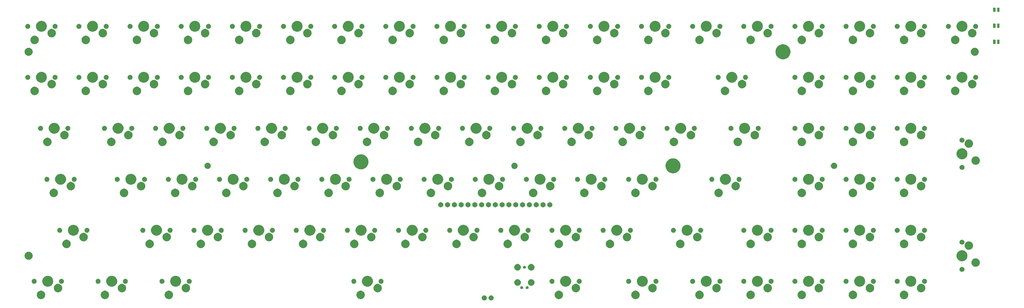
<source format=gbr>
G04 #@! TF.GenerationSoftware,KiCad,Pcbnew,(6.0.0-rc1-dev-711-gaf8715da8)*
G04 #@! TF.CreationDate,2018-11-26T01:45:55-05:00*
G04 #@! TF.ProjectId,Kira,4B6972612E6B696361645F7063620000,1.02c*
G04 #@! TF.SameCoordinates,Original*
G04 #@! TF.FileFunction,Soldermask,Top*
G04 #@! TF.FilePolarity,Negative*
%FSLAX46Y46*%
G04 Gerber Fmt 4.6, Leading zero omitted, Abs format (unit mm)*
G04 Created by KiCad (PCBNEW (6.0.0-rc1-dev-711-gaf8715da8)) date 11/26/2018 1:45:55 AM*
%MOMM*%
%LPD*%
G01*
G04 APERTURE LIST*
%ADD10C,0.150000*%
G04 APERTURE END LIST*
D10*
G36*
X209065338Y-152945738D02*
X209238373Y-153017412D01*
X209394100Y-153121465D01*
X209526535Y-153253900D01*
X209630588Y-153409627D01*
X209702262Y-153582662D01*
X209738800Y-153766354D01*
X209738800Y-153953646D01*
X209702262Y-154137338D01*
X209630588Y-154310373D01*
X209526535Y-154466100D01*
X209394100Y-154598535D01*
X209238373Y-154702588D01*
X209065338Y-154774262D01*
X208881646Y-154810800D01*
X208694354Y-154810800D01*
X208510662Y-154774262D01*
X208337627Y-154702588D01*
X208181900Y-154598535D01*
X208049465Y-154466100D01*
X207945412Y-154310373D01*
X207873738Y-154137338D01*
X207837200Y-153953646D01*
X207837200Y-153766354D01*
X207873738Y-153582662D01*
X207945412Y-153409627D01*
X208049465Y-153253900D01*
X208181900Y-153121465D01*
X208337627Y-153017412D01*
X208510662Y-152945738D01*
X208694354Y-152909200D01*
X208881646Y-152909200D01*
X209065338Y-152945738D01*
X209065338Y-152945738D01*
G37*
G36*
X206525338Y-152945738D02*
X206698373Y-153017412D01*
X206854100Y-153121465D01*
X206986535Y-153253900D01*
X207090588Y-153409627D01*
X207162262Y-153582662D01*
X207198800Y-153766354D01*
X207198800Y-153953646D01*
X207162262Y-154137338D01*
X207090588Y-154310373D01*
X206986535Y-154466100D01*
X206854100Y-154598535D01*
X206698373Y-154702588D01*
X206525338Y-154774262D01*
X206341646Y-154810800D01*
X206154354Y-154810800D01*
X205970662Y-154774262D01*
X205797627Y-154702588D01*
X205641900Y-154598535D01*
X205509465Y-154466100D01*
X205405412Y-154310373D01*
X205333738Y-154137338D01*
X205297200Y-153953646D01*
X205297200Y-153766354D01*
X205333738Y-153582662D01*
X205405412Y-153409627D01*
X205509465Y-153253900D01*
X205641900Y-153121465D01*
X205797627Y-153017412D01*
X205970662Y-152945738D01*
X206154354Y-152909200D01*
X206341646Y-152909200D01*
X206525338Y-152945738D01*
X206525338Y-152945738D01*
G37*
G36*
X363044353Y-151203706D02*
X363044355Y-151203707D01*
X363044356Y-151203707D01*
X363150224Y-151247559D01*
X363330954Y-151322420D01*
X363588887Y-151494766D01*
X363808234Y-151714113D01*
X363980580Y-151972046D01*
X364099294Y-152258647D01*
X364159812Y-152562893D01*
X364159812Y-152873107D01*
X364099294Y-153177353D01*
X363980580Y-153463954D01*
X363808234Y-153721887D01*
X363588887Y-153941234D01*
X363330954Y-154113580D01*
X363150224Y-154188441D01*
X363044356Y-154232293D01*
X363044355Y-154232293D01*
X363044353Y-154232294D01*
X362740107Y-154292812D01*
X362429893Y-154292812D01*
X362125647Y-154232294D01*
X362125645Y-154232293D01*
X362125644Y-154232293D01*
X362019776Y-154188441D01*
X361839046Y-154113580D01*
X361581113Y-153941234D01*
X361361766Y-153721887D01*
X361189420Y-153463954D01*
X361070706Y-153177353D01*
X361010188Y-152873107D01*
X361010188Y-152562893D01*
X361070706Y-152258647D01*
X361189420Y-151972046D01*
X361361766Y-151714113D01*
X361581113Y-151494766D01*
X361839046Y-151322420D01*
X362019776Y-151247559D01*
X362125644Y-151203707D01*
X362125645Y-151203707D01*
X362125647Y-151203706D01*
X362429893Y-151143188D01*
X362740107Y-151143188D01*
X363044353Y-151203706D01*
X363044353Y-151203706D01*
G37*
G36*
X324944353Y-151203706D02*
X324944355Y-151203707D01*
X324944356Y-151203707D01*
X325050224Y-151247559D01*
X325230954Y-151322420D01*
X325488887Y-151494766D01*
X325708234Y-151714113D01*
X325880580Y-151972046D01*
X325999294Y-152258647D01*
X326059812Y-152562893D01*
X326059812Y-152873107D01*
X325999294Y-153177353D01*
X325880580Y-153463954D01*
X325708234Y-153721887D01*
X325488887Y-153941234D01*
X325230954Y-154113580D01*
X325050224Y-154188441D01*
X324944356Y-154232293D01*
X324944355Y-154232293D01*
X324944353Y-154232294D01*
X324640107Y-154292812D01*
X324329893Y-154292812D01*
X324025647Y-154232294D01*
X324025645Y-154232293D01*
X324025644Y-154232293D01*
X323919776Y-154188441D01*
X323739046Y-154113580D01*
X323481113Y-153941234D01*
X323261766Y-153721887D01*
X323089420Y-153463954D01*
X322970706Y-153177353D01*
X322910188Y-152873107D01*
X322910188Y-152562893D01*
X322970706Y-152258647D01*
X323089420Y-151972046D01*
X323261766Y-151714113D01*
X323481113Y-151494766D01*
X323739046Y-151322420D01*
X323919776Y-151247559D01*
X324025644Y-151203707D01*
X324025645Y-151203707D01*
X324025647Y-151203706D01*
X324329893Y-151143188D01*
X324640107Y-151143188D01*
X324944353Y-151203706D01*
X324944353Y-151203706D01*
G37*
G36*
X343994353Y-151203706D02*
X343994355Y-151203707D01*
X343994356Y-151203707D01*
X344100224Y-151247559D01*
X344280954Y-151322420D01*
X344538887Y-151494766D01*
X344758234Y-151714113D01*
X344930580Y-151972046D01*
X345049294Y-152258647D01*
X345109812Y-152562893D01*
X345109812Y-152873107D01*
X345049294Y-153177353D01*
X344930580Y-153463954D01*
X344758234Y-153721887D01*
X344538887Y-153941234D01*
X344280954Y-154113580D01*
X344100224Y-154188441D01*
X343994356Y-154232293D01*
X343994355Y-154232293D01*
X343994353Y-154232294D01*
X343690107Y-154292812D01*
X343379893Y-154292812D01*
X343075647Y-154232294D01*
X343075645Y-154232293D01*
X343075644Y-154232293D01*
X342969776Y-154188441D01*
X342789046Y-154113580D01*
X342531113Y-153941234D01*
X342311766Y-153721887D01*
X342139420Y-153463954D01*
X342020706Y-153177353D01*
X341960188Y-152873107D01*
X341960188Y-152562893D01*
X342020706Y-152258647D01*
X342139420Y-151972046D01*
X342311766Y-151714113D01*
X342531113Y-151494766D01*
X342789046Y-151322420D01*
X342969776Y-151247559D01*
X343075644Y-151203707D01*
X343075645Y-151203707D01*
X343075647Y-151203706D01*
X343379893Y-151143188D01*
X343690107Y-151143188D01*
X343994353Y-151203706D01*
X343994353Y-151203706D01*
G37*
G36*
X305894353Y-151203706D02*
X305894355Y-151203707D01*
X305894356Y-151203707D01*
X306000224Y-151247559D01*
X306180954Y-151322420D01*
X306438887Y-151494766D01*
X306658234Y-151714113D01*
X306830580Y-151972046D01*
X306949294Y-152258647D01*
X307009812Y-152562893D01*
X307009812Y-152873107D01*
X306949294Y-153177353D01*
X306830580Y-153463954D01*
X306658234Y-153721887D01*
X306438887Y-153941234D01*
X306180954Y-154113580D01*
X306000224Y-154188441D01*
X305894356Y-154232293D01*
X305894355Y-154232293D01*
X305894353Y-154232294D01*
X305590107Y-154292812D01*
X305279893Y-154292812D01*
X304975647Y-154232294D01*
X304975645Y-154232293D01*
X304975644Y-154232293D01*
X304869776Y-154188441D01*
X304689046Y-154113580D01*
X304431113Y-153941234D01*
X304211766Y-153721887D01*
X304039420Y-153463954D01*
X303920706Y-153177353D01*
X303860188Y-152873107D01*
X303860188Y-152562893D01*
X303920706Y-152258647D01*
X304039420Y-151972046D01*
X304211766Y-151714113D01*
X304431113Y-151494766D01*
X304689046Y-151322420D01*
X304869776Y-151247559D01*
X304975644Y-151203707D01*
X304975645Y-151203707D01*
X304975647Y-151203706D01*
X305279893Y-151143188D01*
X305590107Y-151143188D01*
X305894353Y-151203706D01*
X305894353Y-151203706D01*
G37*
G36*
X286844353Y-151203706D02*
X286844355Y-151203707D01*
X286844356Y-151203707D01*
X286950224Y-151247559D01*
X287130954Y-151322420D01*
X287388887Y-151494766D01*
X287608234Y-151714113D01*
X287780580Y-151972046D01*
X287899294Y-152258647D01*
X287959812Y-152562893D01*
X287959812Y-152873107D01*
X287899294Y-153177353D01*
X287780580Y-153463954D01*
X287608234Y-153721887D01*
X287388887Y-153941234D01*
X287130954Y-154113580D01*
X286950224Y-154188441D01*
X286844356Y-154232293D01*
X286844355Y-154232293D01*
X286844353Y-154232294D01*
X286540107Y-154292812D01*
X286229893Y-154292812D01*
X285925647Y-154232294D01*
X285925645Y-154232293D01*
X285925644Y-154232293D01*
X285819776Y-154188441D01*
X285639046Y-154113580D01*
X285381113Y-153941234D01*
X285161766Y-153721887D01*
X284989420Y-153463954D01*
X284870706Y-153177353D01*
X284810188Y-152873107D01*
X284810188Y-152562893D01*
X284870706Y-152258647D01*
X284989420Y-151972046D01*
X285161766Y-151714113D01*
X285381113Y-151494766D01*
X285639046Y-151322420D01*
X285819776Y-151247559D01*
X285925644Y-151203707D01*
X285925645Y-151203707D01*
X285925647Y-151203706D01*
X286229893Y-151143188D01*
X286540107Y-151143188D01*
X286844353Y-151203706D01*
X286844353Y-151203706D01*
G37*
G36*
X263031353Y-151203706D02*
X263031355Y-151203707D01*
X263031356Y-151203707D01*
X263137224Y-151247559D01*
X263317954Y-151322420D01*
X263575887Y-151494766D01*
X263795234Y-151714113D01*
X263967580Y-151972046D01*
X264086294Y-152258647D01*
X264146812Y-152562893D01*
X264146812Y-152873107D01*
X264086294Y-153177353D01*
X263967580Y-153463954D01*
X263795234Y-153721887D01*
X263575887Y-153941234D01*
X263317954Y-154113580D01*
X263137224Y-154188441D01*
X263031356Y-154232293D01*
X263031355Y-154232293D01*
X263031353Y-154232294D01*
X262727107Y-154292812D01*
X262416893Y-154292812D01*
X262112647Y-154232294D01*
X262112645Y-154232293D01*
X262112644Y-154232293D01*
X262006776Y-154188441D01*
X261826046Y-154113580D01*
X261568113Y-153941234D01*
X261348766Y-153721887D01*
X261176420Y-153463954D01*
X261057706Y-153177353D01*
X260997188Y-152873107D01*
X260997188Y-152562893D01*
X261057706Y-152258647D01*
X261176420Y-151972046D01*
X261348766Y-151714113D01*
X261568113Y-151494766D01*
X261826046Y-151322420D01*
X262006776Y-151247559D01*
X262112644Y-151203707D01*
X262112645Y-151203707D01*
X262112647Y-151203706D01*
X262416893Y-151143188D01*
X262727107Y-151143188D01*
X263031353Y-151203706D01*
X263031353Y-151203706D01*
G37*
G36*
X234457353Y-151203706D02*
X234457355Y-151203707D01*
X234457356Y-151203707D01*
X234563224Y-151247559D01*
X234743954Y-151322420D01*
X235001887Y-151494766D01*
X235221234Y-151714113D01*
X235393580Y-151972046D01*
X235512294Y-152258647D01*
X235572812Y-152562893D01*
X235572812Y-152873107D01*
X235512294Y-153177353D01*
X235393580Y-153463954D01*
X235221234Y-153721887D01*
X235001887Y-153941234D01*
X234743954Y-154113580D01*
X234563224Y-154188441D01*
X234457356Y-154232293D01*
X234457355Y-154232293D01*
X234457353Y-154232294D01*
X234153107Y-154292812D01*
X233842893Y-154292812D01*
X233538647Y-154232294D01*
X233538645Y-154232293D01*
X233538644Y-154232293D01*
X233432776Y-154188441D01*
X233252046Y-154113580D01*
X232994113Y-153941234D01*
X232774766Y-153721887D01*
X232602420Y-153463954D01*
X232483706Y-153177353D01*
X232423188Y-152873107D01*
X232423188Y-152562893D01*
X232483706Y-152258647D01*
X232602420Y-151972046D01*
X232774766Y-151714113D01*
X232994113Y-151494766D01*
X233252046Y-151322420D01*
X233432776Y-151247559D01*
X233538644Y-151203707D01*
X233538645Y-151203707D01*
X233538647Y-151203706D01*
X233842893Y-151143188D01*
X234153107Y-151143188D01*
X234457353Y-151203706D01*
X234457353Y-151203706D01*
G37*
G36*
X160638353Y-151203706D02*
X160638355Y-151203707D01*
X160638356Y-151203707D01*
X160744224Y-151247559D01*
X160924954Y-151322420D01*
X161182887Y-151494766D01*
X161402234Y-151714113D01*
X161574580Y-151972046D01*
X161693294Y-152258647D01*
X161753812Y-152562893D01*
X161753812Y-152873107D01*
X161693294Y-153177353D01*
X161574580Y-153463954D01*
X161402234Y-153721887D01*
X161182887Y-153941234D01*
X160924954Y-154113580D01*
X160744224Y-154188441D01*
X160638356Y-154232293D01*
X160638355Y-154232293D01*
X160638353Y-154232294D01*
X160334107Y-154292812D01*
X160023893Y-154292812D01*
X159719647Y-154232294D01*
X159719645Y-154232293D01*
X159719644Y-154232293D01*
X159613776Y-154188441D01*
X159433046Y-154113580D01*
X159175113Y-153941234D01*
X158955766Y-153721887D01*
X158783420Y-153463954D01*
X158664706Y-153177353D01*
X158604188Y-152873107D01*
X158604188Y-152562893D01*
X158664706Y-152258647D01*
X158783420Y-151972046D01*
X158955766Y-151714113D01*
X159175113Y-151494766D01*
X159433046Y-151322420D01*
X159613776Y-151247559D01*
X159719644Y-151203707D01*
X159719645Y-151203707D01*
X159719647Y-151203706D01*
X160023893Y-151143188D01*
X160334107Y-151143188D01*
X160638353Y-151203706D01*
X160638353Y-151203706D01*
G37*
G36*
X89200553Y-151203706D02*
X89200555Y-151203707D01*
X89200556Y-151203707D01*
X89306424Y-151247559D01*
X89487154Y-151322420D01*
X89745087Y-151494766D01*
X89964434Y-151714113D01*
X90136780Y-151972046D01*
X90255494Y-152258647D01*
X90316012Y-152562893D01*
X90316012Y-152873107D01*
X90255494Y-153177353D01*
X90136780Y-153463954D01*
X89964434Y-153721887D01*
X89745087Y-153941234D01*
X89487154Y-154113580D01*
X89306424Y-154188441D01*
X89200556Y-154232293D01*
X89200555Y-154232293D01*
X89200553Y-154232294D01*
X88896307Y-154292812D01*
X88586093Y-154292812D01*
X88281847Y-154232294D01*
X88281845Y-154232293D01*
X88281844Y-154232293D01*
X88175976Y-154188441D01*
X87995246Y-154113580D01*
X87737313Y-153941234D01*
X87517966Y-153721887D01*
X87345620Y-153463954D01*
X87226906Y-153177353D01*
X87166388Y-152873107D01*
X87166388Y-152562893D01*
X87226906Y-152258647D01*
X87345620Y-151972046D01*
X87517966Y-151714113D01*
X87737313Y-151494766D01*
X87995246Y-151322420D01*
X88175976Y-151247559D01*
X88281844Y-151203707D01*
X88281845Y-151203707D01*
X88281847Y-151203706D01*
X88586093Y-151143188D01*
X88896307Y-151143188D01*
X89200553Y-151203706D01*
X89200553Y-151203706D01*
G37*
G36*
X65388153Y-151203706D02*
X65388155Y-151203707D01*
X65388156Y-151203707D01*
X65494024Y-151247559D01*
X65674754Y-151322420D01*
X65932687Y-151494766D01*
X66152034Y-151714113D01*
X66324380Y-151972046D01*
X66443094Y-152258647D01*
X66503612Y-152562893D01*
X66503612Y-152873107D01*
X66443094Y-153177353D01*
X66324380Y-153463954D01*
X66152034Y-153721887D01*
X65932687Y-153941234D01*
X65674754Y-154113580D01*
X65494024Y-154188441D01*
X65388156Y-154232293D01*
X65388155Y-154232293D01*
X65388153Y-154232294D01*
X65083907Y-154292812D01*
X64773693Y-154292812D01*
X64469447Y-154232294D01*
X64469445Y-154232293D01*
X64469444Y-154232293D01*
X64363576Y-154188441D01*
X64182846Y-154113580D01*
X63924913Y-153941234D01*
X63705566Y-153721887D01*
X63533220Y-153463954D01*
X63414506Y-153177353D01*
X63353988Y-152873107D01*
X63353988Y-152562893D01*
X63414506Y-152258647D01*
X63533220Y-151972046D01*
X63705566Y-151714113D01*
X63924913Y-151494766D01*
X64182846Y-151322420D01*
X64363576Y-151247559D01*
X64469444Y-151203707D01*
X64469445Y-151203707D01*
X64469447Y-151203706D01*
X64773693Y-151143188D01*
X65083907Y-151143188D01*
X65388153Y-151203706D01*
X65388153Y-151203706D01*
G37*
G36*
X41575553Y-151203706D02*
X41575555Y-151203707D01*
X41575556Y-151203707D01*
X41681424Y-151247559D01*
X41862154Y-151322420D01*
X42120087Y-151494766D01*
X42339434Y-151714113D01*
X42511780Y-151972046D01*
X42630494Y-152258647D01*
X42691012Y-152562893D01*
X42691012Y-152873107D01*
X42630494Y-153177353D01*
X42511780Y-153463954D01*
X42339434Y-153721887D01*
X42120087Y-153941234D01*
X41862154Y-154113580D01*
X41681424Y-154188441D01*
X41575556Y-154232293D01*
X41575555Y-154232293D01*
X41575553Y-154232294D01*
X41271307Y-154292812D01*
X40961093Y-154292812D01*
X40656847Y-154232294D01*
X40656845Y-154232293D01*
X40656844Y-154232293D01*
X40550976Y-154188441D01*
X40370246Y-154113580D01*
X40112313Y-153941234D01*
X39892966Y-153721887D01*
X39720620Y-153463954D01*
X39601906Y-153177353D01*
X39541388Y-152873107D01*
X39541388Y-152562893D01*
X39601906Y-152258647D01*
X39720620Y-151972046D01*
X39892966Y-151714113D01*
X40112313Y-151494766D01*
X40370246Y-151322420D01*
X40550976Y-151247559D01*
X40656844Y-151203707D01*
X40656845Y-151203707D01*
X40656847Y-151203706D01*
X40961093Y-151143188D01*
X41271307Y-151143188D01*
X41575553Y-151203706D01*
X41575553Y-151203706D01*
G37*
G36*
X331294353Y-148663706D02*
X331294355Y-148663707D01*
X331294356Y-148663707D01*
X331337394Y-148681534D01*
X331580954Y-148782420D01*
X331838887Y-148954766D01*
X332058234Y-149174113D01*
X332230580Y-149432046D01*
X332349294Y-149718647D01*
X332409812Y-150022893D01*
X332409812Y-150333107D01*
X332349294Y-150637353D01*
X332230580Y-150923954D01*
X332058234Y-151181887D01*
X331838887Y-151401234D01*
X331580954Y-151573580D01*
X331400224Y-151648441D01*
X331294356Y-151692293D01*
X331294355Y-151692293D01*
X331294353Y-151692294D01*
X330990107Y-151752812D01*
X330679893Y-151752812D01*
X330375647Y-151692294D01*
X330375645Y-151692293D01*
X330375644Y-151692293D01*
X330269776Y-151648441D01*
X330089046Y-151573580D01*
X329831113Y-151401234D01*
X329611766Y-151181887D01*
X329439420Y-150923954D01*
X329320706Y-150637353D01*
X329260188Y-150333107D01*
X329260188Y-150022893D01*
X329320706Y-149718647D01*
X329439420Y-149432046D01*
X329611766Y-149174113D01*
X329831113Y-148954766D01*
X330089046Y-148782420D01*
X330332606Y-148681534D01*
X330375644Y-148663707D01*
X330375645Y-148663707D01*
X330375647Y-148663706D01*
X330679893Y-148603188D01*
X330990107Y-148603188D01*
X331294353Y-148663706D01*
X331294353Y-148663706D01*
G37*
G36*
X95550553Y-148663706D02*
X95550555Y-148663707D01*
X95550556Y-148663707D01*
X95593594Y-148681534D01*
X95837154Y-148782420D01*
X96095087Y-148954766D01*
X96314434Y-149174113D01*
X96486780Y-149432046D01*
X96605494Y-149718647D01*
X96666012Y-150022893D01*
X96666012Y-150333107D01*
X96605494Y-150637353D01*
X96486780Y-150923954D01*
X96314434Y-151181887D01*
X96095087Y-151401234D01*
X95837154Y-151573580D01*
X95656424Y-151648441D01*
X95550556Y-151692293D01*
X95550555Y-151692293D01*
X95550553Y-151692294D01*
X95246307Y-151752812D01*
X94936093Y-151752812D01*
X94631847Y-151692294D01*
X94631845Y-151692293D01*
X94631844Y-151692293D01*
X94525976Y-151648441D01*
X94345246Y-151573580D01*
X94087313Y-151401234D01*
X93867966Y-151181887D01*
X93695620Y-150923954D01*
X93576906Y-150637353D01*
X93516388Y-150333107D01*
X93516388Y-150022893D01*
X93576906Y-149718647D01*
X93695620Y-149432046D01*
X93867966Y-149174113D01*
X94087313Y-148954766D01*
X94345246Y-148782420D01*
X94588806Y-148681534D01*
X94631844Y-148663707D01*
X94631845Y-148663707D01*
X94631847Y-148663706D01*
X94936093Y-148603188D01*
X95246307Y-148603188D01*
X95550553Y-148663706D01*
X95550553Y-148663706D01*
G37*
G36*
X71738153Y-148663706D02*
X71738155Y-148663707D01*
X71738156Y-148663707D01*
X71781194Y-148681534D01*
X72024754Y-148782420D01*
X72282687Y-148954766D01*
X72502034Y-149174113D01*
X72674380Y-149432046D01*
X72793094Y-149718647D01*
X72853612Y-150022893D01*
X72853612Y-150333107D01*
X72793094Y-150637353D01*
X72674380Y-150923954D01*
X72502034Y-151181887D01*
X72282687Y-151401234D01*
X72024754Y-151573580D01*
X71844024Y-151648441D01*
X71738156Y-151692293D01*
X71738155Y-151692293D01*
X71738153Y-151692294D01*
X71433907Y-151752812D01*
X71123693Y-151752812D01*
X70819447Y-151692294D01*
X70819445Y-151692293D01*
X70819444Y-151692293D01*
X70713576Y-151648441D01*
X70532846Y-151573580D01*
X70274913Y-151401234D01*
X70055566Y-151181887D01*
X69883220Y-150923954D01*
X69764506Y-150637353D01*
X69703988Y-150333107D01*
X69703988Y-150022893D01*
X69764506Y-149718647D01*
X69883220Y-149432046D01*
X70055566Y-149174113D01*
X70274913Y-148954766D01*
X70532846Y-148782420D01*
X70776406Y-148681534D01*
X70819444Y-148663707D01*
X70819445Y-148663707D01*
X70819447Y-148663706D01*
X71123693Y-148603188D01*
X71433907Y-148603188D01*
X71738153Y-148663706D01*
X71738153Y-148663706D01*
G37*
G36*
X166988353Y-148663706D02*
X166988355Y-148663707D01*
X166988356Y-148663707D01*
X167031394Y-148681534D01*
X167274954Y-148782420D01*
X167532887Y-148954766D01*
X167752234Y-149174113D01*
X167924580Y-149432046D01*
X168043294Y-149718647D01*
X168103812Y-150022893D01*
X168103812Y-150333107D01*
X168043294Y-150637353D01*
X167924580Y-150923954D01*
X167752234Y-151181887D01*
X167532887Y-151401234D01*
X167274954Y-151573580D01*
X167094224Y-151648441D01*
X166988356Y-151692293D01*
X166988355Y-151692293D01*
X166988353Y-151692294D01*
X166684107Y-151752812D01*
X166373893Y-151752812D01*
X166069647Y-151692294D01*
X166069645Y-151692293D01*
X166069644Y-151692293D01*
X165963776Y-151648441D01*
X165783046Y-151573580D01*
X165525113Y-151401234D01*
X165305766Y-151181887D01*
X165133420Y-150923954D01*
X165014706Y-150637353D01*
X164954188Y-150333107D01*
X164954188Y-150022893D01*
X165014706Y-149718647D01*
X165133420Y-149432046D01*
X165305766Y-149174113D01*
X165525113Y-148954766D01*
X165783046Y-148782420D01*
X166026606Y-148681534D01*
X166069644Y-148663707D01*
X166069645Y-148663707D01*
X166069647Y-148663706D01*
X166373893Y-148603188D01*
X166684107Y-148603188D01*
X166988353Y-148663706D01*
X166988353Y-148663706D01*
G37*
G36*
X240807353Y-148663706D02*
X240807355Y-148663707D01*
X240807356Y-148663707D01*
X240850394Y-148681534D01*
X241093954Y-148782420D01*
X241351887Y-148954766D01*
X241571234Y-149174113D01*
X241743580Y-149432046D01*
X241862294Y-149718647D01*
X241922812Y-150022893D01*
X241922812Y-150333107D01*
X241862294Y-150637353D01*
X241743580Y-150923954D01*
X241571234Y-151181887D01*
X241351887Y-151401234D01*
X241093954Y-151573580D01*
X240913224Y-151648441D01*
X240807356Y-151692293D01*
X240807355Y-151692293D01*
X240807353Y-151692294D01*
X240503107Y-151752812D01*
X240192893Y-151752812D01*
X239888647Y-151692294D01*
X239888645Y-151692293D01*
X239888644Y-151692293D01*
X239782776Y-151648441D01*
X239602046Y-151573580D01*
X239344113Y-151401234D01*
X239124766Y-151181887D01*
X238952420Y-150923954D01*
X238833706Y-150637353D01*
X238773188Y-150333107D01*
X238773188Y-150022893D01*
X238833706Y-149718647D01*
X238952420Y-149432046D01*
X239124766Y-149174113D01*
X239344113Y-148954766D01*
X239602046Y-148782420D01*
X239845606Y-148681534D01*
X239888644Y-148663707D01*
X239888645Y-148663707D01*
X239888647Y-148663706D01*
X240192893Y-148603188D01*
X240503107Y-148603188D01*
X240807353Y-148663706D01*
X240807353Y-148663706D01*
G37*
G36*
X47925553Y-148663706D02*
X47925555Y-148663707D01*
X47925556Y-148663707D01*
X47968594Y-148681534D01*
X48212154Y-148782420D01*
X48470087Y-148954766D01*
X48689434Y-149174113D01*
X48861780Y-149432046D01*
X48980494Y-149718647D01*
X49041012Y-150022893D01*
X49041012Y-150333107D01*
X48980494Y-150637353D01*
X48861780Y-150923954D01*
X48689434Y-151181887D01*
X48470087Y-151401234D01*
X48212154Y-151573580D01*
X48031424Y-151648441D01*
X47925556Y-151692293D01*
X47925555Y-151692293D01*
X47925553Y-151692294D01*
X47621307Y-151752812D01*
X47311093Y-151752812D01*
X47006847Y-151692294D01*
X47006845Y-151692293D01*
X47006844Y-151692293D01*
X46900976Y-151648441D01*
X46720246Y-151573580D01*
X46462313Y-151401234D01*
X46242966Y-151181887D01*
X46070620Y-150923954D01*
X45951906Y-150637353D01*
X45891388Y-150333107D01*
X45891388Y-150022893D01*
X45951906Y-149718647D01*
X46070620Y-149432046D01*
X46242966Y-149174113D01*
X46462313Y-148954766D01*
X46720246Y-148782420D01*
X46963806Y-148681534D01*
X47006844Y-148663707D01*
X47006845Y-148663707D01*
X47006847Y-148663706D01*
X47311093Y-148603188D01*
X47621307Y-148603188D01*
X47925553Y-148663706D01*
X47925553Y-148663706D01*
G37*
G36*
X269381353Y-148663706D02*
X269381355Y-148663707D01*
X269381356Y-148663707D01*
X269424394Y-148681534D01*
X269667954Y-148782420D01*
X269925887Y-148954766D01*
X270145234Y-149174113D01*
X270317580Y-149432046D01*
X270436294Y-149718647D01*
X270496812Y-150022893D01*
X270496812Y-150333107D01*
X270436294Y-150637353D01*
X270317580Y-150923954D01*
X270145234Y-151181887D01*
X269925887Y-151401234D01*
X269667954Y-151573580D01*
X269487224Y-151648441D01*
X269381356Y-151692293D01*
X269381355Y-151692293D01*
X269381353Y-151692294D01*
X269077107Y-151752812D01*
X268766893Y-151752812D01*
X268462647Y-151692294D01*
X268462645Y-151692293D01*
X268462644Y-151692293D01*
X268356776Y-151648441D01*
X268176046Y-151573580D01*
X267918113Y-151401234D01*
X267698766Y-151181887D01*
X267526420Y-150923954D01*
X267407706Y-150637353D01*
X267347188Y-150333107D01*
X267347188Y-150022893D01*
X267407706Y-149718647D01*
X267526420Y-149432046D01*
X267698766Y-149174113D01*
X267918113Y-148954766D01*
X268176046Y-148782420D01*
X268419606Y-148681534D01*
X268462644Y-148663707D01*
X268462645Y-148663707D01*
X268462647Y-148663706D01*
X268766893Y-148603188D01*
X269077107Y-148603188D01*
X269381353Y-148663706D01*
X269381353Y-148663706D01*
G37*
G36*
X350344353Y-148663706D02*
X350344355Y-148663707D01*
X350344356Y-148663707D01*
X350387394Y-148681534D01*
X350630954Y-148782420D01*
X350888887Y-148954766D01*
X351108234Y-149174113D01*
X351280580Y-149432046D01*
X351399294Y-149718647D01*
X351459812Y-150022893D01*
X351459812Y-150333107D01*
X351399294Y-150637353D01*
X351280580Y-150923954D01*
X351108234Y-151181887D01*
X350888887Y-151401234D01*
X350630954Y-151573580D01*
X350450224Y-151648441D01*
X350344356Y-151692293D01*
X350344355Y-151692293D01*
X350344353Y-151692294D01*
X350040107Y-151752812D01*
X349729893Y-151752812D01*
X349425647Y-151692294D01*
X349425645Y-151692293D01*
X349425644Y-151692293D01*
X349319776Y-151648441D01*
X349139046Y-151573580D01*
X348881113Y-151401234D01*
X348661766Y-151181887D01*
X348489420Y-150923954D01*
X348370706Y-150637353D01*
X348310188Y-150333107D01*
X348310188Y-150022893D01*
X348370706Y-149718647D01*
X348489420Y-149432046D01*
X348661766Y-149174113D01*
X348881113Y-148954766D01*
X349139046Y-148782420D01*
X349382606Y-148681534D01*
X349425644Y-148663707D01*
X349425645Y-148663707D01*
X349425647Y-148663706D01*
X349729893Y-148603188D01*
X350040107Y-148603188D01*
X350344353Y-148663706D01*
X350344353Y-148663706D01*
G37*
G36*
X369394353Y-148663706D02*
X369394355Y-148663707D01*
X369394356Y-148663707D01*
X369437394Y-148681534D01*
X369680954Y-148782420D01*
X369938887Y-148954766D01*
X370158234Y-149174113D01*
X370330580Y-149432046D01*
X370449294Y-149718647D01*
X370509812Y-150022893D01*
X370509812Y-150333107D01*
X370449294Y-150637353D01*
X370330580Y-150923954D01*
X370158234Y-151181887D01*
X369938887Y-151401234D01*
X369680954Y-151573580D01*
X369500224Y-151648441D01*
X369394356Y-151692293D01*
X369394355Y-151692293D01*
X369394353Y-151692294D01*
X369090107Y-151752812D01*
X368779893Y-151752812D01*
X368475647Y-151692294D01*
X368475645Y-151692293D01*
X368475644Y-151692293D01*
X368369776Y-151648441D01*
X368189046Y-151573580D01*
X367931113Y-151401234D01*
X367711766Y-151181887D01*
X367539420Y-150923954D01*
X367420706Y-150637353D01*
X367360188Y-150333107D01*
X367360188Y-150022893D01*
X367420706Y-149718647D01*
X367539420Y-149432046D01*
X367711766Y-149174113D01*
X367931113Y-148954766D01*
X368189046Y-148782420D01*
X368432606Y-148681534D01*
X368475644Y-148663707D01*
X368475645Y-148663707D01*
X368475647Y-148663706D01*
X368779893Y-148603188D01*
X369090107Y-148603188D01*
X369394353Y-148663706D01*
X369394353Y-148663706D01*
G37*
G36*
X312244353Y-148663706D02*
X312244355Y-148663707D01*
X312244356Y-148663707D01*
X312287394Y-148681534D01*
X312530954Y-148782420D01*
X312788887Y-148954766D01*
X313008234Y-149174113D01*
X313180580Y-149432046D01*
X313299294Y-149718647D01*
X313359812Y-150022893D01*
X313359812Y-150333107D01*
X313299294Y-150637353D01*
X313180580Y-150923954D01*
X313008234Y-151181887D01*
X312788887Y-151401234D01*
X312530954Y-151573580D01*
X312350224Y-151648441D01*
X312244356Y-151692293D01*
X312244355Y-151692293D01*
X312244353Y-151692294D01*
X311940107Y-151752812D01*
X311629893Y-151752812D01*
X311325647Y-151692294D01*
X311325645Y-151692293D01*
X311325644Y-151692293D01*
X311219776Y-151648441D01*
X311039046Y-151573580D01*
X310781113Y-151401234D01*
X310561766Y-151181887D01*
X310389420Y-150923954D01*
X310270706Y-150637353D01*
X310210188Y-150333107D01*
X310210188Y-150022893D01*
X310270706Y-149718647D01*
X310389420Y-149432046D01*
X310561766Y-149174113D01*
X310781113Y-148954766D01*
X311039046Y-148782420D01*
X311282606Y-148681534D01*
X311325644Y-148663707D01*
X311325645Y-148663707D01*
X311325647Y-148663706D01*
X311629893Y-148603188D01*
X311940107Y-148603188D01*
X312244353Y-148663706D01*
X312244353Y-148663706D01*
G37*
G36*
X293194353Y-148663706D02*
X293194355Y-148663707D01*
X293194356Y-148663707D01*
X293237394Y-148681534D01*
X293480954Y-148782420D01*
X293738887Y-148954766D01*
X293958234Y-149174113D01*
X294130580Y-149432046D01*
X294249294Y-149718647D01*
X294309812Y-150022893D01*
X294309812Y-150333107D01*
X294249294Y-150637353D01*
X294130580Y-150923954D01*
X293958234Y-151181887D01*
X293738887Y-151401234D01*
X293480954Y-151573580D01*
X293300224Y-151648441D01*
X293194356Y-151692293D01*
X293194355Y-151692293D01*
X293194353Y-151692294D01*
X292890107Y-151752812D01*
X292579893Y-151752812D01*
X292275647Y-151692294D01*
X292275645Y-151692293D01*
X292275644Y-151692293D01*
X292169776Y-151648441D01*
X291989046Y-151573580D01*
X291731113Y-151401234D01*
X291511766Y-151181887D01*
X291339420Y-150923954D01*
X291220706Y-150637353D01*
X291160188Y-150333107D01*
X291160188Y-150022893D01*
X291220706Y-149718647D01*
X291339420Y-149432046D01*
X291511766Y-149174113D01*
X291731113Y-148954766D01*
X291989046Y-148782420D01*
X292232606Y-148681534D01*
X292275644Y-148663707D01*
X292275645Y-148663707D01*
X292275647Y-148663706D01*
X292579893Y-148603188D01*
X292890107Y-148603188D01*
X293194353Y-148663706D01*
X293194353Y-148663706D01*
G37*
G36*
X222364290Y-149474881D02*
X222364292Y-149474882D01*
X222364293Y-149474882D01*
X222463678Y-149516048D01*
X222552717Y-149575543D01*
X222553124Y-149575815D01*
X222629185Y-149651876D01*
X222629187Y-149651879D01*
X222688952Y-149741322D01*
X222730118Y-149840707D01*
X222751105Y-149946213D01*
X222751105Y-150053787D01*
X222730118Y-150159293D01*
X222688952Y-150258678D01*
X222639219Y-150333107D01*
X222629185Y-150348124D01*
X222553124Y-150424185D01*
X222553121Y-150424187D01*
X222463678Y-150483952D01*
X222364293Y-150525118D01*
X222364292Y-150525118D01*
X222364290Y-150525119D01*
X222258788Y-150546105D01*
X222151212Y-150546105D01*
X222045710Y-150525119D01*
X222045708Y-150525118D01*
X222045707Y-150525118D01*
X221946322Y-150483952D01*
X221856879Y-150424187D01*
X221856876Y-150424185D01*
X221780815Y-150348124D01*
X221770781Y-150333107D01*
X221721048Y-150258678D01*
X221679882Y-150159293D01*
X221658895Y-150053787D01*
X221658895Y-149946213D01*
X221679882Y-149840707D01*
X221721048Y-149741322D01*
X221780813Y-149651879D01*
X221780815Y-149651876D01*
X221856876Y-149575815D01*
X221857283Y-149575543D01*
X221946322Y-149516048D01*
X222045707Y-149474882D01*
X222045708Y-149474882D01*
X222045710Y-149474881D01*
X222151212Y-149453895D01*
X222258788Y-149453895D01*
X222364290Y-149474881D01*
X222364290Y-149474881D01*
G37*
G36*
X220332290Y-149474881D02*
X220332292Y-149474882D01*
X220332293Y-149474882D01*
X220431678Y-149516048D01*
X220520717Y-149575543D01*
X220521124Y-149575815D01*
X220597185Y-149651876D01*
X220597187Y-149651879D01*
X220656952Y-149741322D01*
X220698118Y-149840707D01*
X220719105Y-149946213D01*
X220719105Y-150053787D01*
X220698118Y-150159293D01*
X220656952Y-150258678D01*
X220607219Y-150333107D01*
X220597185Y-150348124D01*
X220521124Y-150424185D01*
X220521121Y-150424187D01*
X220431678Y-150483952D01*
X220332293Y-150525118D01*
X220332292Y-150525118D01*
X220332290Y-150525119D01*
X220226788Y-150546105D01*
X220119212Y-150546105D01*
X220013710Y-150525119D01*
X220013708Y-150525118D01*
X220013707Y-150525118D01*
X219914322Y-150483952D01*
X219824879Y-150424187D01*
X219824876Y-150424185D01*
X219748815Y-150348124D01*
X219738781Y-150333107D01*
X219689048Y-150258678D01*
X219647882Y-150159293D01*
X219626895Y-150053787D01*
X219626895Y-149946213D01*
X219647882Y-149840707D01*
X219689048Y-149741322D01*
X219748813Y-149651879D01*
X219748815Y-149651876D01*
X219824876Y-149575815D01*
X219825283Y-149575543D01*
X219914322Y-149516048D01*
X220013707Y-149474882D01*
X220013708Y-149474882D01*
X220013710Y-149474881D01*
X220119212Y-149453895D01*
X220226788Y-149453895D01*
X220332290Y-149474881D01*
X220332290Y-149474881D01*
G37*
G36*
X237134420Y-145671865D02*
X237506533Y-145825999D01*
X237841431Y-146049771D01*
X238126229Y-146334569D01*
X238350001Y-146669467D01*
X238504135Y-147041580D01*
X238582712Y-147436612D01*
X238582712Y-147839388D01*
X238504135Y-148234420D01*
X238350001Y-148606533D01*
X238126229Y-148941431D01*
X237841431Y-149226229D01*
X237506533Y-149450001D01*
X237134420Y-149604135D01*
X236739388Y-149682712D01*
X236336612Y-149682712D01*
X235941580Y-149604135D01*
X235569467Y-149450001D01*
X235234569Y-149226229D01*
X234949771Y-148941431D01*
X234725999Y-148606533D01*
X234571865Y-148234420D01*
X234493288Y-147839388D01*
X234493288Y-147436612D01*
X234571865Y-147041580D01*
X234725999Y-146669467D01*
X234949771Y-146334569D01*
X235234569Y-146049771D01*
X235569467Y-145825999D01*
X235941580Y-145671865D01*
X236336612Y-145593288D01*
X236739388Y-145593288D01*
X237134420Y-145671865D01*
X237134420Y-145671865D01*
G37*
G36*
X265708420Y-145671865D02*
X266080533Y-145825999D01*
X266415431Y-146049771D01*
X266700229Y-146334569D01*
X266924001Y-146669467D01*
X267078135Y-147041580D01*
X267156712Y-147436612D01*
X267156712Y-147839388D01*
X267078135Y-148234420D01*
X266924001Y-148606533D01*
X266700229Y-148941431D01*
X266415431Y-149226229D01*
X266080533Y-149450001D01*
X265708420Y-149604135D01*
X265313388Y-149682712D01*
X264910612Y-149682712D01*
X264515580Y-149604135D01*
X264143467Y-149450001D01*
X263808569Y-149226229D01*
X263523771Y-148941431D01*
X263299999Y-148606533D01*
X263145865Y-148234420D01*
X263067288Y-147839388D01*
X263067288Y-147436612D01*
X263145865Y-147041580D01*
X263299999Y-146669467D01*
X263523771Y-146334569D01*
X263808569Y-146049771D01*
X264143467Y-145825999D01*
X264515580Y-145671865D01*
X264910612Y-145593288D01*
X265313388Y-145593288D01*
X265708420Y-145671865D01*
X265708420Y-145671865D01*
G37*
G36*
X163315420Y-145671865D02*
X163687533Y-145825999D01*
X164022431Y-146049771D01*
X164307229Y-146334569D01*
X164531001Y-146669467D01*
X164685135Y-147041580D01*
X164763712Y-147436612D01*
X164763712Y-147839388D01*
X164685135Y-148234420D01*
X164531001Y-148606533D01*
X164307229Y-148941431D01*
X164022431Y-149226229D01*
X163687533Y-149450001D01*
X163315420Y-149604135D01*
X162920388Y-149682712D01*
X162517612Y-149682712D01*
X162122580Y-149604135D01*
X161750467Y-149450001D01*
X161415569Y-149226229D01*
X161130771Y-148941431D01*
X160906999Y-148606533D01*
X160752865Y-148234420D01*
X160674288Y-147839388D01*
X160674288Y-147436612D01*
X160752865Y-147041580D01*
X160906999Y-146669467D01*
X161130771Y-146334569D01*
X161415569Y-146049771D01*
X161750467Y-145825999D01*
X162122580Y-145671865D01*
X162517612Y-145593288D01*
X162920388Y-145593288D01*
X163315420Y-145671865D01*
X163315420Y-145671865D01*
G37*
G36*
X308571420Y-145671865D02*
X308943533Y-145825999D01*
X309278431Y-146049771D01*
X309563229Y-146334569D01*
X309787001Y-146669467D01*
X309941135Y-147041580D01*
X310019712Y-147436612D01*
X310019712Y-147839388D01*
X309941135Y-148234420D01*
X309787001Y-148606533D01*
X309563229Y-148941431D01*
X309278431Y-149226229D01*
X308943533Y-149450001D01*
X308571420Y-149604135D01*
X308176388Y-149682712D01*
X307773612Y-149682712D01*
X307378580Y-149604135D01*
X307006467Y-149450001D01*
X306671569Y-149226229D01*
X306386771Y-148941431D01*
X306162999Y-148606533D01*
X306008865Y-148234420D01*
X305930288Y-147839388D01*
X305930288Y-147436612D01*
X306008865Y-147041580D01*
X306162999Y-146669467D01*
X306386771Y-146334569D01*
X306671569Y-146049771D01*
X307006467Y-145825999D01*
X307378580Y-145671865D01*
X307773612Y-145593288D01*
X308176388Y-145593288D01*
X308571420Y-145671865D01*
X308571420Y-145671865D01*
G37*
G36*
X91877620Y-145671865D02*
X92249733Y-145825999D01*
X92584631Y-146049771D01*
X92869429Y-146334569D01*
X93093201Y-146669467D01*
X93247335Y-147041580D01*
X93325912Y-147436612D01*
X93325912Y-147839388D01*
X93247335Y-148234420D01*
X93093201Y-148606533D01*
X92869429Y-148941431D01*
X92584631Y-149226229D01*
X92249733Y-149450001D01*
X91877620Y-149604135D01*
X91482588Y-149682712D01*
X91079812Y-149682712D01*
X90684780Y-149604135D01*
X90312667Y-149450001D01*
X89977769Y-149226229D01*
X89692971Y-148941431D01*
X89469199Y-148606533D01*
X89315065Y-148234420D01*
X89236488Y-147839388D01*
X89236488Y-147436612D01*
X89315065Y-147041580D01*
X89469199Y-146669467D01*
X89692971Y-146334569D01*
X89977769Y-146049771D01*
X90312667Y-145825999D01*
X90684780Y-145671865D01*
X91079812Y-145593288D01*
X91482588Y-145593288D01*
X91877620Y-145671865D01*
X91877620Y-145671865D01*
G37*
G36*
X327621420Y-145671865D02*
X327993533Y-145825999D01*
X328328431Y-146049771D01*
X328613229Y-146334569D01*
X328837001Y-146669467D01*
X328991135Y-147041580D01*
X329069712Y-147436612D01*
X329069712Y-147839388D01*
X328991135Y-148234420D01*
X328837001Y-148606533D01*
X328613229Y-148941431D01*
X328328431Y-149226229D01*
X327993533Y-149450001D01*
X327621420Y-149604135D01*
X327226388Y-149682712D01*
X326823612Y-149682712D01*
X326428580Y-149604135D01*
X326056467Y-149450001D01*
X325721569Y-149226229D01*
X325436771Y-148941431D01*
X325212999Y-148606533D01*
X325058865Y-148234420D01*
X324980288Y-147839388D01*
X324980288Y-147436612D01*
X325058865Y-147041580D01*
X325212999Y-146669467D01*
X325436771Y-146334569D01*
X325721569Y-146049771D01*
X326056467Y-145825999D01*
X326428580Y-145671865D01*
X326823612Y-145593288D01*
X327226388Y-145593288D01*
X327621420Y-145671865D01*
X327621420Y-145671865D01*
G37*
G36*
X68065220Y-145671865D02*
X68437333Y-145825999D01*
X68772231Y-146049771D01*
X69057029Y-146334569D01*
X69280801Y-146669467D01*
X69434935Y-147041580D01*
X69513512Y-147436612D01*
X69513512Y-147839388D01*
X69434935Y-148234420D01*
X69280801Y-148606533D01*
X69057029Y-148941431D01*
X68772231Y-149226229D01*
X68437333Y-149450001D01*
X68065220Y-149604135D01*
X67670188Y-149682712D01*
X67267412Y-149682712D01*
X66872380Y-149604135D01*
X66500267Y-149450001D01*
X66165369Y-149226229D01*
X65880571Y-148941431D01*
X65656799Y-148606533D01*
X65502665Y-148234420D01*
X65424088Y-147839388D01*
X65424088Y-147436612D01*
X65502665Y-147041580D01*
X65656799Y-146669467D01*
X65880571Y-146334569D01*
X66165369Y-146049771D01*
X66500267Y-145825999D01*
X66872380Y-145671865D01*
X67267412Y-145593288D01*
X67670188Y-145593288D01*
X68065220Y-145671865D01*
X68065220Y-145671865D01*
G37*
G36*
X289521420Y-145671865D02*
X289893533Y-145825999D01*
X290228431Y-146049771D01*
X290513229Y-146334569D01*
X290737001Y-146669467D01*
X290891135Y-147041580D01*
X290969712Y-147436612D01*
X290969712Y-147839388D01*
X290891135Y-148234420D01*
X290737001Y-148606533D01*
X290513229Y-148941431D01*
X290228431Y-149226229D01*
X289893533Y-149450001D01*
X289521420Y-149604135D01*
X289126388Y-149682712D01*
X288723612Y-149682712D01*
X288328580Y-149604135D01*
X287956467Y-149450001D01*
X287621569Y-149226229D01*
X287336771Y-148941431D01*
X287112999Y-148606533D01*
X286958865Y-148234420D01*
X286880288Y-147839388D01*
X286880288Y-147436612D01*
X286958865Y-147041580D01*
X287112999Y-146669467D01*
X287336771Y-146334569D01*
X287621569Y-146049771D01*
X287956467Y-145825999D01*
X288328580Y-145671865D01*
X288723612Y-145593288D01*
X289126388Y-145593288D01*
X289521420Y-145671865D01*
X289521420Y-145671865D01*
G37*
G36*
X346671420Y-145671865D02*
X347043533Y-145825999D01*
X347378431Y-146049771D01*
X347663229Y-146334569D01*
X347887001Y-146669467D01*
X348041135Y-147041580D01*
X348119712Y-147436612D01*
X348119712Y-147839388D01*
X348041135Y-148234420D01*
X347887001Y-148606533D01*
X347663229Y-148941431D01*
X347378431Y-149226229D01*
X347043533Y-149450001D01*
X346671420Y-149604135D01*
X346276388Y-149682712D01*
X345873612Y-149682712D01*
X345478580Y-149604135D01*
X345106467Y-149450001D01*
X344771569Y-149226229D01*
X344486771Y-148941431D01*
X344262999Y-148606533D01*
X344108865Y-148234420D01*
X344030288Y-147839388D01*
X344030288Y-147436612D01*
X344108865Y-147041580D01*
X344262999Y-146669467D01*
X344486771Y-146334569D01*
X344771569Y-146049771D01*
X345106467Y-145825999D01*
X345478580Y-145671865D01*
X345873612Y-145593288D01*
X346276388Y-145593288D01*
X346671420Y-145671865D01*
X346671420Y-145671865D01*
G37*
G36*
X365721420Y-145671865D02*
X366093533Y-145825999D01*
X366428431Y-146049771D01*
X366713229Y-146334569D01*
X366937001Y-146669467D01*
X367091135Y-147041580D01*
X367169712Y-147436612D01*
X367169712Y-147839388D01*
X367091135Y-148234420D01*
X366937001Y-148606533D01*
X366713229Y-148941431D01*
X366428431Y-149226229D01*
X366093533Y-149450001D01*
X365721420Y-149604135D01*
X365326388Y-149682712D01*
X364923612Y-149682712D01*
X364528580Y-149604135D01*
X364156467Y-149450001D01*
X363821569Y-149226229D01*
X363536771Y-148941431D01*
X363312999Y-148606533D01*
X363158865Y-148234420D01*
X363080288Y-147839388D01*
X363080288Y-147436612D01*
X363158865Y-147041580D01*
X363312999Y-146669467D01*
X363536771Y-146334569D01*
X363821569Y-146049771D01*
X364156467Y-145825999D01*
X364528580Y-145671865D01*
X364923612Y-145593288D01*
X365326388Y-145593288D01*
X365721420Y-145671865D01*
X365721420Y-145671865D01*
G37*
G36*
X44252620Y-145671865D02*
X44624733Y-145825999D01*
X44959631Y-146049771D01*
X45244429Y-146334569D01*
X45468201Y-146669467D01*
X45622335Y-147041580D01*
X45700912Y-147436612D01*
X45700912Y-147839388D01*
X45622335Y-148234420D01*
X45468201Y-148606533D01*
X45244429Y-148941431D01*
X44959631Y-149226229D01*
X44624733Y-149450001D01*
X44252620Y-149604135D01*
X43857588Y-149682712D01*
X43454812Y-149682712D01*
X43059780Y-149604135D01*
X42687667Y-149450001D01*
X42352769Y-149226229D01*
X42067971Y-148941431D01*
X41844199Y-148606533D01*
X41690065Y-148234420D01*
X41611488Y-147839388D01*
X41611488Y-147436612D01*
X41690065Y-147041580D01*
X41844199Y-146669467D01*
X42067971Y-146334569D01*
X42352769Y-146049771D01*
X42687667Y-145825999D01*
X43059780Y-145671865D01*
X43454812Y-145593288D01*
X43857588Y-145593288D01*
X44252620Y-145671865D01*
X44252620Y-145671865D01*
G37*
G36*
X219010183Y-146904330D02*
X219010185Y-146904331D01*
X219010186Y-146904331D01*
X219042860Y-146917865D01*
X219235534Y-146997673D01*
X219438344Y-147133187D01*
X219610813Y-147305656D01*
X219610815Y-147305659D01*
X219746327Y-147508466D01*
X219837805Y-147729313D01*
X219839670Y-147733817D01*
X219887255Y-147973041D01*
X219887255Y-148216959D01*
X219883782Y-148234420D01*
X219839669Y-148456186D01*
X219838256Y-148459597D01*
X219746327Y-148681534D01*
X219610813Y-148884344D01*
X219438344Y-149056813D01*
X219438341Y-149056815D01*
X219235534Y-149192327D01*
X219010186Y-149285669D01*
X219010185Y-149285669D01*
X219010183Y-149285670D01*
X218770959Y-149333255D01*
X218527041Y-149333255D01*
X218287817Y-149285670D01*
X218287815Y-149285669D01*
X218287814Y-149285669D01*
X218062466Y-149192327D01*
X217859659Y-149056815D01*
X217859656Y-149056813D01*
X217687187Y-148884344D01*
X217551673Y-148681534D01*
X217459744Y-148459597D01*
X217458331Y-148456186D01*
X217414219Y-148234420D01*
X217410745Y-148216959D01*
X217410745Y-147973041D01*
X217458330Y-147733817D01*
X217460196Y-147729313D01*
X217551673Y-147508466D01*
X217687185Y-147305659D01*
X217687187Y-147305656D01*
X217859656Y-147133187D01*
X218062466Y-146997673D01*
X218255140Y-146917865D01*
X218287814Y-146904331D01*
X218287815Y-146904331D01*
X218287817Y-146904330D01*
X218527041Y-146856745D01*
X218770959Y-146856745D01*
X219010183Y-146904330D01*
X219010183Y-146904330D01*
G37*
G36*
X224090183Y-146904330D02*
X224090185Y-146904331D01*
X224090186Y-146904331D01*
X224122860Y-146917865D01*
X224315534Y-146997673D01*
X224518344Y-147133187D01*
X224690813Y-147305656D01*
X224690815Y-147305659D01*
X224826327Y-147508466D01*
X224917805Y-147729313D01*
X224919670Y-147733817D01*
X224967255Y-147973041D01*
X224967255Y-148216959D01*
X224963782Y-148234420D01*
X224919669Y-148456186D01*
X224918256Y-148459597D01*
X224826327Y-148681534D01*
X224690813Y-148884344D01*
X224518344Y-149056813D01*
X224518341Y-149056815D01*
X224315534Y-149192327D01*
X224090186Y-149285669D01*
X224090185Y-149285669D01*
X224090183Y-149285670D01*
X223850959Y-149333255D01*
X223607041Y-149333255D01*
X223367817Y-149285670D01*
X223367815Y-149285669D01*
X223367814Y-149285669D01*
X223142466Y-149192327D01*
X222939659Y-149056815D01*
X222939656Y-149056813D01*
X222767187Y-148884344D01*
X222631673Y-148681534D01*
X222539744Y-148459597D01*
X222538331Y-148456186D01*
X222494219Y-148234420D01*
X222490745Y-148216959D01*
X222490745Y-147973041D01*
X222538330Y-147733817D01*
X222540196Y-147729313D01*
X222631673Y-147508466D01*
X222767185Y-147305659D01*
X222767187Y-147305656D01*
X222939656Y-147133187D01*
X223142466Y-146997673D01*
X223335140Y-146917865D01*
X223367814Y-146904331D01*
X223367815Y-146904331D01*
X223367817Y-146904330D01*
X223607041Y-146856745D01*
X223850959Y-146856745D01*
X224090183Y-146904330D01*
X224090183Y-146904330D01*
G37*
G36*
X86471629Y-146746516D02*
X86640351Y-146816403D01*
X86640352Y-146816404D01*
X86771945Y-146904331D01*
X86792201Y-146917866D01*
X86921334Y-147046999D01*
X87022797Y-147198849D01*
X87092684Y-147367571D01*
X87128312Y-147546686D01*
X87128312Y-147729314D01*
X87092684Y-147908429D01*
X87022797Y-148077151D01*
X86921334Y-148229001D01*
X86792201Y-148358134D01*
X86640351Y-148459597D01*
X86471629Y-148529484D01*
X86292514Y-148565112D01*
X86109886Y-148565112D01*
X85930771Y-148529484D01*
X85762049Y-148459597D01*
X85610199Y-148358134D01*
X85481066Y-148229001D01*
X85379603Y-148077151D01*
X85309716Y-147908429D01*
X85274088Y-147729314D01*
X85274088Y-147546686D01*
X85309716Y-147367571D01*
X85379603Y-147198849D01*
X85481066Y-147046999D01*
X85610199Y-146917866D01*
X85630456Y-146904331D01*
X85762048Y-146816404D01*
X85762049Y-146816403D01*
X85930771Y-146746516D01*
X86109886Y-146710888D01*
X86292514Y-146710888D01*
X86471629Y-146746516D01*
X86471629Y-146746516D01*
G37*
G36*
X96631629Y-146746516D02*
X96800351Y-146816403D01*
X96800352Y-146816404D01*
X96931945Y-146904331D01*
X96952201Y-146917866D01*
X97081334Y-147046999D01*
X97182797Y-147198849D01*
X97252684Y-147367571D01*
X97288312Y-147546686D01*
X97288312Y-147729314D01*
X97252684Y-147908429D01*
X97182797Y-148077151D01*
X97081334Y-148229001D01*
X96952201Y-148358134D01*
X96800351Y-148459597D01*
X96631629Y-148529484D01*
X96452514Y-148565112D01*
X96269886Y-148565112D01*
X96090771Y-148529484D01*
X95922049Y-148459597D01*
X95770199Y-148358134D01*
X95641066Y-148229001D01*
X95539603Y-148077151D01*
X95469716Y-147908429D01*
X95434088Y-147729314D01*
X95434088Y-147546686D01*
X95469716Y-147367571D01*
X95539603Y-147198849D01*
X95641066Y-147046999D01*
X95770199Y-146917866D01*
X95790456Y-146904331D01*
X95922048Y-146816404D01*
X95922049Y-146816403D01*
X96090771Y-146746516D01*
X96269886Y-146710888D01*
X96452514Y-146710888D01*
X96631629Y-146746516D01*
X96631629Y-146746516D01*
G37*
G36*
X62659229Y-146746516D02*
X62827951Y-146816403D01*
X62827952Y-146816404D01*
X62959545Y-146904331D01*
X62979801Y-146917866D01*
X63108934Y-147046999D01*
X63210397Y-147198849D01*
X63280284Y-147367571D01*
X63315912Y-147546686D01*
X63315912Y-147729314D01*
X63280284Y-147908429D01*
X63210397Y-148077151D01*
X63108934Y-148229001D01*
X62979801Y-148358134D01*
X62827951Y-148459597D01*
X62659229Y-148529484D01*
X62480114Y-148565112D01*
X62297486Y-148565112D01*
X62118371Y-148529484D01*
X61949649Y-148459597D01*
X61797799Y-148358134D01*
X61668666Y-148229001D01*
X61567203Y-148077151D01*
X61497316Y-147908429D01*
X61461688Y-147729314D01*
X61461688Y-147546686D01*
X61497316Y-147367571D01*
X61567203Y-147198849D01*
X61668666Y-147046999D01*
X61797799Y-146917866D01*
X61818056Y-146904331D01*
X61949648Y-146816404D01*
X61949649Y-146816403D01*
X62118371Y-146746516D01*
X62297486Y-146710888D01*
X62480114Y-146710888D01*
X62659229Y-146746516D01*
X62659229Y-146746516D01*
G37*
G36*
X72819229Y-146746516D02*
X72987951Y-146816403D01*
X72987952Y-146816404D01*
X73119545Y-146904331D01*
X73139801Y-146917866D01*
X73268934Y-147046999D01*
X73370397Y-147198849D01*
X73440284Y-147367571D01*
X73475912Y-147546686D01*
X73475912Y-147729314D01*
X73440284Y-147908429D01*
X73370397Y-148077151D01*
X73268934Y-148229001D01*
X73139801Y-148358134D01*
X72987951Y-148459597D01*
X72819229Y-148529484D01*
X72640114Y-148565112D01*
X72457486Y-148565112D01*
X72278371Y-148529484D01*
X72109649Y-148459597D01*
X71957799Y-148358134D01*
X71828666Y-148229001D01*
X71727203Y-148077151D01*
X71657316Y-147908429D01*
X71621688Y-147729314D01*
X71621688Y-147546686D01*
X71657316Y-147367571D01*
X71727203Y-147198849D01*
X71828666Y-147046999D01*
X71957799Y-146917866D01*
X71978056Y-146904331D01*
X72109648Y-146816404D01*
X72109649Y-146816403D01*
X72278371Y-146746516D01*
X72457486Y-146710888D01*
X72640114Y-146710888D01*
X72819229Y-146746516D01*
X72819229Y-146746516D01*
G37*
G36*
X157909429Y-146746516D02*
X158078151Y-146816403D01*
X158078152Y-146816404D01*
X158209745Y-146904331D01*
X158230001Y-146917866D01*
X158359134Y-147046999D01*
X158460597Y-147198849D01*
X158530484Y-147367571D01*
X158566112Y-147546686D01*
X158566112Y-147729314D01*
X158530484Y-147908429D01*
X158460597Y-148077151D01*
X158359134Y-148229001D01*
X158230001Y-148358134D01*
X158078151Y-148459597D01*
X157909429Y-148529484D01*
X157730314Y-148565112D01*
X157547686Y-148565112D01*
X157368571Y-148529484D01*
X157199849Y-148459597D01*
X157047999Y-148358134D01*
X156918866Y-148229001D01*
X156817403Y-148077151D01*
X156747516Y-147908429D01*
X156711888Y-147729314D01*
X156711888Y-147546686D01*
X156747516Y-147367571D01*
X156817403Y-147198849D01*
X156918866Y-147046999D01*
X157047999Y-146917866D01*
X157068256Y-146904331D01*
X157199848Y-146816404D01*
X157199849Y-146816403D01*
X157368571Y-146746516D01*
X157547686Y-146710888D01*
X157730314Y-146710888D01*
X157909429Y-146746516D01*
X157909429Y-146746516D01*
G37*
G36*
X360315429Y-146746516D02*
X360484151Y-146816403D01*
X360484152Y-146816404D01*
X360615745Y-146904331D01*
X360636001Y-146917866D01*
X360765134Y-147046999D01*
X360866597Y-147198849D01*
X360936484Y-147367571D01*
X360972112Y-147546686D01*
X360972112Y-147729314D01*
X360936484Y-147908429D01*
X360866597Y-148077151D01*
X360765134Y-148229001D01*
X360636001Y-148358134D01*
X360484151Y-148459597D01*
X360315429Y-148529484D01*
X360136314Y-148565112D01*
X359953686Y-148565112D01*
X359774571Y-148529484D01*
X359605849Y-148459597D01*
X359453999Y-148358134D01*
X359324866Y-148229001D01*
X359223403Y-148077151D01*
X359153516Y-147908429D01*
X359117888Y-147729314D01*
X359117888Y-147546686D01*
X359153516Y-147367571D01*
X359223403Y-147198849D01*
X359324866Y-147046999D01*
X359453999Y-146917866D01*
X359474256Y-146904331D01*
X359605848Y-146816404D01*
X359605849Y-146816403D01*
X359774571Y-146746516D01*
X359953686Y-146710888D01*
X360136314Y-146710888D01*
X360315429Y-146746516D01*
X360315429Y-146746516D01*
G37*
G36*
X351425429Y-146746516D02*
X351594151Y-146816403D01*
X351594152Y-146816404D01*
X351725745Y-146904331D01*
X351746001Y-146917866D01*
X351875134Y-147046999D01*
X351976597Y-147198849D01*
X352046484Y-147367571D01*
X352082112Y-147546686D01*
X352082112Y-147729314D01*
X352046484Y-147908429D01*
X351976597Y-148077151D01*
X351875134Y-148229001D01*
X351746001Y-148358134D01*
X351594151Y-148459597D01*
X351425429Y-148529484D01*
X351246314Y-148565112D01*
X351063686Y-148565112D01*
X350884571Y-148529484D01*
X350715849Y-148459597D01*
X350563999Y-148358134D01*
X350434866Y-148229001D01*
X350333403Y-148077151D01*
X350263516Y-147908429D01*
X350227888Y-147729314D01*
X350227888Y-147546686D01*
X350263516Y-147367571D01*
X350333403Y-147198849D01*
X350434866Y-147046999D01*
X350563999Y-146917866D01*
X350584256Y-146904331D01*
X350715848Y-146816404D01*
X350715849Y-146816403D01*
X350884571Y-146746516D01*
X351063686Y-146710888D01*
X351246314Y-146710888D01*
X351425429Y-146746516D01*
X351425429Y-146746516D01*
G37*
G36*
X370475429Y-146746516D02*
X370644151Y-146816403D01*
X370644152Y-146816404D01*
X370775745Y-146904331D01*
X370796001Y-146917866D01*
X370925134Y-147046999D01*
X371026597Y-147198849D01*
X371096484Y-147367571D01*
X371132112Y-147546686D01*
X371132112Y-147729314D01*
X371096484Y-147908429D01*
X371026597Y-148077151D01*
X370925134Y-148229001D01*
X370796001Y-148358134D01*
X370644151Y-148459597D01*
X370475429Y-148529484D01*
X370296314Y-148565112D01*
X370113686Y-148565112D01*
X369934571Y-148529484D01*
X369765849Y-148459597D01*
X369613999Y-148358134D01*
X369484866Y-148229001D01*
X369383403Y-148077151D01*
X369313516Y-147908429D01*
X369277888Y-147729314D01*
X369277888Y-147546686D01*
X369313516Y-147367571D01*
X369383403Y-147198849D01*
X369484866Y-147046999D01*
X369613999Y-146917866D01*
X369634256Y-146904331D01*
X369765848Y-146816404D01*
X369765849Y-146816403D01*
X369934571Y-146746516D01*
X370113686Y-146710888D01*
X370296314Y-146710888D01*
X370475429Y-146746516D01*
X370475429Y-146746516D01*
G37*
G36*
X322215429Y-146746516D02*
X322384151Y-146816403D01*
X322384152Y-146816404D01*
X322515745Y-146904331D01*
X322536001Y-146917866D01*
X322665134Y-147046999D01*
X322766597Y-147198849D01*
X322836484Y-147367571D01*
X322872112Y-147546686D01*
X322872112Y-147729314D01*
X322836484Y-147908429D01*
X322766597Y-148077151D01*
X322665134Y-148229001D01*
X322536001Y-148358134D01*
X322384151Y-148459597D01*
X322215429Y-148529484D01*
X322036314Y-148565112D01*
X321853686Y-148565112D01*
X321674571Y-148529484D01*
X321505849Y-148459597D01*
X321353999Y-148358134D01*
X321224866Y-148229001D01*
X321123403Y-148077151D01*
X321053516Y-147908429D01*
X321017888Y-147729314D01*
X321017888Y-147546686D01*
X321053516Y-147367571D01*
X321123403Y-147198849D01*
X321224866Y-147046999D01*
X321353999Y-146917866D01*
X321374256Y-146904331D01*
X321505848Y-146816404D01*
X321505849Y-146816403D01*
X321674571Y-146746516D01*
X321853686Y-146710888D01*
X322036314Y-146710888D01*
X322215429Y-146746516D01*
X322215429Y-146746516D01*
G37*
G36*
X168069429Y-146746516D02*
X168238151Y-146816403D01*
X168238152Y-146816404D01*
X168369745Y-146904331D01*
X168390001Y-146917866D01*
X168519134Y-147046999D01*
X168620597Y-147198849D01*
X168690484Y-147367571D01*
X168726112Y-147546686D01*
X168726112Y-147729314D01*
X168690484Y-147908429D01*
X168620597Y-148077151D01*
X168519134Y-148229001D01*
X168390001Y-148358134D01*
X168238151Y-148459597D01*
X168069429Y-148529484D01*
X167890314Y-148565112D01*
X167707686Y-148565112D01*
X167528571Y-148529484D01*
X167359849Y-148459597D01*
X167207999Y-148358134D01*
X167078866Y-148229001D01*
X166977403Y-148077151D01*
X166907516Y-147908429D01*
X166871888Y-147729314D01*
X166871888Y-147546686D01*
X166907516Y-147367571D01*
X166977403Y-147198849D01*
X167078866Y-147046999D01*
X167207999Y-146917866D01*
X167228256Y-146904331D01*
X167359848Y-146816404D01*
X167359849Y-146816403D01*
X167528571Y-146746516D01*
X167707686Y-146710888D01*
X167890314Y-146710888D01*
X168069429Y-146746516D01*
X168069429Y-146746516D01*
G37*
G36*
X313325429Y-146746516D02*
X313494151Y-146816403D01*
X313494152Y-146816404D01*
X313625745Y-146904331D01*
X313646001Y-146917866D01*
X313775134Y-147046999D01*
X313876597Y-147198849D01*
X313946484Y-147367571D01*
X313982112Y-147546686D01*
X313982112Y-147729314D01*
X313946484Y-147908429D01*
X313876597Y-148077151D01*
X313775134Y-148229001D01*
X313646001Y-148358134D01*
X313494151Y-148459597D01*
X313325429Y-148529484D01*
X313146314Y-148565112D01*
X312963686Y-148565112D01*
X312784571Y-148529484D01*
X312615849Y-148459597D01*
X312463999Y-148358134D01*
X312334866Y-148229001D01*
X312233403Y-148077151D01*
X312163516Y-147908429D01*
X312127888Y-147729314D01*
X312127888Y-147546686D01*
X312163516Y-147367571D01*
X312233403Y-147198849D01*
X312334866Y-147046999D01*
X312463999Y-146917866D01*
X312484256Y-146904331D01*
X312615848Y-146816404D01*
X312615849Y-146816403D01*
X312784571Y-146746516D01*
X312963686Y-146710888D01*
X313146314Y-146710888D01*
X313325429Y-146746516D01*
X313325429Y-146746516D01*
G37*
G36*
X284115429Y-146746516D02*
X284284151Y-146816403D01*
X284284152Y-146816404D01*
X284415745Y-146904331D01*
X284436001Y-146917866D01*
X284565134Y-147046999D01*
X284666597Y-147198849D01*
X284736484Y-147367571D01*
X284772112Y-147546686D01*
X284772112Y-147729314D01*
X284736484Y-147908429D01*
X284666597Y-148077151D01*
X284565134Y-148229001D01*
X284436001Y-148358134D01*
X284284151Y-148459597D01*
X284115429Y-148529484D01*
X283936314Y-148565112D01*
X283753686Y-148565112D01*
X283574571Y-148529484D01*
X283405849Y-148459597D01*
X283253999Y-148358134D01*
X283124866Y-148229001D01*
X283023403Y-148077151D01*
X282953516Y-147908429D01*
X282917888Y-147729314D01*
X282917888Y-147546686D01*
X282953516Y-147367571D01*
X283023403Y-147198849D01*
X283124866Y-147046999D01*
X283253999Y-146917866D01*
X283274256Y-146904331D01*
X283405848Y-146816404D01*
X283405849Y-146816403D01*
X283574571Y-146746516D01*
X283753686Y-146710888D01*
X283936314Y-146710888D01*
X284115429Y-146746516D01*
X284115429Y-146746516D01*
G37*
G36*
X332375429Y-146746516D02*
X332544151Y-146816403D01*
X332544152Y-146816404D01*
X332675745Y-146904331D01*
X332696001Y-146917866D01*
X332825134Y-147046999D01*
X332926597Y-147198849D01*
X332996484Y-147367571D01*
X333032112Y-147546686D01*
X333032112Y-147729314D01*
X332996484Y-147908429D01*
X332926597Y-148077151D01*
X332825134Y-148229001D01*
X332696001Y-148358134D01*
X332544151Y-148459597D01*
X332375429Y-148529484D01*
X332196314Y-148565112D01*
X332013686Y-148565112D01*
X331834571Y-148529484D01*
X331665849Y-148459597D01*
X331513999Y-148358134D01*
X331384866Y-148229001D01*
X331283403Y-148077151D01*
X331213516Y-147908429D01*
X331177888Y-147729314D01*
X331177888Y-147546686D01*
X331213516Y-147367571D01*
X331283403Y-147198849D01*
X331384866Y-147046999D01*
X331513999Y-146917866D01*
X331534256Y-146904331D01*
X331665848Y-146816404D01*
X331665849Y-146816403D01*
X331834571Y-146746516D01*
X332013686Y-146710888D01*
X332196314Y-146710888D01*
X332375429Y-146746516D01*
X332375429Y-146746516D01*
G37*
G36*
X49006629Y-146746516D02*
X49175351Y-146816403D01*
X49175352Y-146816404D01*
X49306945Y-146904331D01*
X49327201Y-146917866D01*
X49456334Y-147046999D01*
X49557797Y-147198849D01*
X49627684Y-147367571D01*
X49663312Y-147546686D01*
X49663312Y-147729314D01*
X49627684Y-147908429D01*
X49557797Y-148077151D01*
X49456334Y-148229001D01*
X49327201Y-148358134D01*
X49175351Y-148459597D01*
X49006629Y-148529484D01*
X48827514Y-148565112D01*
X48644886Y-148565112D01*
X48465771Y-148529484D01*
X48297049Y-148459597D01*
X48145199Y-148358134D01*
X48016066Y-148229001D01*
X47914603Y-148077151D01*
X47844716Y-147908429D01*
X47809088Y-147729314D01*
X47809088Y-147546686D01*
X47844716Y-147367571D01*
X47914603Y-147198849D01*
X48016066Y-147046999D01*
X48145199Y-146917866D01*
X48165456Y-146904331D01*
X48297048Y-146816404D01*
X48297049Y-146816403D01*
X48465771Y-146746516D01*
X48644886Y-146710888D01*
X48827514Y-146710888D01*
X49006629Y-146746516D01*
X49006629Y-146746516D01*
G37*
G36*
X38846629Y-146746516D02*
X39015351Y-146816403D01*
X39015352Y-146816404D01*
X39146945Y-146904331D01*
X39167201Y-146917866D01*
X39296334Y-147046999D01*
X39397797Y-147198849D01*
X39467684Y-147367571D01*
X39503312Y-147546686D01*
X39503312Y-147729314D01*
X39467684Y-147908429D01*
X39397797Y-148077151D01*
X39296334Y-148229001D01*
X39167201Y-148358134D01*
X39015351Y-148459597D01*
X38846629Y-148529484D01*
X38667514Y-148565112D01*
X38484886Y-148565112D01*
X38305771Y-148529484D01*
X38137049Y-148459597D01*
X37985199Y-148358134D01*
X37856066Y-148229001D01*
X37754603Y-148077151D01*
X37684716Y-147908429D01*
X37649088Y-147729314D01*
X37649088Y-147546686D01*
X37684716Y-147367571D01*
X37754603Y-147198849D01*
X37856066Y-147046999D01*
X37985199Y-146917866D01*
X38005456Y-146904331D01*
X38137048Y-146816404D01*
X38137049Y-146816403D01*
X38305771Y-146746516D01*
X38484886Y-146710888D01*
X38667514Y-146710888D01*
X38846629Y-146746516D01*
X38846629Y-146746516D01*
G37*
G36*
X241888429Y-146746516D02*
X242057151Y-146816403D01*
X242057152Y-146816404D01*
X242188745Y-146904331D01*
X242209001Y-146917866D01*
X242338134Y-147046999D01*
X242439597Y-147198849D01*
X242509484Y-147367571D01*
X242545112Y-147546686D01*
X242545112Y-147729314D01*
X242509484Y-147908429D01*
X242439597Y-148077151D01*
X242338134Y-148229001D01*
X242209001Y-148358134D01*
X242057151Y-148459597D01*
X241888429Y-148529484D01*
X241709314Y-148565112D01*
X241526686Y-148565112D01*
X241347571Y-148529484D01*
X241178849Y-148459597D01*
X241026999Y-148358134D01*
X240897866Y-148229001D01*
X240796403Y-148077151D01*
X240726516Y-147908429D01*
X240690888Y-147729314D01*
X240690888Y-147546686D01*
X240726516Y-147367571D01*
X240796403Y-147198849D01*
X240897866Y-147046999D01*
X241026999Y-146917866D01*
X241047256Y-146904331D01*
X241178848Y-146816404D01*
X241178849Y-146816403D01*
X241347571Y-146746516D01*
X241526686Y-146710888D01*
X241709314Y-146710888D01*
X241888429Y-146746516D01*
X241888429Y-146746516D01*
G37*
G36*
X231728429Y-146746516D02*
X231897151Y-146816403D01*
X231897152Y-146816404D01*
X232028745Y-146904331D01*
X232049001Y-146917866D01*
X232178134Y-147046999D01*
X232279597Y-147198849D01*
X232349484Y-147367571D01*
X232385112Y-147546686D01*
X232385112Y-147729314D01*
X232349484Y-147908429D01*
X232279597Y-148077151D01*
X232178134Y-148229001D01*
X232049001Y-148358134D01*
X231897151Y-148459597D01*
X231728429Y-148529484D01*
X231549314Y-148565112D01*
X231366686Y-148565112D01*
X231187571Y-148529484D01*
X231018849Y-148459597D01*
X230866999Y-148358134D01*
X230737866Y-148229001D01*
X230636403Y-148077151D01*
X230566516Y-147908429D01*
X230530888Y-147729314D01*
X230530888Y-147546686D01*
X230566516Y-147367571D01*
X230636403Y-147198849D01*
X230737866Y-147046999D01*
X230866999Y-146917866D01*
X230887256Y-146904331D01*
X231018848Y-146816404D01*
X231018849Y-146816403D01*
X231187571Y-146746516D01*
X231366686Y-146710888D01*
X231549314Y-146710888D01*
X231728429Y-146746516D01*
X231728429Y-146746516D01*
G37*
G36*
X270462429Y-146746516D02*
X270631151Y-146816403D01*
X270631152Y-146816404D01*
X270762745Y-146904331D01*
X270783001Y-146917866D01*
X270912134Y-147046999D01*
X271013597Y-147198849D01*
X271083484Y-147367571D01*
X271119112Y-147546686D01*
X271119112Y-147729314D01*
X271083484Y-147908429D01*
X271013597Y-148077151D01*
X270912134Y-148229001D01*
X270783001Y-148358134D01*
X270631151Y-148459597D01*
X270462429Y-148529484D01*
X270283314Y-148565112D01*
X270100686Y-148565112D01*
X269921571Y-148529484D01*
X269752849Y-148459597D01*
X269600999Y-148358134D01*
X269471866Y-148229001D01*
X269370403Y-148077151D01*
X269300516Y-147908429D01*
X269264888Y-147729314D01*
X269264888Y-147546686D01*
X269300516Y-147367571D01*
X269370403Y-147198849D01*
X269471866Y-147046999D01*
X269600999Y-146917866D01*
X269621256Y-146904331D01*
X269752848Y-146816404D01*
X269752849Y-146816403D01*
X269921571Y-146746516D01*
X270100686Y-146710888D01*
X270283314Y-146710888D01*
X270462429Y-146746516D01*
X270462429Y-146746516D01*
G37*
G36*
X260302429Y-146746516D02*
X260471151Y-146816403D01*
X260471152Y-146816404D01*
X260602745Y-146904331D01*
X260623001Y-146917866D01*
X260752134Y-147046999D01*
X260853597Y-147198849D01*
X260923484Y-147367571D01*
X260959112Y-147546686D01*
X260959112Y-147729314D01*
X260923484Y-147908429D01*
X260853597Y-148077151D01*
X260752134Y-148229001D01*
X260623001Y-148358134D01*
X260471151Y-148459597D01*
X260302429Y-148529484D01*
X260123314Y-148565112D01*
X259940686Y-148565112D01*
X259761571Y-148529484D01*
X259592849Y-148459597D01*
X259440999Y-148358134D01*
X259311866Y-148229001D01*
X259210403Y-148077151D01*
X259140516Y-147908429D01*
X259104888Y-147729314D01*
X259104888Y-147546686D01*
X259140516Y-147367571D01*
X259210403Y-147198849D01*
X259311866Y-147046999D01*
X259440999Y-146917866D01*
X259461256Y-146904331D01*
X259592848Y-146816404D01*
X259592849Y-146816403D01*
X259761571Y-146746516D01*
X259940686Y-146710888D01*
X260123314Y-146710888D01*
X260302429Y-146746516D01*
X260302429Y-146746516D01*
G37*
G36*
X341265429Y-146746516D02*
X341434151Y-146816403D01*
X341434152Y-146816404D01*
X341565745Y-146904331D01*
X341586001Y-146917866D01*
X341715134Y-147046999D01*
X341816597Y-147198849D01*
X341886484Y-147367571D01*
X341922112Y-147546686D01*
X341922112Y-147729314D01*
X341886484Y-147908429D01*
X341816597Y-148077151D01*
X341715134Y-148229001D01*
X341586001Y-148358134D01*
X341434151Y-148459597D01*
X341265429Y-148529484D01*
X341086314Y-148565112D01*
X340903686Y-148565112D01*
X340724571Y-148529484D01*
X340555849Y-148459597D01*
X340403999Y-148358134D01*
X340274866Y-148229001D01*
X340173403Y-148077151D01*
X340103516Y-147908429D01*
X340067888Y-147729314D01*
X340067888Y-147546686D01*
X340103516Y-147367571D01*
X340173403Y-147198849D01*
X340274866Y-147046999D01*
X340403999Y-146917866D01*
X340424256Y-146904331D01*
X340555848Y-146816404D01*
X340555849Y-146816403D01*
X340724571Y-146746516D01*
X340903686Y-146710888D01*
X341086314Y-146710888D01*
X341265429Y-146746516D01*
X341265429Y-146746516D01*
G37*
G36*
X294275429Y-146746516D02*
X294444151Y-146816403D01*
X294444152Y-146816404D01*
X294575745Y-146904331D01*
X294596001Y-146917866D01*
X294725134Y-147046999D01*
X294826597Y-147198849D01*
X294896484Y-147367571D01*
X294932112Y-147546686D01*
X294932112Y-147729314D01*
X294896484Y-147908429D01*
X294826597Y-148077151D01*
X294725134Y-148229001D01*
X294596001Y-148358134D01*
X294444151Y-148459597D01*
X294275429Y-148529484D01*
X294096314Y-148565112D01*
X293913686Y-148565112D01*
X293734571Y-148529484D01*
X293565849Y-148459597D01*
X293413999Y-148358134D01*
X293284866Y-148229001D01*
X293183403Y-148077151D01*
X293113516Y-147908429D01*
X293077888Y-147729314D01*
X293077888Y-147546686D01*
X293113516Y-147367571D01*
X293183403Y-147198849D01*
X293284866Y-147046999D01*
X293413999Y-146917866D01*
X293434256Y-146904331D01*
X293565848Y-146816404D01*
X293565849Y-146816403D01*
X293734571Y-146746516D01*
X293913686Y-146710888D01*
X294096314Y-146710888D01*
X294275429Y-146746516D01*
X294275429Y-146746516D01*
G37*
G36*
X303165429Y-146746516D02*
X303334151Y-146816403D01*
X303334152Y-146816404D01*
X303465745Y-146904331D01*
X303486001Y-146917866D01*
X303615134Y-147046999D01*
X303716597Y-147198849D01*
X303786484Y-147367571D01*
X303822112Y-147546686D01*
X303822112Y-147729314D01*
X303786484Y-147908429D01*
X303716597Y-148077151D01*
X303615134Y-148229001D01*
X303486001Y-148358134D01*
X303334151Y-148459597D01*
X303165429Y-148529484D01*
X302986314Y-148565112D01*
X302803686Y-148565112D01*
X302624571Y-148529484D01*
X302455849Y-148459597D01*
X302303999Y-148358134D01*
X302174866Y-148229001D01*
X302073403Y-148077151D01*
X302003516Y-147908429D01*
X301967888Y-147729314D01*
X301967888Y-147546686D01*
X302003516Y-147367571D01*
X302073403Y-147198849D01*
X302174866Y-147046999D01*
X302303999Y-146917866D01*
X302324256Y-146904331D01*
X302455848Y-146816404D01*
X302455849Y-146816403D01*
X302624571Y-146746516D01*
X302803686Y-146710888D01*
X302986314Y-146710888D01*
X303165429Y-146746516D01*
X303165429Y-146746516D01*
G37*
G36*
X384445429Y-142300516D02*
X384614151Y-142370403D01*
X384766001Y-142471866D01*
X384895134Y-142600999D01*
X384996597Y-142752849D01*
X385066484Y-142921571D01*
X385102112Y-143100686D01*
X385102112Y-143283314D01*
X385066484Y-143462429D01*
X384996597Y-143631151D01*
X384895134Y-143783001D01*
X384766001Y-143912134D01*
X384614151Y-144013597D01*
X384445429Y-144083484D01*
X384266314Y-144119112D01*
X384083686Y-144119112D01*
X383904571Y-144083484D01*
X383735849Y-144013597D01*
X383583999Y-143912134D01*
X383454866Y-143783001D01*
X383353403Y-143631151D01*
X383283516Y-143462429D01*
X383247888Y-143283314D01*
X383247888Y-143100686D01*
X383283516Y-142921571D01*
X383353403Y-142752849D01*
X383454866Y-142600999D01*
X383583999Y-142471866D01*
X383735849Y-142370403D01*
X383904571Y-142300516D01*
X384083686Y-142264888D01*
X384266314Y-142264888D01*
X384445429Y-142300516D01*
X384445429Y-142300516D01*
G37*
G36*
X219010183Y-141189330D02*
X219010185Y-141189331D01*
X219010186Y-141189331D01*
X219235534Y-141282673D01*
X219438344Y-141418187D01*
X219610813Y-141590656D01*
X219746327Y-141793466D01*
X219839670Y-142018817D01*
X219887255Y-142258041D01*
X219887255Y-142501959D01*
X219839670Y-142741183D01*
X219746327Y-142966534D01*
X219610813Y-143169344D01*
X219438344Y-143341813D01*
X219438341Y-143341815D01*
X219235534Y-143477327D01*
X219010186Y-143570669D01*
X219010185Y-143570669D01*
X219010183Y-143570670D01*
X218770959Y-143618255D01*
X218527041Y-143618255D01*
X218287817Y-143570670D01*
X218287815Y-143570669D01*
X218287814Y-143570669D01*
X218062466Y-143477327D01*
X217859659Y-143341815D01*
X217859656Y-143341813D01*
X217687187Y-143169344D01*
X217551673Y-142966534D01*
X217458330Y-142741183D01*
X217410745Y-142501959D01*
X217410745Y-142258041D01*
X217458330Y-142018817D01*
X217551673Y-141793466D01*
X217687187Y-141590656D01*
X217859656Y-141418187D01*
X218062466Y-141282673D01*
X218287814Y-141189331D01*
X218287815Y-141189331D01*
X218287817Y-141189330D01*
X218527041Y-141141745D01*
X218770959Y-141141745D01*
X219010183Y-141189330D01*
X219010183Y-141189330D01*
G37*
G36*
X224090183Y-141189330D02*
X224090185Y-141189331D01*
X224090186Y-141189331D01*
X224315534Y-141282673D01*
X224518344Y-141418187D01*
X224690813Y-141590656D01*
X224826327Y-141793466D01*
X224919670Y-142018817D01*
X224967255Y-142258041D01*
X224967255Y-142501959D01*
X224919670Y-142741183D01*
X224826327Y-142966534D01*
X224690813Y-143169344D01*
X224518344Y-143341813D01*
X224518341Y-143341815D01*
X224315534Y-143477327D01*
X224090186Y-143570669D01*
X224090185Y-143570669D01*
X224090183Y-143570670D01*
X223850959Y-143618255D01*
X223607041Y-143618255D01*
X223367817Y-143570670D01*
X223367815Y-143570669D01*
X223367814Y-143570669D01*
X223142466Y-143477327D01*
X222939659Y-143341815D01*
X222939656Y-143341813D01*
X222767187Y-143169344D01*
X222631673Y-142966534D01*
X222538330Y-142741183D01*
X222490745Y-142501959D01*
X222490745Y-142258041D01*
X222538330Y-142018817D01*
X222631673Y-141793466D01*
X222767187Y-141590656D01*
X222939656Y-141418187D01*
X223142466Y-141282673D01*
X223367814Y-141189331D01*
X223367815Y-141189331D01*
X223367817Y-141189330D01*
X223607041Y-141141745D01*
X223850959Y-141141745D01*
X224090183Y-141189330D01*
X224090183Y-141189330D01*
G37*
G36*
X221348290Y-141854881D02*
X221348292Y-141854882D01*
X221348293Y-141854882D01*
X221447678Y-141896048D01*
X221536717Y-141955543D01*
X221537124Y-141955815D01*
X221613185Y-142031876D01*
X221613187Y-142031879D01*
X221672952Y-142121322D01*
X221714118Y-142220707D01*
X221714119Y-142220710D01*
X221735105Y-142326212D01*
X221735105Y-142433788D01*
X221721545Y-142501959D01*
X221714118Y-142539293D01*
X221672952Y-142638678D01*
X221613457Y-142727717D01*
X221613185Y-142728124D01*
X221537124Y-142804185D01*
X221537121Y-142804187D01*
X221447678Y-142863952D01*
X221348293Y-142905118D01*
X221348292Y-142905118D01*
X221348290Y-142905119D01*
X221242788Y-142926105D01*
X221135212Y-142926105D01*
X221029710Y-142905119D01*
X221029708Y-142905118D01*
X221029707Y-142905118D01*
X220930322Y-142863952D01*
X220840879Y-142804187D01*
X220840876Y-142804185D01*
X220764815Y-142728124D01*
X220764543Y-142727717D01*
X220705048Y-142638678D01*
X220663882Y-142539293D01*
X220656456Y-142501959D01*
X220642895Y-142433788D01*
X220642895Y-142326212D01*
X220663881Y-142220710D01*
X220663882Y-142220707D01*
X220705048Y-142121322D01*
X220764813Y-142031879D01*
X220764815Y-142031876D01*
X220840876Y-141955815D01*
X220841283Y-141955543D01*
X220930322Y-141896048D01*
X221029707Y-141854882D01*
X221029708Y-141854882D01*
X221029710Y-141854881D01*
X221135212Y-141833895D01*
X221242788Y-141833895D01*
X221348290Y-141854881D01*
X221348290Y-141854881D01*
G37*
G36*
X389714353Y-139137706D02*
X389714355Y-139137707D01*
X389714356Y-139137707D01*
X389820224Y-139181559D01*
X390000954Y-139256420D01*
X390258887Y-139428766D01*
X390478234Y-139648113D01*
X390650580Y-139906046D01*
X390658017Y-139924001D01*
X390769293Y-140192644D01*
X390829812Y-140496895D01*
X390829812Y-140807105D01*
X390769293Y-141111356D01*
X390725441Y-141217224D01*
X390650580Y-141397954D01*
X390478234Y-141655887D01*
X390258887Y-141875234D01*
X390000954Y-142047580D01*
X389822925Y-142121322D01*
X389714356Y-142166293D01*
X389714355Y-142166293D01*
X389714353Y-142166294D01*
X389410107Y-142226812D01*
X389099893Y-142226812D01*
X388795647Y-142166294D01*
X388795645Y-142166293D01*
X388795644Y-142166293D01*
X388687075Y-142121322D01*
X388509046Y-142047580D01*
X388251113Y-141875234D01*
X388031766Y-141655887D01*
X387859420Y-141397954D01*
X387784559Y-141217224D01*
X387740707Y-141111356D01*
X387680188Y-140807105D01*
X387680188Y-140496895D01*
X387740707Y-140192644D01*
X387851983Y-139924001D01*
X387859420Y-139906046D01*
X388031766Y-139648113D01*
X388251113Y-139428766D01*
X388509046Y-139256420D01*
X388689776Y-139181559D01*
X388795644Y-139137707D01*
X388795645Y-139137707D01*
X388795647Y-139137706D01*
X389099893Y-139077188D01*
X389410107Y-139077188D01*
X389714353Y-139137706D01*
X389714353Y-139137706D01*
G37*
G36*
X384771420Y-136145865D02*
X385143533Y-136299999D01*
X385478431Y-136523771D01*
X385763229Y-136808569D01*
X385987001Y-137143467D01*
X386141135Y-137515580D01*
X386219712Y-137910612D01*
X386219712Y-138313388D01*
X386141135Y-138708420D01*
X385987001Y-139080533D01*
X385763229Y-139415431D01*
X385478431Y-139700229D01*
X385143533Y-139924001D01*
X384771420Y-140078135D01*
X384376388Y-140156712D01*
X383973612Y-140156712D01*
X383578580Y-140078135D01*
X383206467Y-139924001D01*
X382871569Y-139700229D01*
X382586771Y-139415431D01*
X382362999Y-139080533D01*
X382208865Y-138708420D01*
X382130288Y-138313388D01*
X382130288Y-137910612D01*
X382208865Y-137515580D01*
X382362999Y-137143467D01*
X382586771Y-136808569D01*
X382871569Y-136523771D01*
X383206467Y-136299999D01*
X383578580Y-136145865D01*
X383973612Y-136067288D01*
X384376388Y-136067288D01*
X384771420Y-136145865D01*
X384771420Y-136145865D01*
G37*
G36*
X36853435Y-136650429D02*
X36950034Y-136669644D01*
X37223017Y-136782717D01*
X37465420Y-136944687D01*
X37468697Y-136946876D01*
X37677624Y-137155803D01*
X37841784Y-137401485D01*
X37954856Y-137674467D01*
X38012500Y-137964261D01*
X38012500Y-138259739D01*
X37954856Y-138549533D01*
X37841784Y-138822515D01*
X37677624Y-139068197D01*
X37468697Y-139277124D01*
X37468694Y-139277126D01*
X37223017Y-139441283D01*
X36950034Y-139554356D01*
X36853435Y-139573571D01*
X36660239Y-139612000D01*
X36364761Y-139612000D01*
X36171565Y-139573571D01*
X36074966Y-139554356D01*
X35801983Y-139441283D01*
X35556306Y-139277126D01*
X35556303Y-139277124D01*
X35347376Y-139068197D01*
X35183216Y-138822515D01*
X35070144Y-138549533D01*
X35012500Y-138259739D01*
X35012500Y-137964261D01*
X35070144Y-137674467D01*
X35183216Y-137401485D01*
X35347376Y-137155803D01*
X35556303Y-136946876D01*
X35559580Y-136944687D01*
X35801983Y-136782717D01*
X36074966Y-136669644D01*
X36171565Y-136650429D01*
X36364761Y-136612000D01*
X36660239Y-136612000D01*
X36853435Y-136650429D01*
X36853435Y-136650429D01*
G37*
G36*
X387174353Y-132787706D02*
X387174355Y-132787707D01*
X387174356Y-132787707D01*
X387280224Y-132831559D01*
X387460954Y-132906420D01*
X387718887Y-133078766D01*
X387938234Y-133298113D01*
X388110580Y-133556046D01*
X388185441Y-133736776D01*
X388221200Y-133823105D01*
X388229294Y-133842647D01*
X388289812Y-134146893D01*
X388289812Y-134457107D01*
X388229294Y-134761353D01*
X388110580Y-135047954D01*
X387938234Y-135305887D01*
X387718887Y-135525234D01*
X387460954Y-135697580D01*
X387280224Y-135772441D01*
X387174356Y-135816293D01*
X387174355Y-135816293D01*
X387174353Y-135816294D01*
X386870107Y-135876812D01*
X386559893Y-135876812D01*
X386255647Y-135816294D01*
X386255645Y-135816293D01*
X386255644Y-135816293D01*
X386149776Y-135772441D01*
X385969046Y-135697580D01*
X385711113Y-135525234D01*
X385491766Y-135305887D01*
X385319420Y-135047954D01*
X385200706Y-134761353D01*
X385140188Y-134457107D01*
X385140188Y-134146893D01*
X385200706Y-133842647D01*
X385208801Y-133823105D01*
X385244559Y-133736776D01*
X385319420Y-133556046D01*
X385491766Y-133298113D01*
X385711113Y-133078766D01*
X385969046Y-132906420D01*
X386149776Y-132831559D01*
X386255644Y-132787707D01*
X386255645Y-132787707D01*
X386255647Y-132787706D01*
X386559893Y-132727188D01*
X386870107Y-132727188D01*
X387174353Y-132787706D01*
X387174353Y-132787706D01*
G37*
G36*
X215407353Y-132153706D02*
X215407355Y-132153707D01*
X215407356Y-132153707D01*
X215513224Y-132197559D01*
X215693954Y-132272420D01*
X215951887Y-132444766D01*
X216171234Y-132664113D01*
X216343580Y-132922046D01*
X216462294Y-133208647D01*
X216522812Y-133512893D01*
X216522812Y-133823107D01*
X216502846Y-133923484D01*
X216462293Y-134127356D01*
X216418441Y-134233224D01*
X216343580Y-134413954D01*
X216171234Y-134671887D01*
X215951887Y-134891234D01*
X215693954Y-135063580D01*
X215513224Y-135138441D01*
X215407356Y-135182293D01*
X215407355Y-135182293D01*
X215407353Y-135182294D01*
X215103107Y-135242812D01*
X214792893Y-135242812D01*
X214488647Y-135182294D01*
X214488645Y-135182293D01*
X214488644Y-135182293D01*
X214382776Y-135138441D01*
X214202046Y-135063580D01*
X213944113Y-134891234D01*
X213724766Y-134671887D01*
X213552420Y-134413954D01*
X213477559Y-134233224D01*
X213433707Y-134127356D01*
X213393155Y-133923484D01*
X213373188Y-133823107D01*
X213373188Y-133512893D01*
X213433706Y-133208647D01*
X213552420Y-132922046D01*
X213724766Y-132664113D01*
X213944113Y-132444766D01*
X214202046Y-132272420D01*
X214382776Y-132197559D01*
X214488644Y-132153707D01*
X214488645Y-132153707D01*
X214488647Y-132153706D01*
X214792893Y-132093188D01*
X215103107Y-132093188D01*
X215407353Y-132153706D01*
X215407353Y-132153706D01*
G37*
G36*
X139207353Y-132153706D02*
X139207355Y-132153707D01*
X139207356Y-132153707D01*
X139313224Y-132197559D01*
X139493954Y-132272420D01*
X139751887Y-132444766D01*
X139971234Y-132664113D01*
X140143580Y-132922046D01*
X140262294Y-133208647D01*
X140322812Y-133512893D01*
X140322812Y-133823107D01*
X140302846Y-133923484D01*
X140262293Y-134127356D01*
X140218441Y-134233224D01*
X140143580Y-134413954D01*
X139971234Y-134671887D01*
X139751887Y-134891234D01*
X139493954Y-135063580D01*
X139313224Y-135138441D01*
X139207356Y-135182293D01*
X139207355Y-135182293D01*
X139207353Y-135182294D01*
X138903107Y-135242812D01*
X138592893Y-135242812D01*
X138288647Y-135182294D01*
X138288645Y-135182293D01*
X138288644Y-135182293D01*
X138182776Y-135138441D01*
X138002046Y-135063580D01*
X137744113Y-134891234D01*
X137524766Y-134671887D01*
X137352420Y-134413954D01*
X137277559Y-134233224D01*
X137233707Y-134127356D01*
X137193155Y-133923484D01*
X137173188Y-133823107D01*
X137173188Y-133512893D01*
X137233706Y-133208647D01*
X137352420Y-132922046D01*
X137524766Y-132664113D01*
X137744113Y-132444766D01*
X138002046Y-132272420D01*
X138182776Y-132197559D01*
X138288644Y-132153707D01*
X138288645Y-132153707D01*
X138288647Y-132153706D01*
X138592893Y-132093188D01*
X138903107Y-132093188D01*
X139207353Y-132153706D01*
X139207353Y-132153706D01*
G37*
G36*
X158257353Y-132153706D02*
X158257355Y-132153707D01*
X158257356Y-132153707D01*
X158363224Y-132197559D01*
X158543954Y-132272420D01*
X158801887Y-132444766D01*
X159021234Y-132664113D01*
X159193580Y-132922046D01*
X159312294Y-133208647D01*
X159372812Y-133512893D01*
X159372812Y-133823107D01*
X159352846Y-133923484D01*
X159312293Y-134127356D01*
X159268441Y-134233224D01*
X159193580Y-134413954D01*
X159021234Y-134671887D01*
X158801887Y-134891234D01*
X158543954Y-135063580D01*
X158363224Y-135138441D01*
X158257356Y-135182293D01*
X158257355Y-135182293D01*
X158257353Y-135182294D01*
X157953107Y-135242812D01*
X157642893Y-135242812D01*
X157338647Y-135182294D01*
X157338645Y-135182293D01*
X157338644Y-135182293D01*
X157232776Y-135138441D01*
X157052046Y-135063580D01*
X156794113Y-134891234D01*
X156574766Y-134671887D01*
X156402420Y-134413954D01*
X156327559Y-134233224D01*
X156283707Y-134127356D01*
X156243155Y-133923484D01*
X156223188Y-133823107D01*
X156223188Y-133512893D01*
X156283706Y-133208647D01*
X156402420Y-132922046D01*
X156574766Y-132664113D01*
X156794113Y-132444766D01*
X157052046Y-132272420D01*
X157232776Y-132197559D01*
X157338644Y-132153707D01*
X157338645Y-132153707D01*
X157338647Y-132153706D01*
X157642893Y-132093188D01*
X157953107Y-132093188D01*
X158257353Y-132153706D01*
X158257353Y-132153706D01*
G37*
G36*
X177307353Y-132153706D02*
X177307355Y-132153707D01*
X177307356Y-132153707D01*
X177413224Y-132197559D01*
X177593954Y-132272420D01*
X177851887Y-132444766D01*
X178071234Y-132664113D01*
X178243580Y-132922046D01*
X178362294Y-133208647D01*
X178422812Y-133512893D01*
X178422812Y-133823107D01*
X178402846Y-133923484D01*
X178362293Y-134127356D01*
X178318441Y-134233224D01*
X178243580Y-134413954D01*
X178071234Y-134671887D01*
X177851887Y-134891234D01*
X177593954Y-135063580D01*
X177413224Y-135138441D01*
X177307356Y-135182293D01*
X177307355Y-135182293D01*
X177307353Y-135182294D01*
X177003107Y-135242812D01*
X176692893Y-135242812D01*
X176388647Y-135182294D01*
X176388645Y-135182293D01*
X176388644Y-135182293D01*
X176282776Y-135138441D01*
X176102046Y-135063580D01*
X175844113Y-134891234D01*
X175624766Y-134671887D01*
X175452420Y-134413954D01*
X175377559Y-134233224D01*
X175333707Y-134127356D01*
X175293155Y-133923484D01*
X175273188Y-133823107D01*
X175273188Y-133512893D01*
X175333706Y-133208647D01*
X175452420Y-132922046D01*
X175624766Y-132664113D01*
X175844113Y-132444766D01*
X176102046Y-132272420D01*
X176282776Y-132197559D01*
X176388644Y-132153707D01*
X176388645Y-132153707D01*
X176388647Y-132153706D01*
X176692893Y-132093188D01*
X177003107Y-132093188D01*
X177307353Y-132153706D01*
X177307353Y-132153706D01*
G37*
G36*
X196357353Y-132153706D02*
X196357355Y-132153707D01*
X196357356Y-132153707D01*
X196463224Y-132197559D01*
X196643954Y-132272420D01*
X196901887Y-132444766D01*
X197121234Y-132664113D01*
X197293580Y-132922046D01*
X197412294Y-133208647D01*
X197472812Y-133512893D01*
X197472812Y-133823107D01*
X197452846Y-133923484D01*
X197412293Y-134127356D01*
X197368441Y-134233224D01*
X197293580Y-134413954D01*
X197121234Y-134671887D01*
X196901887Y-134891234D01*
X196643954Y-135063580D01*
X196463224Y-135138441D01*
X196357356Y-135182293D01*
X196357355Y-135182293D01*
X196357353Y-135182294D01*
X196053107Y-135242812D01*
X195742893Y-135242812D01*
X195438647Y-135182294D01*
X195438645Y-135182293D01*
X195438644Y-135182293D01*
X195332776Y-135138441D01*
X195152046Y-135063580D01*
X194894113Y-134891234D01*
X194674766Y-134671887D01*
X194502420Y-134413954D01*
X194427559Y-134233224D01*
X194383707Y-134127356D01*
X194343155Y-133923484D01*
X194323188Y-133823107D01*
X194323188Y-133512893D01*
X194383706Y-133208647D01*
X194502420Y-132922046D01*
X194674766Y-132664113D01*
X194894113Y-132444766D01*
X195152046Y-132272420D01*
X195332776Y-132197559D01*
X195438644Y-132153707D01*
X195438645Y-132153707D01*
X195438647Y-132153706D01*
X195742893Y-132093188D01*
X196053107Y-132093188D01*
X196357353Y-132153706D01*
X196357353Y-132153706D01*
G37*
G36*
X51100553Y-132153706D02*
X51100555Y-132153707D01*
X51100556Y-132153707D01*
X51206424Y-132197559D01*
X51387154Y-132272420D01*
X51645087Y-132444766D01*
X51864434Y-132664113D01*
X52036780Y-132922046D01*
X52155494Y-133208647D01*
X52216012Y-133512893D01*
X52216012Y-133823107D01*
X52196046Y-133923484D01*
X52155493Y-134127356D01*
X52111641Y-134233224D01*
X52036780Y-134413954D01*
X51864434Y-134671887D01*
X51645087Y-134891234D01*
X51387154Y-135063580D01*
X51206424Y-135138441D01*
X51100556Y-135182293D01*
X51100555Y-135182293D01*
X51100553Y-135182294D01*
X50796307Y-135242812D01*
X50486093Y-135242812D01*
X50181847Y-135182294D01*
X50181845Y-135182293D01*
X50181844Y-135182293D01*
X50075976Y-135138441D01*
X49895246Y-135063580D01*
X49637313Y-134891234D01*
X49417966Y-134671887D01*
X49245620Y-134413954D01*
X49170759Y-134233224D01*
X49126907Y-134127356D01*
X49086355Y-133923484D01*
X49066388Y-133823107D01*
X49066388Y-133512893D01*
X49126906Y-133208647D01*
X49245620Y-132922046D01*
X49417966Y-132664113D01*
X49637313Y-132444766D01*
X49895246Y-132272420D01*
X50075976Y-132197559D01*
X50181844Y-132153707D01*
X50181845Y-132153707D01*
X50181847Y-132153706D01*
X50486093Y-132093188D01*
X50796307Y-132093188D01*
X51100553Y-132153706D01*
X51100553Y-132153706D01*
G37*
G36*
X82056853Y-132153706D02*
X82056855Y-132153707D01*
X82056856Y-132153707D01*
X82162724Y-132197559D01*
X82343454Y-132272420D01*
X82601387Y-132444766D01*
X82820734Y-132664113D01*
X82993080Y-132922046D01*
X83111794Y-133208647D01*
X83172312Y-133512893D01*
X83172312Y-133823107D01*
X83152346Y-133923484D01*
X83111793Y-134127356D01*
X83067941Y-134233224D01*
X82993080Y-134413954D01*
X82820734Y-134671887D01*
X82601387Y-134891234D01*
X82343454Y-135063580D01*
X82162724Y-135138441D01*
X82056856Y-135182293D01*
X82056855Y-135182293D01*
X82056853Y-135182294D01*
X81752607Y-135242812D01*
X81442393Y-135242812D01*
X81138147Y-135182294D01*
X81138145Y-135182293D01*
X81138144Y-135182293D01*
X81032276Y-135138441D01*
X80851546Y-135063580D01*
X80593613Y-134891234D01*
X80374266Y-134671887D01*
X80201920Y-134413954D01*
X80127059Y-134233224D01*
X80083207Y-134127356D01*
X80042655Y-133923484D01*
X80022688Y-133823107D01*
X80022688Y-133512893D01*
X80083206Y-133208647D01*
X80201920Y-132922046D01*
X80374266Y-132664113D01*
X80593613Y-132444766D01*
X80851546Y-132272420D01*
X81032276Y-132197559D01*
X81138144Y-132153707D01*
X81138145Y-132153707D01*
X81138147Y-132153706D01*
X81442393Y-132093188D01*
X81752607Y-132093188D01*
X82056853Y-132153706D01*
X82056853Y-132153706D01*
G37*
G36*
X101107353Y-132153706D02*
X101107355Y-132153707D01*
X101107356Y-132153707D01*
X101213224Y-132197559D01*
X101393954Y-132272420D01*
X101651887Y-132444766D01*
X101871234Y-132664113D01*
X102043580Y-132922046D01*
X102162294Y-133208647D01*
X102222812Y-133512893D01*
X102222812Y-133823107D01*
X102202846Y-133923484D01*
X102162293Y-134127356D01*
X102118441Y-134233224D01*
X102043580Y-134413954D01*
X101871234Y-134671887D01*
X101651887Y-134891234D01*
X101393954Y-135063580D01*
X101213224Y-135138441D01*
X101107356Y-135182293D01*
X101107355Y-135182293D01*
X101107353Y-135182294D01*
X100803107Y-135242812D01*
X100492893Y-135242812D01*
X100188647Y-135182294D01*
X100188645Y-135182293D01*
X100188644Y-135182293D01*
X100082776Y-135138441D01*
X99902046Y-135063580D01*
X99644113Y-134891234D01*
X99424766Y-134671887D01*
X99252420Y-134413954D01*
X99177559Y-134233224D01*
X99133707Y-134127356D01*
X99093155Y-133923484D01*
X99073188Y-133823107D01*
X99073188Y-133512893D01*
X99133706Y-133208647D01*
X99252420Y-132922046D01*
X99424766Y-132664113D01*
X99644113Y-132444766D01*
X99902046Y-132272420D01*
X100082776Y-132197559D01*
X100188644Y-132153707D01*
X100188645Y-132153707D01*
X100188647Y-132153706D01*
X100492893Y-132093188D01*
X100803107Y-132093188D01*
X101107353Y-132153706D01*
X101107353Y-132153706D01*
G37*
G36*
X363044353Y-132153706D02*
X363044355Y-132153707D01*
X363044356Y-132153707D01*
X363150224Y-132197559D01*
X363330954Y-132272420D01*
X363588887Y-132444766D01*
X363808234Y-132664113D01*
X363980580Y-132922046D01*
X364099294Y-133208647D01*
X364159812Y-133512893D01*
X364159812Y-133823107D01*
X364139846Y-133923484D01*
X364099293Y-134127356D01*
X364055441Y-134233224D01*
X363980580Y-134413954D01*
X363808234Y-134671887D01*
X363588887Y-134891234D01*
X363330954Y-135063580D01*
X363150224Y-135138441D01*
X363044356Y-135182293D01*
X363044355Y-135182293D01*
X363044353Y-135182294D01*
X362740107Y-135242812D01*
X362429893Y-135242812D01*
X362125647Y-135182294D01*
X362125645Y-135182293D01*
X362125644Y-135182293D01*
X362019776Y-135138441D01*
X361839046Y-135063580D01*
X361581113Y-134891234D01*
X361361766Y-134671887D01*
X361189420Y-134413954D01*
X361114559Y-134233224D01*
X361070707Y-134127356D01*
X361030155Y-133923484D01*
X361010188Y-133823107D01*
X361010188Y-133512893D01*
X361070706Y-133208647D01*
X361189420Y-132922046D01*
X361361766Y-132664113D01*
X361581113Y-132444766D01*
X361839046Y-132272420D01*
X362019776Y-132197559D01*
X362125644Y-132153707D01*
X362125645Y-132153707D01*
X362125647Y-132153706D01*
X362429893Y-132093188D01*
X362740107Y-132093188D01*
X363044353Y-132153706D01*
X363044353Y-132153706D01*
G37*
G36*
X234457353Y-132153706D02*
X234457355Y-132153707D01*
X234457356Y-132153707D01*
X234563224Y-132197559D01*
X234743954Y-132272420D01*
X235001887Y-132444766D01*
X235221234Y-132664113D01*
X235393580Y-132922046D01*
X235512294Y-133208647D01*
X235572812Y-133512893D01*
X235572812Y-133823107D01*
X235552846Y-133923484D01*
X235512293Y-134127356D01*
X235468441Y-134233224D01*
X235393580Y-134413954D01*
X235221234Y-134671887D01*
X235001887Y-134891234D01*
X234743954Y-135063580D01*
X234563224Y-135138441D01*
X234457356Y-135182293D01*
X234457355Y-135182293D01*
X234457353Y-135182294D01*
X234153107Y-135242812D01*
X233842893Y-135242812D01*
X233538647Y-135182294D01*
X233538645Y-135182293D01*
X233538644Y-135182293D01*
X233432776Y-135138441D01*
X233252046Y-135063580D01*
X232994113Y-134891234D01*
X232774766Y-134671887D01*
X232602420Y-134413954D01*
X232527559Y-134233224D01*
X232483707Y-134127356D01*
X232443155Y-133923484D01*
X232423188Y-133823107D01*
X232423188Y-133512893D01*
X232483706Y-133208647D01*
X232602420Y-132922046D01*
X232774766Y-132664113D01*
X232994113Y-132444766D01*
X233252046Y-132272420D01*
X233432776Y-132197559D01*
X233538644Y-132153707D01*
X233538645Y-132153707D01*
X233538647Y-132153706D01*
X233842893Y-132093188D01*
X234153107Y-132093188D01*
X234457353Y-132153706D01*
X234457353Y-132153706D01*
G37*
G36*
X253507353Y-132153706D02*
X253507355Y-132153707D01*
X253507356Y-132153707D01*
X253613224Y-132197559D01*
X253793954Y-132272420D01*
X254051887Y-132444766D01*
X254271234Y-132664113D01*
X254443580Y-132922046D01*
X254562294Y-133208647D01*
X254622812Y-133512893D01*
X254622812Y-133823107D01*
X254602846Y-133923484D01*
X254562293Y-134127356D01*
X254518441Y-134233224D01*
X254443580Y-134413954D01*
X254271234Y-134671887D01*
X254051887Y-134891234D01*
X253793954Y-135063580D01*
X253613224Y-135138441D01*
X253507356Y-135182293D01*
X253507355Y-135182293D01*
X253507353Y-135182294D01*
X253203107Y-135242812D01*
X252892893Y-135242812D01*
X252588647Y-135182294D01*
X252588645Y-135182293D01*
X252588644Y-135182293D01*
X252482776Y-135138441D01*
X252302046Y-135063580D01*
X252044113Y-134891234D01*
X251824766Y-134671887D01*
X251652420Y-134413954D01*
X251577559Y-134233224D01*
X251533707Y-134127356D01*
X251493155Y-133923484D01*
X251473188Y-133823107D01*
X251473188Y-133512893D01*
X251533706Y-133208647D01*
X251652420Y-132922046D01*
X251824766Y-132664113D01*
X252044113Y-132444766D01*
X252302046Y-132272420D01*
X252482776Y-132197559D01*
X252588644Y-132153707D01*
X252588645Y-132153707D01*
X252588647Y-132153706D01*
X252892893Y-132093188D01*
X253203107Y-132093188D01*
X253507353Y-132153706D01*
X253507353Y-132153706D01*
G37*
G36*
X343994353Y-132153706D02*
X343994355Y-132153707D01*
X343994356Y-132153707D01*
X344100224Y-132197559D01*
X344280954Y-132272420D01*
X344538887Y-132444766D01*
X344758234Y-132664113D01*
X344930580Y-132922046D01*
X345049294Y-133208647D01*
X345109812Y-133512893D01*
X345109812Y-133823107D01*
X345089846Y-133923484D01*
X345049293Y-134127356D01*
X345005441Y-134233224D01*
X344930580Y-134413954D01*
X344758234Y-134671887D01*
X344538887Y-134891234D01*
X344280954Y-135063580D01*
X344100224Y-135138441D01*
X343994356Y-135182293D01*
X343994355Y-135182293D01*
X343994353Y-135182294D01*
X343690107Y-135242812D01*
X343379893Y-135242812D01*
X343075647Y-135182294D01*
X343075645Y-135182293D01*
X343075644Y-135182293D01*
X342969776Y-135138441D01*
X342789046Y-135063580D01*
X342531113Y-134891234D01*
X342311766Y-134671887D01*
X342139420Y-134413954D01*
X342064559Y-134233224D01*
X342020707Y-134127356D01*
X341980155Y-133923484D01*
X341960188Y-133823107D01*
X341960188Y-133512893D01*
X342020706Y-133208647D01*
X342139420Y-132922046D01*
X342311766Y-132664113D01*
X342531113Y-132444766D01*
X342789046Y-132272420D01*
X342969776Y-132197559D01*
X343075644Y-132153707D01*
X343075645Y-132153707D01*
X343075647Y-132153706D01*
X343379893Y-132093188D01*
X343690107Y-132093188D01*
X343994353Y-132153706D01*
X343994353Y-132153706D01*
G37*
G36*
X324944353Y-132153706D02*
X324944355Y-132153707D01*
X324944356Y-132153707D01*
X325050224Y-132197559D01*
X325230954Y-132272420D01*
X325488887Y-132444766D01*
X325708234Y-132664113D01*
X325880580Y-132922046D01*
X325999294Y-133208647D01*
X326059812Y-133512893D01*
X326059812Y-133823107D01*
X326039846Y-133923484D01*
X325999293Y-134127356D01*
X325955441Y-134233224D01*
X325880580Y-134413954D01*
X325708234Y-134671887D01*
X325488887Y-134891234D01*
X325230954Y-135063580D01*
X325050224Y-135138441D01*
X324944356Y-135182293D01*
X324944355Y-135182293D01*
X324944353Y-135182294D01*
X324640107Y-135242812D01*
X324329893Y-135242812D01*
X324025647Y-135182294D01*
X324025645Y-135182293D01*
X324025644Y-135182293D01*
X323919776Y-135138441D01*
X323739046Y-135063580D01*
X323481113Y-134891234D01*
X323261766Y-134671887D01*
X323089420Y-134413954D01*
X323014559Y-134233224D01*
X322970707Y-134127356D01*
X322930155Y-133923484D01*
X322910188Y-133823107D01*
X322910188Y-133512893D01*
X322970706Y-133208647D01*
X323089420Y-132922046D01*
X323261766Y-132664113D01*
X323481113Y-132444766D01*
X323739046Y-132272420D01*
X323919776Y-132197559D01*
X324025644Y-132153707D01*
X324025645Y-132153707D01*
X324025647Y-132153706D01*
X324329893Y-132093188D01*
X324640107Y-132093188D01*
X324944353Y-132153706D01*
X324944353Y-132153706D01*
G37*
G36*
X279700353Y-132153706D02*
X279700355Y-132153707D01*
X279700356Y-132153707D01*
X279806224Y-132197559D01*
X279986954Y-132272420D01*
X280244887Y-132444766D01*
X280464234Y-132664113D01*
X280636580Y-132922046D01*
X280755294Y-133208647D01*
X280815812Y-133512893D01*
X280815812Y-133823107D01*
X280795846Y-133923484D01*
X280755293Y-134127356D01*
X280711441Y-134233224D01*
X280636580Y-134413954D01*
X280464234Y-134671887D01*
X280244887Y-134891234D01*
X279986954Y-135063580D01*
X279806224Y-135138441D01*
X279700356Y-135182293D01*
X279700355Y-135182293D01*
X279700353Y-135182294D01*
X279396107Y-135242812D01*
X279085893Y-135242812D01*
X278781647Y-135182294D01*
X278781645Y-135182293D01*
X278781644Y-135182293D01*
X278675776Y-135138441D01*
X278495046Y-135063580D01*
X278237113Y-134891234D01*
X278017766Y-134671887D01*
X277845420Y-134413954D01*
X277770559Y-134233224D01*
X277726707Y-134127356D01*
X277686155Y-133923484D01*
X277666188Y-133823107D01*
X277666188Y-133512893D01*
X277726706Y-133208647D01*
X277845420Y-132922046D01*
X278017766Y-132664113D01*
X278237113Y-132444766D01*
X278495046Y-132272420D01*
X278675776Y-132197559D01*
X278781644Y-132153707D01*
X278781645Y-132153707D01*
X278781647Y-132153706D01*
X279085893Y-132093188D01*
X279396107Y-132093188D01*
X279700353Y-132153706D01*
X279700353Y-132153706D01*
G37*
G36*
X305894353Y-132153706D02*
X305894355Y-132153707D01*
X305894356Y-132153707D01*
X306000224Y-132197559D01*
X306180954Y-132272420D01*
X306438887Y-132444766D01*
X306658234Y-132664113D01*
X306830580Y-132922046D01*
X306949294Y-133208647D01*
X307009812Y-133512893D01*
X307009812Y-133823107D01*
X306989846Y-133923484D01*
X306949293Y-134127356D01*
X306905441Y-134233224D01*
X306830580Y-134413954D01*
X306658234Y-134671887D01*
X306438887Y-134891234D01*
X306180954Y-135063580D01*
X306000224Y-135138441D01*
X305894356Y-135182293D01*
X305894355Y-135182293D01*
X305894353Y-135182294D01*
X305590107Y-135242812D01*
X305279893Y-135242812D01*
X304975647Y-135182294D01*
X304975645Y-135182293D01*
X304975644Y-135182293D01*
X304869776Y-135138441D01*
X304689046Y-135063580D01*
X304431113Y-134891234D01*
X304211766Y-134671887D01*
X304039420Y-134413954D01*
X303964559Y-134233224D01*
X303920707Y-134127356D01*
X303880155Y-133923484D01*
X303860188Y-133823107D01*
X303860188Y-133512893D01*
X303920706Y-133208647D01*
X304039420Y-132922046D01*
X304211766Y-132664113D01*
X304431113Y-132444766D01*
X304689046Y-132272420D01*
X304869776Y-132197559D01*
X304975644Y-132153707D01*
X304975645Y-132153707D01*
X304975647Y-132153706D01*
X305279893Y-132093188D01*
X305590107Y-132093188D01*
X305894353Y-132153706D01*
X305894353Y-132153706D01*
G37*
G36*
X120157353Y-132153706D02*
X120157355Y-132153707D01*
X120157356Y-132153707D01*
X120263224Y-132197559D01*
X120443954Y-132272420D01*
X120701887Y-132444766D01*
X120921234Y-132664113D01*
X121093580Y-132922046D01*
X121212294Y-133208647D01*
X121272812Y-133512893D01*
X121272812Y-133823107D01*
X121252846Y-133923484D01*
X121212293Y-134127356D01*
X121168441Y-134233224D01*
X121093580Y-134413954D01*
X120921234Y-134671887D01*
X120701887Y-134891234D01*
X120443954Y-135063580D01*
X120263224Y-135138441D01*
X120157356Y-135182293D01*
X120157355Y-135182293D01*
X120157353Y-135182294D01*
X119853107Y-135242812D01*
X119542893Y-135242812D01*
X119238647Y-135182294D01*
X119238645Y-135182293D01*
X119238644Y-135182293D01*
X119132776Y-135138441D01*
X118952046Y-135063580D01*
X118694113Y-134891234D01*
X118474766Y-134671887D01*
X118302420Y-134413954D01*
X118227559Y-134233224D01*
X118183707Y-134127356D01*
X118143155Y-133923484D01*
X118123188Y-133823107D01*
X118123188Y-133512893D01*
X118183706Y-133208647D01*
X118302420Y-132922046D01*
X118474766Y-132664113D01*
X118694113Y-132444766D01*
X118952046Y-132272420D01*
X119132776Y-132197559D01*
X119238644Y-132153707D01*
X119238645Y-132153707D01*
X119238647Y-132153706D01*
X119542893Y-132093188D01*
X119853107Y-132093188D01*
X120157353Y-132153706D01*
X120157353Y-132153706D01*
G37*
G36*
X384445429Y-132140516D02*
X384614151Y-132210403D01*
X384766001Y-132311866D01*
X384895134Y-132440999D01*
X384996597Y-132592849D01*
X385066484Y-132761571D01*
X385102112Y-132940686D01*
X385102112Y-133123314D01*
X385066484Y-133302429D01*
X384996597Y-133471151D01*
X384895134Y-133623001D01*
X384766001Y-133752134D01*
X384614151Y-133853597D01*
X384445429Y-133923484D01*
X384266314Y-133959112D01*
X384083686Y-133959112D01*
X383904571Y-133923484D01*
X383735849Y-133853597D01*
X383583999Y-133752134D01*
X383454866Y-133623001D01*
X383353403Y-133471151D01*
X383283516Y-133302429D01*
X383247888Y-133123314D01*
X383247888Y-132940686D01*
X383283516Y-132761571D01*
X383353403Y-132592849D01*
X383454866Y-132440999D01*
X383583999Y-132311866D01*
X383735849Y-132210403D01*
X383904571Y-132140516D01*
X384083686Y-132104888D01*
X384266314Y-132104888D01*
X384445429Y-132140516D01*
X384445429Y-132140516D01*
G37*
G36*
X369394353Y-129613706D02*
X369394355Y-129613707D01*
X369394356Y-129613707D01*
X369500224Y-129657559D01*
X369680954Y-129732420D01*
X369938887Y-129904766D01*
X370158234Y-130124113D01*
X370330580Y-130382046D01*
X370449294Y-130668647D01*
X370509812Y-130972893D01*
X370509812Y-131283107D01*
X370449294Y-131587353D01*
X370330580Y-131873954D01*
X370158234Y-132131887D01*
X369938887Y-132351234D01*
X369680954Y-132523580D01*
X369513726Y-132592848D01*
X369394356Y-132642293D01*
X369394355Y-132642293D01*
X369394353Y-132642294D01*
X369090107Y-132702812D01*
X368779893Y-132702812D01*
X368475647Y-132642294D01*
X368475645Y-132642293D01*
X368475644Y-132642293D01*
X368356274Y-132592848D01*
X368189046Y-132523580D01*
X367931113Y-132351234D01*
X367711766Y-132131887D01*
X367539420Y-131873954D01*
X367420706Y-131587353D01*
X367360188Y-131283107D01*
X367360188Y-130972893D01*
X367420706Y-130668647D01*
X367539420Y-130382046D01*
X367711766Y-130124113D01*
X367931113Y-129904766D01*
X368189046Y-129732420D01*
X368369776Y-129657559D01*
X368475644Y-129613707D01*
X368475645Y-129613707D01*
X368475647Y-129613706D01*
X368779893Y-129553188D01*
X369090107Y-129553188D01*
X369394353Y-129613706D01*
X369394353Y-129613706D01*
G37*
G36*
X145557353Y-129613706D02*
X145557355Y-129613707D01*
X145557356Y-129613707D01*
X145663224Y-129657559D01*
X145843954Y-129732420D01*
X146101887Y-129904766D01*
X146321234Y-130124113D01*
X146493580Y-130382046D01*
X146612294Y-130668647D01*
X146672812Y-130972893D01*
X146672812Y-131283107D01*
X146612294Y-131587353D01*
X146493580Y-131873954D01*
X146321234Y-132131887D01*
X146101887Y-132351234D01*
X145843954Y-132523580D01*
X145676726Y-132592848D01*
X145557356Y-132642293D01*
X145557355Y-132642293D01*
X145557353Y-132642294D01*
X145253107Y-132702812D01*
X144942893Y-132702812D01*
X144638647Y-132642294D01*
X144638645Y-132642293D01*
X144638644Y-132642293D01*
X144519274Y-132592848D01*
X144352046Y-132523580D01*
X144094113Y-132351234D01*
X143874766Y-132131887D01*
X143702420Y-131873954D01*
X143583706Y-131587353D01*
X143523188Y-131283107D01*
X143523188Y-130972893D01*
X143583706Y-130668647D01*
X143702420Y-130382046D01*
X143874766Y-130124113D01*
X144094113Y-129904766D01*
X144352046Y-129732420D01*
X144532776Y-129657559D01*
X144638644Y-129613707D01*
X144638645Y-129613707D01*
X144638647Y-129613706D01*
X144942893Y-129553188D01*
X145253107Y-129553188D01*
X145557353Y-129613706D01*
X145557353Y-129613706D01*
G37*
G36*
X164607353Y-129613706D02*
X164607355Y-129613707D01*
X164607356Y-129613707D01*
X164713224Y-129657559D01*
X164893954Y-129732420D01*
X165151887Y-129904766D01*
X165371234Y-130124113D01*
X165543580Y-130382046D01*
X165662294Y-130668647D01*
X165722812Y-130972893D01*
X165722812Y-131283107D01*
X165662294Y-131587353D01*
X165543580Y-131873954D01*
X165371234Y-132131887D01*
X165151887Y-132351234D01*
X164893954Y-132523580D01*
X164726726Y-132592848D01*
X164607356Y-132642293D01*
X164607355Y-132642293D01*
X164607353Y-132642294D01*
X164303107Y-132702812D01*
X163992893Y-132702812D01*
X163688647Y-132642294D01*
X163688645Y-132642293D01*
X163688644Y-132642293D01*
X163569274Y-132592848D01*
X163402046Y-132523580D01*
X163144113Y-132351234D01*
X162924766Y-132131887D01*
X162752420Y-131873954D01*
X162633706Y-131587353D01*
X162573188Y-131283107D01*
X162573188Y-130972893D01*
X162633706Y-130668647D01*
X162752420Y-130382046D01*
X162924766Y-130124113D01*
X163144113Y-129904766D01*
X163402046Y-129732420D01*
X163582776Y-129657559D01*
X163688644Y-129613707D01*
X163688645Y-129613707D01*
X163688647Y-129613706D01*
X163992893Y-129553188D01*
X164303107Y-129553188D01*
X164607353Y-129613706D01*
X164607353Y-129613706D01*
G37*
G36*
X183657353Y-129613706D02*
X183657355Y-129613707D01*
X183657356Y-129613707D01*
X183763224Y-129657559D01*
X183943954Y-129732420D01*
X184201887Y-129904766D01*
X184421234Y-130124113D01*
X184593580Y-130382046D01*
X184712294Y-130668647D01*
X184772812Y-130972893D01*
X184772812Y-131283107D01*
X184712294Y-131587353D01*
X184593580Y-131873954D01*
X184421234Y-132131887D01*
X184201887Y-132351234D01*
X183943954Y-132523580D01*
X183776726Y-132592848D01*
X183657356Y-132642293D01*
X183657355Y-132642293D01*
X183657353Y-132642294D01*
X183353107Y-132702812D01*
X183042893Y-132702812D01*
X182738647Y-132642294D01*
X182738645Y-132642293D01*
X182738644Y-132642293D01*
X182619274Y-132592848D01*
X182452046Y-132523580D01*
X182194113Y-132351234D01*
X181974766Y-132131887D01*
X181802420Y-131873954D01*
X181683706Y-131587353D01*
X181623188Y-131283107D01*
X181623188Y-130972893D01*
X181683706Y-130668647D01*
X181802420Y-130382046D01*
X181974766Y-130124113D01*
X182194113Y-129904766D01*
X182452046Y-129732420D01*
X182632776Y-129657559D01*
X182738644Y-129613707D01*
X182738645Y-129613707D01*
X182738647Y-129613706D01*
X183042893Y-129553188D01*
X183353107Y-129553188D01*
X183657353Y-129613706D01*
X183657353Y-129613706D01*
G37*
G36*
X202707353Y-129613706D02*
X202707355Y-129613707D01*
X202707356Y-129613707D01*
X202813224Y-129657559D01*
X202993954Y-129732420D01*
X203251887Y-129904766D01*
X203471234Y-130124113D01*
X203643580Y-130382046D01*
X203762294Y-130668647D01*
X203822812Y-130972893D01*
X203822812Y-131283107D01*
X203762294Y-131587353D01*
X203643580Y-131873954D01*
X203471234Y-132131887D01*
X203251887Y-132351234D01*
X202993954Y-132523580D01*
X202826726Y-132592848D01*
X202707356Y-132642293D01*
X202707355Y-132642293D01*
X202707353Y-132642294D01*
X202403107Y-132702812D01*
X202092893Y-132702812D01*
X201788647Y-132642294D01*
X201788645Y-132642293D01*
X201788644Y-132642293D01*
X201669274Y-132592848D01*
X201502046Y-132523580D01*
X201244113Y-132351234D01*
X201024766Y-132131887D01*
X200852420Y-131873954D01*
X200733706Y-131587353D01*
X200673188Y-131283107D01*
X200673188Y-130972893D01*
X200733706Y-130668647D01*
X200852420Y-130382046D01*
X201024766Y-130124113D01*
X201244113Y-129904766D01*
X201502046Y-129732420D01*
X201682776Y-129657559D01*
X201788644Y-129613707D01*
X201788645Y-129613707D01*
X201788647Y-129613706D01*
X202092893Y-129553188D01*
X202403107Y-129553188D01*
X202707353Y-129613706D01*
X202707353Y-129613706D01*
G37*
G36*
X221757353Y-129613706D02*
X221757355Y-129613707D01*
X221757356Y-129613707D01*
X221863224Y-129657559D01*
X222043954Y-129732420D01*
X222301887Y-129904766D01*
X222521234Y-130124113D01*
X222693580Y-130382046D01*
X222812294Y-130668647D01*
X222872812Y-130972893D01*
X222872812Y-131283107D01*
X222812294Y-131587353D01*
X222693580Y-131873954D01*
X222521234Y-132131887D01*
X222301887Y-132351234D01*
X222043954Y-132523580D01*
X221876726Y-132592848D01*
X221757356Y-132642293D01*
X221757355Y-132642293D01*
X221757353Y-132642294D01*
X221453107Y-132702812D01*
X221142893Y-132702812D01*
X220838647Y-132642294D01*
X220838645Y-132642293D01*
X220838644Y-132642293D01*
X220719274Y-132592848D01*
X220552046Y-132523580D01*
X220294113Y-132351234D01*
X220074766Y-132131887D01*
X219902420Y-131873954D01*
X219783706Y-131587353D01*
X219723188Y-131283107D01*
X219723188Y-130972893D01*
X219783706Y-130668647D01*
X219902420Y-130382046D01*
X220074766Y-130124113D01*
X220294113Y-129904766D01*
X220552046Y-129732420D01*
X220732776Y-129657559D01*
X220838644Y-129613707D01*
X220838645Y-129613707D01*
X220838647Y-129613706D01*
X221142893Y-129553188D01*
X221453107Y-129553188D01*
X221757353Y-129613706D01*
X221757353Y-129613706D01*
G37*
G36*
X259857353Y-129613706D02*
X259857355Y-129613707D01*
X259857356Y-129613707D01*
X259963224Y-129657559D01*
X260143954Y-129732420D01*
X260401887Y-129904766D01*
X260621234Y-130124113D01*
X260793580Y-130382046D01*
X260912294Y-130668647D01*
X260972812Y-130972893D01*
X260972812Y-131283107D01*
X260912294Y-131587353D01*
X260793580Y-131873954D01*
X260621234Y-132131887D01*
X260401887Y-132351234D01*
X260143954Y-132523580D01*
X259976726Y-132592848D01*
X259857356Y-132642293D01*
X259857355Y-132642293D01*
X259857353Y-132642294D01*
X259553107Y-132702812D01*
X259242893Y-132702812D01*
X258938647Y-132642294D01*
X258938645Y-132642293D01*
X258938644Y-132642293D01*
X258819274Y-132592848D01*
X258652046Y-132523580D01*
X258394113Y-132351234D01*
X258174766Y-132131887D01*
X258002420Y-131873954D01*
X257883706Y-131587353D01*
X257823188Y-131283107D01*
X257823188Y-130972893D01*
X257883706Y-130668647D01*
X258002420Y-130382046D01*
X258174766Y-130124113D01*
X258394113Y-129904766D01*
X258652046Y-129732420D01*
X258832776Y-129657559D01*
X258938644Y-129613707D01*
X258938645Y-129613707D01*
X258938647Y-129613706D01*
X259242893Y-129553188D01*
X259553107Y-129553188D01*
X259857353Y-129613706D01*
X259857353Y-129613706D01*
G37*
G36*
X107457353Y-129613706D02*
X107457355Y-129613707D01*
X107457356Y-129613707D01*
X107563224Y-129657559D01*
X107743954Y-129732420D01*
X108001887Y-129904766D01*
X108221234Y-130124113D01*
X108393580Y-130382046D01*
X108512294Y-130668647D01*
X108572812Y-130972893D01*
X108572812Y-131283107D01*
X108512294Y-131587353D01*
X108393580Y-131873954D01*
X108221234Y-132131887D01*
X108001887Y-132351234D01*
X107743954Y-132523580D01*
X107576726Y-132592848D01*
X107457356Y-132642293D01*
X107457355Y-132642293D01*
X107457353Y-132642294D01*
X107153107Y-132702812D01*
X106842893Y-132702812D01*
X106538647Y-132642294D01*
X106538645Y-132642293D01*
X106538644Y-132642293D01*
X106419274Y-132592848D01*
X106252046Y-132523580D01*
X105994113Y-132351234D01*
X105774766Y-132131887D01*
X105602420Y-131873954D01*
X105483706Y-131587353D01*
X105423188Y-131283107D01*
X105423188Y-130972893D01*
X105483706Y-130668647D01*
X105602420Y-130382046D01*
X105774766Y-130124113D01*
X105994113Y-129904766D01*
X106252046Y-129732420D01*
X106432776Y-129657559D01*
X106538644Y-129613707D01*
X106538645Y-129613707D01*
X106538647Y-129613706D01*
X106842893Y-129553188D01*
X107153107Y-129553188D01*
X107457353Y-129613706D01*
X107457353Y-129613706D01*
G37*
G36*
X286050353Y-129613706D02*
X286050355Y-129613707D01*
X286050356Y-129613707D01*
X286156224Y-129657559D01*
X286336954Y-129732420D01*
X286594887Y-129904766D01*
X286814234Y-130124113D01*
X286986580Y-130382046D01*
X287105294Y-130668647D01*
X287165812Y-130972893D01*
X287165812Y-131283107D01*
X287105294Y-131587353D01*
X286986580Y-131873954D01*
X286814234Y-132131887D01*
X286594887Y-132351234D01*
X286336954Y-132523580D01*
X286169726Y-132592848D01*
X286050356Y-132642293D01*
X286050355Y-132642293D01*
X286050353Y-132642294D01*
X285746107Y-132702812D01*
X285435893Y-132702812D01*
X285131647Y-132642294D01*
X285131645Y-132642293D01*
X285131644Y-132642293D01*
X285012274Y-132592848D01*
X284845046Y-132523580D01*
X284587113Y-132351234D01*
X284367766Y-132131887D01*
X284195420Y-131873954D01*
X284076706Y-131587353D01*
X284016188Y-131283107D01*
X284016188Y-130972893D01*
X284076706Y-130668647D01*
X284195420Y-130382046D01*
X284367766Y-130124113D01*
X284587113Y-129904766D01*
X284845046Y-129732420D01*
X285025776Y-129657559D01*
X285131644Y-129613707D01*
X285131645Y-129613707D01*
X285131647Y-129613706D01*
X285435893Y-129553188D01*
X285746107Y-129553188D01*
X286050353Y-129613706D01*
X286050353Y-129613706D01*
G37*
G36*
X312244353Y-129613706D02*
X312244355Y-129613707D01*
X312244356Y-129613707D01*
X312350224Y-129657559D01*
X312530954Y-129732420D01*
X312788887Y-129904766D01*
X313008234Y-130124113D01*
X313180580Y-130382046D01*
X313299294Y-130668647D01*
X313359812Y-130972893D01*
X313359812Y-131283107D01*
X313299294Y-131587353D01*
X313180580Y-131873954D01*
X313008234Y-132131887D01*
X312788887Y-132351234D01*
X312530954Y-132523580D01*
X312363726Y-132592848D01*
X312244356Y-132642293D01*
X312244355Y-132642293D01*
X312244353Y-132642294D01*
X311940107Y-132702812D01*
X311629893Y-132702812D01*
X311325647Y-132642294D01*
X311325645Y-132642293D01*
X311325644Y-132642293D01*
X311206274Y-132592848D01*
X311039046Y-132523580D01*
X310781113Y-132351234D01*
X310561766Y-132131887D01*
X310389420Y-131873954D01*
X310270706Y-131587353D01*
X310210188Y-131283107D01*
X310210188Y-130972893D01*
X310270706Y-130668647D01*
X310389420Y-130382046D01*
X310561766Y-130124113D01*
X310781113Y-129904766D01*
X311039046Y-129732420D01*
X311219776Y-129657559D01*
X311325644Y-129613707D01*
X311325645Y-129613707D01*
X311325647Y-129613706D01*
X311629893Y-129553188D01*
X311940107Y-129553188D01*
X312244353Y-129613706D01*
X312244353Y-129613706D01*
G37*
G36*
X331294353Y-129613706D02*
X331294355Y-129613707D01*
X331294356Y-129613707D01*
X331400224Y-129657559D01*
X331580954Y-129732420D01*
X331838887Y-129904766D01*
X332058234Y-130124113D01*
X332230580Y-130382046D01*
X332349294Y-130668647D01*
X332409812Y-130972893D01*
X332409812Y-131283107D01*
X332349294Y-131587353D01*
X332230580Y-131873954D01*
X332058234Y-132131887D01*
X331838887Y-132351234D01*
X331580954Y-132523580D01*
X331413726Y-132592848D01*
X331294356Y-132642293D01*
X331294355Y-132642293D01*
X331294353Y-132642294D01*
X330990107Y-132702812D01*
X330679893Y-132702812D01*
X330375647Y-132642294D01*
X330375645Y-132642293D01*
X330375644Y-132642293D01*
X330256274Y-132592848D01*
X330089046Y-132523580D01*
X329831113Y-132351234D01*
X329611766Y-132131887D01*
X329439420Y-131873954D01*
X329320706Y-131587353D01*
X329260188Y-131283107D01*
X329260188Y-130972893D01*
X329320706Y-130668647D01*
X329439420Y-130382046D01*
X329611766Y-130124113D01*
X329831113Y-129904766D01*
X330089046Y-129732420D01*
X330269776Y-129657559D01*
X330375644Y-129613707D01*
X330375645Y-129613707D01*
X330375647Y-129613706D01*
X330679893Y-129553188D01*
X330990107Y-129553188D01*
X331294353Y-129613706D01*
X331294353Y-129613706D01*
G37*
G36*
X350344353Y-129613706D02*
X350344355Y-129613707D01*
X350344356Y-129613707D01*
X350450224Y-129657559D01*
X350630954Y-129732420D01*
X350888887Y-129904766D01*
X351108234Y-130124113D01*
X351280580Y-130382046D01*
X351399294Y-130668647D01*
X351459812Y-130972893D01*
X351459812Y-131283107D01*
X351399294Y-131587353D01*
X351280580Y-131873954D01*
X351108234Y-132131887D01*
X350888887Y-132351234D01*
X350630954Y-132523580D01*
X350463726Y-132592848D01*
X350344356Y-132642293D01*
X350344355Y-132642293D01*
X350344353Y-132642294D01*
X350040107Y-132702812D01*
X349729893Y-132702812D01*
X349425647Y-132642294D01*
X349425645Y-132642293D01*
X349425644Y-132642293D01*
X349306274Y-132592848D01*
X349139046Y-132523580D01*
X348881113Y-132351234D01*
X348661766Y-132131887D01*
X348489420Y-131873954D01*
X348370706Y-131587353D01*
X348310188Y-131283107D01*
X348310188Y-130972893D01*
X348370706Y-130668647D01*
X348489420Y-130382046D01*
X348661766Y-130124113D01*
X348881113Y-129904766D01*
X349139046Y-129732420D01*
X349319776Y-129657559D01*
X349425644Y-129613707D01*
X349425645Y-129613707D01*
X349425647Y-129613706D01*
X349729893Y-129553188D01*
X350040107Y-129553188D01*
X350344353Y-129613706D01*
X350344353Y-129613706D01*
G37*
G36*
X57450553Y-129613706D02*
X57450555Y-129613707D01*
X57450556Y-129613707D01*
X57556424Y-129657559D01*
X57737154Y-129732420D01*
X57995087Y-129904766D01*
X58214434Y-130124113D01*
X58386780Y-130382046D01*
X58505494Y-130668647D01*
X58566012Y-130972893D01*
X58566012Y-131283107D01*
X58505494Y-131587353D01*
X58386780Y-131873954D01*
X58214434Y-132131887D01*
X57995087Y-132351234D01*
X57737154Y-132523580D01*
X57569926Y-132592848D01*
X57450556Y-132642293D01*
X57450555Y-132642293D01*
X57450553Y-132642294D01*
X57146307Y-132702812D01*
X56836093Y-132702812D01*
X56531847Y-132642294D01*
X56531845Y-132642293D01*
X56531844Y-132642293D01*
X56412474Y-132592848D01*
X56245246Y-132523580D01*
X55987313Y-132351234D01*
X55767966Y-132131887D01*
X55595620Y-131873954D01*
X55476906Y-131587353D01*
X55416388Y-131283107D01*
X55416388Y-130972893D01*
X55476906Y-130668647D01*
X55595620Y-130382046D01*
X55767966Y-130124113D01*
X55987313Y-129904766D01*
X56245246Y-129732420D01*
X56425976Y-129657559D01*
X56531844Y-129613707D01*
X56531845Y-129613707D01*
X56531847Y-129613706D01*
X56836093Y-129553188D01*
X57146307Y-129553188D01*
X57450553Y-129613706D01*
X57450553Y-129613706D01*
G37*
G36*
X240807353Y-129613706D02*
X240807355Y-129613707D01*
X240807356Y-129613707D01*
X240913224Y-129657559D01*
X241093954Y-129732420D01*
X241351887Y-129904766D01*
X241571234Y-130124113D01*
X241743580Y-130382046D01*
X241862294Y-130668647D01*
X241922812Y-130972893D01*
X241922812Y-131283107D01*
X241862294Y-131587353D01*
X241743580Y-131873954D01*
X241571234Y-132131887D01*
X241351887Y-132351234D01*
X241093954Y-132523580D01*
X240926726Y-132592848D01*
X240807356Y-132642293D01*
X240807355Y-132642293D01*
X240807353Y-132642294D01*
X240503107Y-132702812D01*
X240192893Y-132702812D01*
X239888647Y-132642294D01*
X239888645Y-132642293D01*
X239888644Y-132642293D01*
X239769274Y-132592848D01*
X239602046Y-132523580D01*
X239344113Y-132351234D01*
X239124766Y-132131887D01*
X238952420Y-131873954D01*
X238833706Y-131587353D01*
X238773188Y-131283107D01*
X238773188Y-130972893D01*
X238833706Y-130668647D01*
X238952420Y-130382046D01*
X239124766Y-130124113D01*
X239344113Y-129904766D01*
X239602046Y-129732420D01*
X239782776Y-129657559D01*
X239888644Y-129613707D01*
X239888645Y-129613707D01*
X239888647Y-129613706D01*
X240192893Y-129553188D01*
X240503107Y-129553188D01*
X240807353Y-129613706D01*
X240807353Y-129613706D01*
G37*
G36*
X88406853Y-129613706D02*
X88406855Y-129613707D01*
X88406856Y-129613707D01*
X88512724Y-129657559D01*
X88693454Y-129732420D01*
X88951387Y-129904766D01*
X89170734Y-130124113D01*
X89343080Y-130382046D01*
X89461794Y-130668647D01*
X89522312Y-130972893D01*
X89522312Y-131283107D01*
X89461794Y-131587353D01*
X89343080Y-131873954D01*
X89170734Y-132131887D01*
X88951387Y-132351234D01*
X88693454Y-132523580D01*
X88526226Y-132592848D01*
X88406856Y-132642293D01*
X88406855Y-132642293D01*
X88406853Y-132642294D01*
X88102607Y-132702812D01*
X87792393Y-132702812D01*
X87488147Y-132642294D01*
X87488145Y-132642293D01*
X87488144Y-132642293D01*
X87368774Y-132592848D01*
X87201546Y-132523580D01*
X86943613Y-132351234D01*
X86724266Y-132131887D01*
X86551920Y-131873954D01*
X86433206Y-131587353D01*
X86372688Y-131283107D01*
X86372688Y-130972893D01*
X86433206Y-130668647D01*
X86551920Y-130382046D01*
X86724266Y-130124113D01*
X86943613Y-129904766D01*
X87201546Y-129732420D01*
X87382276Y-129657559D01*
X87488144Y-129613707D01*
X87488145Y-129613707D01*
X87488147Y-129613706D01*
X87792393Y-129553188D01*
X88102607Y-129553188D01*
X88406853Y-129613706D01*
X88406853Y-129613706D01*
G37*
G36*
X126507353Y-129613706D02*
X126507355Y-129613707D01*
X126507356Y-129613707D01*
X126613224Y-129657559D01*
X126793954Y-129732420D01*
X127051887Y-129904766D01*
X127271234Y-130124113D01*
X127443580Y-130382046D01*
X127562294Y-130668647D01*
X127622812Y-130972893D01*
X127622812Y-131283107D01*
X127562294Y-131587353D01*
X127443580Y-131873954D01*
X127271234Y-132131887D01*
X127051887Y-132351234D01*
X126793954Y-132523580D01*
X126626726Y-132592848D01*
X126507356Y-132642293D01*
X126507355Y-132642293D01*
X126507353Y-132642294D01*
X126203107Y-132702812D01*
X125892893Y-132702812D01*
X125588647Y-132642294D01*
X125588645Y-132642293D01*
X125588644Y-132642293D01*
X125469274Y-132592848D01*
X125302046Y-132523580D01*
X125044113Y-132351234D01*
X124824766Y-132131887D01*
X124652420Y-131873954D01*
X124533706Y-131587353D01*
X124473188Y-131283107D01*
X124473188Y-130972893D01*
X124533706Y-130668647D01*
X124652420Y-130382046D01*
X124824766Y-130124113D01*
X125044113Y-129904766D01*
X125302046Y-129732420D01*
X125482776Y-129657559D01*
X125588644Y-129613707D01*
X125588645Y-129613707D01*
X125588647Y-129613706D01*
X125892893Y-129553188D01*
X126203107Y-129553188D01*
X126507353Y-129613706D01*
X126507353Y-129613706D01*
G37*
G36*
X365721420Y-126621865D02*
X366093533Y-126775999D01*
X366428431Y-126999771D01*
X366713229Y-127284569D01*
X366937001Y-127619467D01*
X367091135Y-127991580D01*
X367169712Y-128386612D01*
X367169712Y-128789388D01*
X367091135Y-129184420D01*
X366937001Y-129556533D01*
X366713229Y-129891431D01*
X366428431Y-130176229D01*
X366093533Y-130400001D01*
X365721420Y-130554135D01*
X365326388Y-130632712D01*
X364923612Y-130632712D01*
X364528580Y-130554135D01*
X364156467Y-130400001D01*
X363821569Y-130176229D01*
X363536771Y-129891431D01*
X363312999Y-129556533D01*
X363158865Y-129184420D01*
X363080288Y-128789388D01*
X363080288Y-128386612D01*
X363158865Y-127991580D01*
X363312999Y-127619467D01*
X363536771Y-127284569D01*
X363821569Y-126999771D01*
X364156467Y-126775999D01*
X364528580Y-126621865D01*
X364923612Y-126543288D01*
X365326388Y-126543288D01*
X365721420Y-126621865D01*
X365721420Y-126621865D01*
G37*
G36*
X282377420Y-126621865D02*
X282749533Y-126775999D01*
X283084431Y-126999771D01*
X283369229Y-127284569D01*
X283593001Y-127619467D01*
X283747135Y-127991580D01*
X283825712Y-128386612D01*
X283825712Y-128789388D01*
X283747135Y-129184420D01*
X283593001Y-129556533D01*
X283369229Y-129891431D01*
X283084431Y-130176229D01*
X282749533Y-130400001D01*
X282377420Y-130554135D01*
X281982388Y-130632712D01*
X281579612Y-130632712D01*
X281184580Y-130554135D01*
X280812467Y-130400001D01*
X280477569Y-130176229D01*
X280192771Y-129891431D01*
X279968999Y-129556533D01*
X279814865Y-129184420D01*
X279736288Y-128789388D01*
X279736288Y-128386612D01*
X279814865Y-127991580D01*
X279968999Y-127619467D01*
X280192771Y-127284569D01*
X280477569Y-126999771D01*
X280812467Y-126775999D01*
X281184580Y-126621865D01*
X281579612Y-126543288D01*
X281982388Y-126543288D01*
X282377420Y-126621865D01*
X282377420Y-126621865D01*
G37*
G36*
X308571420Y-126621865D02*
X308943533Y-126775999D01*
X309278431Y-126999771D01*
X309563229Y-127284569D01*
X309787001Y-127619467D01*
X309941135Y-127991580D01*
X310019712Y-128386612D01*
X310019712Y-128789388D01*
X309941135Y-129184420D01*
X309787001Y-129556533D01*
X309563229Y-129891431D01*
X309278431Y-130176229D01*
X308943533Y-130400001D01*
X308571420Y-130554135D01*
X308176388Y-130632712D01*
X307773612Y-130632712D01*
X307378580Y-130554135D01*
X307006467Y-130400001D01*
X306671569Y-130176229D01*
X306386771Y-129891431D01*
X306162999Y-129556533D01*
X306008865Y-129184420D01*
X305930288Y-128789388D01*
X305930288Y-128386612D01*
X306008865Y-127991580D01*
X306162999Y-127619467D01*
X306386771Y-127284569D01*
X306671569Y-126999771D01*
X307006467Y-126775999D01*
X307378580Y-126621865D01*
X307773612Y-126543288D01*
X308176388Y-126543288D01*
X308571420Y-126621865D01*
X308571420Y-126621865D01*
G37*
G36*
X346671420Y-126621865D02*
X347043533Y-126775999D01*
X347378431Y-126999771D01*
X347663229Y-127284569D01*
X347887001Y-127619467D01*
X348041135Y-127991580D01*
X348119712Y-128386612D01*
X348119712Y-128789388D01*
X348041135Y-129184420D01*
X347887001Y-129556533D01*
X347663229Y-129891431D01*
X347378431Y-130176229D01*
X347043533Y-130400001D01*
X346671420Y-130554135D01*
X346276388Y-130632712D01*
X345873612Y-130632712D01*
X345478580Y-130554135D01*
X345106467Y-130400001D01*
X344771569Y-130176229D01*
X344486771Y-129891431D01*
X344262999Y-129556533D01*
X344108865Y-129184420D01*
X344030288Y-128789388D01*
X344030288Y-128386612D01*
X344108865Y-127991580D01*
X344262999Y-127619467D01*
X344486771Y-127284569D01*
X344771569Y-126999771D01*
X345106467Y-126775999D01*
X345478580Y-126621865D01*
X345873612Y-126543288D01*
X346276388Y-126543288D01*
X346671420Y-126621865D01*
X346671420Y-126621865D01*
G37*
G36*
X122834420Y-126621865D02*
X123206533Y-126775999D01*
X123541431Y-126999771D01*
X123826229Y-127284569D01*
X124050001Y-127619467D01*
X124204135Y-127991580D01*
X124282712Y-128386612D01*
X124282712Y-128789388D01*
X124204135Y-129184420D01*
X124050001Y-129556533D01*
X123826229Y-129891431D01*
X123541431Y-130176229D01*
X123206533Y-130400001D01*
X122834420Y-130554135D01*
X122439388Y-130632712D01*
X122036612Y-130632712D01*
X121641580Y-130554135D01*
X121269467Y-130400001D01*
X120934569Y-130176229D01*
X120649771Y-129891431D01*
X120425999Y-129556533D01*
X120271865Y-129184420D01*
X120193288Y-128789388D01*
X120193288Y-128386612D01*
X120271865Y-127991580D01*
X120425999Y-127619467D01*
X120649771Y-127284569D01*
X120934569Y-126999771D01*
X121269467Y-126775999D01*
X121641580Y-126621865D01*
X122036612Y-126543288D01*
X122439388Y-126543288D01*
X122834420Y-126621865D01*
X122834420Y-126621865D01*
G37*
G36*
X141884420Y-126621865D02*
X142256533Y-126775999D01*
X142591431Y-126999771D01*
X142876229Y-127284569D01*
X143100001Y-127619467D01*
X143254135Y-127991580D01*
X143332712Y-128386612D01*
X143332712Y-128789388D01*
X143254135Y-129184420D01*
X143100001Y-129556533D01*
X142876229Y-129891431D01*
X142591431Y-130176229D01*
X142256533Y-130400001D01*
X141884420Y-130554135D01*
X141489388Y-130632712D01*
X141086612Y-130632712D01*
X140691580Y-130554135D01*
X140319467Y-130400001D01*
X139984569Y-130176229D01*
X139699771Y-129891431D01*
X139475999Y-129556533D01*
X139321865Y-129184420D01*
X139243288Y-128789388D01*
X139243288Y-128386612D01*
X139321865Y-127991580D01*
X139475999Y-127619467D01*
X139699771Y-127284569D01*
X139984569Y-126999771D01*
X140319467Y-126775999D01*
X140691580Y-126621865D01*
X141086612Y-126543288D01*
X141489388Y-126543288D01*
X141884420Y-126621865D01*
X141884420Y-126621865D01*
G37*
G36*
X103784420Y-126621865D02*
X104156533Y-126775999D01*
X104491431Y-126999771D01*
X104776229Y-127284569D01*
X105000001Y-127619467D01*
X105154135Y-127991580D01*
X105232712Y-128386612D01*
X105232712Y-128789388D01*
X105154135Y-129184420D01*
X105000001Y-129556533D01*
X104776229Y-129891431D01*
X104491431Y-130176229D01*
X104156533Y-130400001D01*
X103784420Y-130554135D01*
X103389388Y-130632712D01*
X102986612Y-130632712D01*
X102591580Y-130554135D01*
X102219467Y-130400001D01*
X101884569Y-130176229D01*
X101599771Y-129891431D01*
X101375999Y-129556533D01*
X101221865Y-129184420D01*
X101143288Y-128789388D01*
X101143288Y-128386612D01*
X101221865Y-127991580D01*
X101375999Y-127619467D01*
X101599771Y-127284569D01*
X101884569Y-126999771D01*
X102219467Y-126775999D01*
X102591580Y-126621865D01*
X102986612Y-126543288D01*
X103389388Y-126543288D01*
X103784420Y-126621865D01*
X103784420Y-126621865D01*
G37*
G36*
X160934420Y-126621865D02*
X161306533Y-126775999D01*
X161641431Y-126999771D01*
X161926229Y-127284569D01*
X162150001Y-127619467D01*
X162304135Y-127991580D01*
X162382712Y-128386612D01*
X162382712Y-128789388D01*
X162304135Y-129184420D01*
X162150001Y-129556533D01*
X161926229Y-129891431D01*
X161641431Y-130176229D01*
X161306533Y-130400001D01*
X160934420Y-130554135D01*
X160539388Y-130632712D01*
X160136612Y-130632712D01*
X159741580Y-130554135D01*
X159369467Y-130400001D01*
X159034569Y-130176229D01*
X158749771Y-129891431D01*
X158525999Y-129556533D01*
X158371865Y-129184420D01*
X158293288Y-128789388D01*
X158293288Y-128386612D01*
X158371865Y-127991580D01*
X158525999Y-127619467D01*
X158749771Y-127284569D01*
X159034569Y-126999771D01*
X159369467Y-126775999D01*
X159741580Y-126621865D01*
X160136612Y-126543288D01*
X160539388Y-126543288D01*
X160934420Y-126621865D01*
X160934420Y-126621865D01*
G37*
G36*
X179984420Y-126621865D02*
X180356533Y-126775999D01*
X180691431Y-126999771D01*
X180976229Y-127284569D01*
X181200001Y-127619467D01*
X181354135Y-127991580D01*
X181432712Y-128386612D01*
X181432712Y-128789388D01*
X181354135Y-129184420D01*
X181200001Y-129556533D01*
X180976229Y-129891431D01*
X180691431Y-130176229D01*
X180356533Y-130400001D01*
X179984420Y-130554135D01*
X179589388Y-130632712D01*
X179186612Y-130632712D01*
X178791580Y-130554135D01*
X178419467Y-130400001D01*
X178084569Y-130176229D01*
X177799771Y-129891431D01*
X177575999Y-129556533D01*
X177421865Y-129184420D01*
X177343288Y-128789388D01*
X177343288Y-128386612D01*
X177421865Y-127991580D01*
X177575999Y-127619467D01*
X177799771Y-127284569D01*
X178084569Y-126999771D01*
X178419467Y-126775999D01*
X178791580Y-126621865D01*
X179186612Y-126543288D01*
X179589388Y-126543288D01*
X179984420Y-126621865D01*
X179984420Y-126621865D01*
G37*
G36*
X199034420Y-126621865D02*
X199406533Y-126775999D01*
X199741431Y-126999771D01*
X200026229Y-127284569D01*
X200250001Y-127619467D01*
X200404135Y-127991580D01*
X200482712Y-128386612D01*
X200482712Y-128789388D01*
X200404135Y-129184420D01*
X200250001Y-129556533D01*
X200026229Y-129891431D01*
X199741431Y-130176229D01*
X199406533Y-130400001D01*
X199034420Y-130554135D01*
X198639388Y-130632712D01*
X198236612Y-130632712D01*
X197841580Y-130554135D01*
X197469467Y-130400001D01*
X197134569Y-130176229D01*
X196849771Y-129891431D01*
X196625999Y-129556533D01*
X196471865Y-129184420D01*
X196393288Y-128789388D01*
X196393288Y-128386612D01*
X196471865Y-127991580D01*
X196625999Y-127619467D01*
X196849771Y-127284569D01*
X197134569Y-126999771D01*
X197469467Y-126775999D01*
X197841580Y-126621865D01*
X198236612Y-126543288D01*
X198639388Y-126543288D01*
X199034420Y-126621865D01*
X199034420Y-126621865D01*
G37*
G36*
X218084420Y-126621865D02*
X218456533Y-126775999D01*
X218791431Y-126999771D01*
X219076229Y-127284569D01*
X219300001Y-127619467D01*
X219454135Y-127991580D01*
X219532712Y-128386612D01*
X219532712Y-128789388D01*
X219454135Y-129184420D01*
X219300001Y-129556533D01*
X219076229Y-129891431D01*
X218791431Y-130176229D01*
X218456533Y-130400001D01*
X218084420Y-130554135D01*
X217689388Y-130632712D01*
X217286612Y-130632712D01*
X216891580Y-130554135D01*
X216519467Y-130400001D01*
X216184569Y-130176229D01*
X215899771Y-129891431D01*
X215675999Y-129556533D01*
X215521865Y-129184420D01*
X215443288Y-128789388D01*
X215443288Y-128386612D01*
X215521865Y-127991580D01*
X215675999Y-127619467D01*
X215899771Y-127284569D01*
X216184569Y-126999771D01*
X216519467Y-126775999D01*
X216891580Y-126621865D01*
X217286612Y-126543288D01*
X217689388Y-126543288D01*
X218084420Y-126621865D01*
X218084420Y-126621865D01*
G37*
G36*
X256184420Y-126621865D02*
X256556533Y-126775999D01*
X256891431Y-126999771D01*
X257176229Y-127284569D01*
X257400001Y-127619467D01*
X257554135Y-127991580D01*
X257632712Y-128386612D01*
X257632712Y-128789388D01*
X257554135Y-129184420D01*
X257400001Y-129556533D01*
X257176229Y-129891431D01*
X256891431Y-130176229D01*
X256556533Y-130400001D01*
X256184420Y-130554135D01*
X255789388Y-130632712D01*
X255386612Y-130632712D01*
X254991580Y-130554135D01*
X254619467Y-130400001D01*
X254284569Y-130176229D01*
X253999771Y-129891431D01*
X253775999Y-129556533D01*
X253621865Y-129184420D01*
X253543288Y-128789388D01*
X253543288Y-128386612D01*
X253621865Y-127991580D01*
X253775999Y-127619467D01*
X253999771Y-127284569D01*
X254284569Y-126999771D01*
X254619467Y-126775999D01*
X254991580Y-126621865D01*
X255386612Y-126543288D01*
X255789388Y-126543288D01*
X256184420Y-126621865D01*
X256184420Y-126621865D01*
G37*
G36*
X53777620Y-126621865D02*
X54149733Y-126775999D01*
X54484631Y-126999771D01*
X54769429Y-127284569D01*
X54993201Y-127619467D01*
X55147335Y-127991580D01*
X55225912Y-128386612D01*
X55225912Y-128789388D01*
X55147335Y-129184420D01*
X54993201Y-129556533D01*
X54769429Y-129891431D01*
X54484631Y-130176229D01*
X54149733Y-130400001D01*
X53777620Y-130554135D01*
X53382588Y-130632712D01*
X52979812Y-130632712D01*
X52584780Y-130554135D01*
X52212667Y-130400001D01*
X51877769Y-130176229D01*
X51592971Y-129891431D01*
X51369199Y-129556533D01*
X51215065Y-129184420D01*
X51136488Y-128789388D01*
X51136488Y-128386612D01*
X51215065Y-127991580D01*
X51369199Y-127619467D01*
X51592971Y-127284569D01*
X51877769Y-126999771D01*
X52212667Y-126775999D01*
X52584780Y-126621865D01*
X52979812Y-126543288D01*
X53382588Y-126543288D01*
X53777620Y-126621865D01*
X53777620Y-126621865D01*
G37*
G36*
X327621420Y-126621865D02*
X327993533Y-126775999D01*
X328328431Y-126999771D01*
X328613229Y-127284569D01*
X328837001Y-127619467D01*
X328991135Y-127991580D01*
X329069712Y-128386612D01*
X329069712Y-128789388D01*
X328991135Y-129184420D01*
X328837001Y-129556533D01*
X328613229Y-129891431D01*
X328328431Y-130176229D01*
X327993533Y-130400001D01*
X327621420Y-130554135D01*
X327226388Y-130632712D01*
X326823612Y-130632712D01*
X326428580Y-130554135D01*
X326056467Y-130400001D01*
X325721569Y-130176229D01*
X325436771Y-129891431D01*
X325212999Y-129556533D01*
X325058865Y-129184420D01*
X324980288Y-128789388D01*
X324980288Y-128386612D01*
X325058865Y-127991580D01*
X325212999Y-127619467D01*
X325436771Y-127284569D01*
X325721569Y-126999771D01*
X326056467Y-126775999D01*
X326428580Y-126621865D01*
X326823612Y-126543288D01*
X327226388Y-126543288D01*
X327621420Y-126621865D01*
X327621420Y-126621865D01*
G37*
G36*
X237134420Y-126621865D02*
X237506533Y-126775999D01*
X237841431Y-126999771D01*
X238126229Y-127284569D01*
X238350001Y-127619467D01*
X238504135Y-127991580D01*
X238582712Y-128386612D01*
X238582712Y-128789388D01*
X238504135Y-129184420D01*
X238350001Y-129556533D01*
X238126229Y-129891431D01*
X237841431Y-130176229D01*
X237506533Y-130400001D01*
X237134420Y-130554135D01*
X236739388Y-130632712D01*
X236336612Y-130632712D01*
X235941580Y-130554135D01*
X235569467Y-130400001D01*
X235234569Y-130176229D01*
X234949771Y-129891431D01*
X234725999Y-129556533D01*
X234571865Y-129184420D01*
X234493288Y-128789388D01*
X234493288Y-128386612D01*
X234571865Y-127991580D01*
X234725999Y-127619467D01*
X234949771Y-127284569D01*
X235234569Y-126999771D01*
X235569467Y-126775999D01*
X235941580Y-126621865D01*
X236336612Y-126543288D01*
X236739388Y-126543288D01*
X237134420Y-126621865D01*
X237134420Y-126621865D01*
G37*
G36*
X84733920Y-126621865D02*
X85106033Y-126775999D01*
X85440931Y-126999771D01*
X85725729Y-127284569D01*
X85949501Y-127619467D01*
X86103635Y-127991580D01*
X86182212Y-128386612D01*
X86182212Y-128789388D01*
X86103635Y-129184420D01*
X85949501Y-129556533D01*
X85725729Y-129891431D01*
X85440931Y-130176229D01*
X85106033Y-130400001D01*
X84733920Y-130554135D01*
X84338888Y-130632712D01*
X83936112Y-130632712D01*
X83541080Y-130554135D01*
X83168967Y-130400001D01*
X82834069Y-130176229D01*
X82549271Y-129891431D01*
X82325499Y-129556533D01*
X82171365Y-129184420D01*
X82092788Y-128789388D01*
X82092788Y-128386612D01*
X82171365Y-127991580D01*
X82325499Y-127619467D01*
X82549271Y-127284569D01*
X82834069Y-126999771D01*
X83168967Y-126775999D01*
X83541080Y-126621865D01*
X83936112Y-126543288D01*
X84338888Y-126543288D01*
X84733920Y-126621865D01*
X84733920Y-126621865D01*
G37*
G36*
X287131429Y-127696516D02*
X287300151Y-127766403D01*
X287452001Y-127867866D01*
X287581134Y-127996999D01*
X287682597Y-128148849D01*
X287752484Y-128317571D01*
X287788112Y-128496686D01*
X287788112Y-128679314D01*
X287752484Y-128858429D01*
X287682597Y-129027151D01*
X287581134Y-129179001D01*
X287452001Y-129308134D01*
X287300151Y-129409597D01*
X287131429Y-129479484D01*
X286952314Y-129515112D01*
X286769686Y-129515112D01*
X286590571Y-129479484D01*
X286421849Y-129409597D01*
X286269999Y-129308134D01*
X286140866Y-129179001D01*
X286039403Y-129027151D01*
X285969516Y-128858429D01*
X285933888Y-128679314D01*
X285933888Y-128496686D01*
X285969516Y-128317571D01*
X286039403Y-128148849D01*
X286140866Y-127996999D01*
X286269999Y-127867866D01*
X286421849Y-127766403D01*
X286590571Y-127696516D01*
X286769686Y-127660888D01*
X286952314Y-127660888D01*
X287131429Y-127696516D01*
X287131429Y-127696516D01*
G37*
G36*
X276971429Y-127696516D02*
X277140151Y-127766403D01*
X277292001Y-127867866D01*
X277421134Y-127996999D01*
X277522597Y-128148849D01*
X277592484Y-128317571D01*
X277628112Y-128496686D01*
X277628112Y-128679314D01*
X277592484Y-128858429D01*
X277522597Y-129027151D01*
X277421134Y-129179001D01*
X277292001Y-129308134D01*
X277140151Y-129409597D01*
X276971429Y-129479484D01*
X276792314Y-129515112D01*
X276609686Y-129515112D01*
X276430571Y-129479484D01*
X276261849Y-129409597D01*
X276109999Y-129308134D01*
X275980866Y-129179001D01*
X275879403Y-129027151D01*
X275809516Y-128858429D01*
X275773888Y-128679314D01*
X275773888Y-128496686D01*
X275809516Y-128317571D01*
X275879403Y-128148849D01*
X275980866Y-127996999D01*
X276109999Y-127867866D01*
X276261849Y-127766403D01*
X276430571Y-127696516D01*
X276609686Y-127660888D01*
X276792314Y-127660888D01*
X276971429Y-127696516D01*
X276971429Y-127696516D01*
G37*
G36*
X313325429Y-127696516D02*
X313494151Y-127766403D01*
X313646001Y-127867866D01*
X313775134Y-127996999D01*
X313876597Y-128148849D01*
X313946484Y-128317571D01*
X313982112Y-128496686D01*
X313982112Y-128679314D01*
X313946484Y-128858429D01*
X313876597Y-129027151D01*
X313775134Y-129179001D01*
X313646001Y-129308134D01*
X313494151Y-129409597D01*
X313325429Y-129479484D01*
X313146314Y-129515112D01*
X312963686Y-129515112D01*
X312784571Y-129479484D01*
X312615849Y-129409597D01*
X312463999Y-129308134D01*
X312334866Y-129179001D01*
X312233403Y-129027151D01*
X312163516Y-128858429D01*
X312127888Y-128679314D01*
X312127888Y-128496686D01*
X312163516Y-128317571D01*
X312233403Y-128148849D01*
X312334866Y-127996999D01*
X312463999Y-127867866D01*
X312615849Y-127766403D01*
X312784571Y-127696516D01*
X312963686Y-127660888D01*
X313146314Y-127660888D01*
X313325429Y-127696516D01*
X313325429Y-127696516D01*
G37*
G36*
X303165429Y-127696516D02*
X303334151Y-127766403D01*
X303486001Y-127867866D01*
X303615134Y-127996999D01*
X303716597Y-128148849D01*
X303786484Y-128317571D01*
X303822112Y-128496686D01*
X303822112Y-128679314D01*
X303786484Y-128858429D01*
X303716597Y-129027151D01*
X303615134Y-129179001D01*
X303486001Y-129308134D01*
X303334151Y-129409597D01*
X303165429Y-129479484D01*
X302986314Y-129515112D01*
X302803686Y-129515112D01*
X302624571Y-129479484D01*
X302455849Y-129409597D01*
X302303999Y-129308134D01*
X302174866Y-129179001D01*
X302073403Y-129027151D01*
X302003516Y-128858429D01*
X301967888Y-128679314D01*
X301967888Y-128496686D01*
X302003516Y-128317571D01*
X302073403Y-128148849D01*
X302174866Y-127996999D01*
X302303999Y-127867866D01*
X302455849Y-127766403D01*
X302624571Y-127696516D01*
X302803686Y-127660888D01*
X302986314Y-127660888D01*
X303165429Y-127696516D01*
X303165429Y-127696516D01*
G37*
G36*
X332375429Y-127696516D02*
X332544151Y-127766403D01*
X332696001Y-127867866D01*
X332825134Y-127996999D01*
X332926597Y-128148849D01*
X332996484Y-128317571D01*
X333032112Y-128496686D01*
X333032112Y-128679314D01*
X332996484Y-128858429D01*
X332926597Y-129027151D01*
X332825134Y-129179001D01*
X332696001Y-129308134D01*
X332544151Y-129409597D01*
X332375429Y-129479484D01*
X332196314Y-129515112D01*
X332013686Y-129515112D01*
X331834571Y-129479484D01*
X331665849Y-129409597D01*
X331513999Y-129308134D01*
X331384866Y-129179001D01*
X331283403Y-129027151D01*
X331213516Y-128858429D01*
X331177888Y-128679314D01*
X331177888Y-128496686D01*
X331213516Y-128317571D01*
X331283403Y-128148849D01*
X331384866Y-127996999D01*
X331513999Y-127867866D01*
X331665849Y-127766403D01*
X331834571Y-127696516D01*
X332013686Y-127660888D01*
X332196314Y-127660888D01*
X332375429Y-127696516D01*
X332375429Y-127696516D01*
G37*
G36*
X322215429Y-127696516D02*
X322384151Y-127766403D01*
X322536001Y-127867866D01*
X322665134Y-127996999D01*
X322766597Y-128148849D01*
X322836484Y-128317571D01*
X322872112Y-128496686D01*
X322872112Y-128679314D01*
X322836484Y-128858429D01*
X322766597Y-129027151D01*
X322665134Y-129179001D01*
X322536001Y-129308134D01*
X322384151Y-129409597D01*
X322215429Y-129479484D01*
X322036314Y-129515112D01*
X321853686Y-129515112D01*
X321674571Y-129479484D01*
X321505849Y-129409597D01*
X321353999Y-129308134D01*
X321224866Y-129179001D01*
X321123403Y-129027151D01*
X321053516Y-128858429D01*
X321017888Y-128679314D01*
X321017888Y-128496686D01*
X321053516Y-128317571D01*
X321123403Y-128148849D01*
X321224866Y-127996999D01*
X321353999Y-127867866D01*
X321505849Y-127766403D01*
X321674571Y-127696516D01*
X321853686Y-127660888D01*
X322036314Y-127660888D01*
X322215429Y-127696516D01*
X322215429Y-127696516D01*
G37*
G36*
X351425429Y-127696516D02*
X351594151Y-127766403D01*
X351746001Y-127867866D01*
X351875134Y-127996999D01*
X351976597Y-128148849D01*
X352046484Y-128317571D01*
X352082112Y-128496686D01*
X352082112Y-128679314D01*
X352046484Y-128858429D01*
X351976597Y-129027151D01*
X351875134Y-129179001D01*
X351746001Y-129308134D01*
X351594151Y-129409597D01*
X351425429Y-129479484D01*
X351246314Y-129515112D01*
X351063686Y-129515112D01*
X350884571Y-129479484D01*
X350715849Y-129409597D01*
X350563999Y-129308134D01*
X350434866Y-129179001D01*
X350333403Y-129027151D01*
X350263516Y-128858429D01*
X350227888Y-128679314D01*
X350227888Y-128496686D01*
X350263516Y-128317571D01*
X350333403Y-128148849D01*
X350434866Y-127996999D01*
X350563999Y-127867866D01*
X350715849Y-127766403D01*
X350884571Y-127696516D01*
X351063686Y-127660888D01*
X351246314Y-127660888D01*
X351425429Y-127696516D01*
X351425429Y-127696516D01*
G37*
G36*
X341265429Y-127696516D02*
X341434151Y-127766403D01*
X341586001Y-127867866D01*
X341715134Y-127996999D01*
X341816597Y-128148849D01*
X341886484Y-128317571D01*
X341922112Y-128496686D01*
X341922112Y-128679314D01*
X341886484Y-128858429D01*
X341816597Y-129027151D01*
X341715134Y-129179001D01*
X341586001Y-129308134D01*
X341434151Y-129409597D01*
X341265429Y-129479484D01*
X341086314Y-129515112D01*
X340903686Y-129515112D01*
X340724571Y-129479484D01*
X340555849Y-129409597D01*
X340403999Y-129308134D01*
X340274866Y-129179001D01*
X340173403Y-129027151D01*
X340103516Y-128858429D01*
X340067888Y-128679314D01*
X340067888Y-128496686D01*
X340103516Y-128317571D01*
X340173403Y-128148849D01*
X340274866Y-127996999D01*
X340403999Y-127867866D01*
X340555849Y-127766403D01*
X340724571Y-127696516D01*
X340903686Y-127660888D01*
X341086314Y-127660888D01*
X341265429Y-127696516D01*
X341265429Y-127696516D01*
G37*
G36*
X370475429Y-127696516D02*
X370644151Y-127766403D01*
X370796001Y-127867866D01*
X370925134Y-127996999D01*
X371026597Y-128148849D01*
X371096484Y-128317571D01*
X371132112Y-128496686D01*
X371132112Y-128679314D01*
X371096484Y-128858429D01*
X371026597Y-129027151D01*
X370925134Y-129179001D01*
X370796001Y-129308134D01*
X370644151Y-129409597D01*
X370475429Y-129479484D01*
X370296314Y-129515112D01*
X370113686Y-129515112D01*
X369934571Y-129479484D01*
X369765849Y-129409597D01*
X369613999Y-129308134D01*
X369484866Y-129179001D01*
X369383403Y-129027151D01*
X369313516Y-128858429D01*
X369277888Y-128679314D01*
X369277888Y-128496686D01*
X369313516Y-128317571D01*
X369383403Y-128148849D01*
X369484866Y-127996999D01*
X369613999Y-127867866D01*
X369765849Y-127766403D01*
X369934571Y-127696516D01*
X370113686Y-127660888D01*
X370296314Y-127660888D01*
X370475429Y-127696516D01*
X370475429Y-127696516D01*
G37*
G36*
X360315429Y-127696516D02*
X360484151Y-127766403D01*
X360636001Y-127867866D01*
X360765134Y-127996999D01*
X360866597Y-128148849D01*
X360936484Y-128317571D01*
X360972112Y-128496686D01*
X360972112Y-128679314D01*
X360936484Y-128858429D01*
X360866597Y-129027151D01*
X360765134Y-129179001D01*
X360636001Y-129308134D01*
X360484151Y-129409597D01*
X360315429Y-129479484D01*
X360136314Y-129515112D01*
X359953686Y-129515112D01*
X359774571Y-129479484D01*
X359605849Y-129409597D01*
X359453999Y-129308134D01*
X359324866Y-129179001D01*
X359223403Y-129027151D01*
X359153516Y-128858429D01*
X359117888Y-128679314D01*
X359117888Y-128496686D01*
X359153516Y-128317571D01*
X359223403Y-128148849D01*
X359324866Y-127996999D01*
X359453999Y-127867866D01*
X359605849Y-127766403D01*
X359774571Y-127696516D01*
X359953686Y-127660888D01*
X360136314Y-127660888D01*
X360315429Y-127696516D01*
X360315429Y-127696516D01*
G37*
G36*
X127588429Y-127696516D02*
X127757151Y-127766403D01*
X127909001Y-127867866D01*
X128038134Y-127996999D01*
X128139597Y-128148849D01*
X128209484Y-128317571D01*
X128245112Y-128496686D01*
X128245112Y-128679314D01*
X128209484Y-128858429D01*
X128139597Y-129027151D01*
X128038134Y-129179001D01*
X127909001Y-129308134D01*
X127757151Y-129409597D01*
X127588429Y-129479484D01*
X127409314Y-129515112D01*
X127226686Y-129515112D01*
X127047571Y-129479484D01*
X126878849Y-129409597D01*
X126726999Y-129308134D01*
X126597866Y-129179001D01*
X126496403Y-129027151D01*
X126426516Y-128858429D01*
X126390888Y-128679314D01*
X126390888Y-128496686D01*
X126426516Y-128317571D01*
X126496403Y-128148849D01*
X126597866Y-127996999D01*
X126726999Y-127867866D01*
X126878849Y-127766403D01*
X127047571Y-127696516D01*
X127226686Y-127660888D01*
X127409314Y-127660888D01*
X127588429Y-127696516D01*
X127588429Y-127696516D01*
G37*
G36*
X89487929Y-127696516D02*
X89656651Y-127766403D01*
X89808501Y-127867866D01*
X89937634Y-127996999D01*
X90039097Y-128148849D01*
X90108984Y-128317571D01*
X90144612Y-128496686D01*
X90144612Y-128679314D01*
X90108984Y-128858429D01*
X90039097Y-129027151D01*
X89937634Y-129179001D01*
X89808501Y-129308134D01*
X89656651Y-129409597D01*
X89487929Y-129479484D01*
X89308814Y-129515112D01*
X89126186Y-129515112D01*
X88947071Y-129479484D01*
X88778349Y-129409597D01*
X88626499Y-129308134D01*
X88497366Y-129179001D01*
X88395903Y-129027151D01*
X88326016Y-128858429D01*
X88290388Y-128679314D01*
X88290388Y-128496686D01*
X88326016Y-128317571D01*
X88395903Y-128148849D01*
X88497366Y-127996999D01*
X88626499Y-127867866D01*
X88778349Y-127766403D01*
X88947071Y-127696516D01*
X89126186Y-127660888D01*
X89308814Y-127660888D01*
X89487929Y-127696516D01*
X89487929Y-127696516D01*
G37*
G36*
X108538429Y-127696516D02*
X108707151Y-127766403D01*
X108859001Y-127867866D01*
X108988134Y-127996999D01*
X109089597Y-128148849D01*
X109159484Y-128317571D01*
X109195112Y-128496686D01*
X109195112Y-128679314D01*
X109159484Y-128858429D01*
X109089597Y-129027151D01*
X108988134Y-129179001D01*
X108859001Y-129308134D01*
X108707151Y-129409597D01*
X108538429Y-129479484D01*
X108359314Y-129515112D01*
X108176686Y-129515112D01*
X107997571Y-129479484D01*
X107828849Y-129409597D01*
X107676999Y-129308134D01*
X107547866Y-129179001D01*
X107446403Y-129027151D01*
X107376516Y-128858429D01*
X107340888Y-128679314D01*
X107340888Y-128496686D01*
X107376516Y-128317571D01*
X107446403Y-128148849D01*
X107547866Y-127996999D01*
X107676999Y-127867866D01*
X107828849Y-127766403D01*
X107997571Y-127696516D01*
X108176686Y-127660888D01*
X108359314Y-127660888D01*
X108538429Y-127696516D01*
X108538429Y-127696516D01*
G37*
G36*
X98378429Y-127696516D02*
X98547151Y-127766403D01*
X98699001Y-127867866D01*
X98828134Y-127996999D01*
X98929597Y-128148849D01*
X98999484Y-128317571D01*
X99035112Y-128496686D01*
X99035112Y-128679314D01*
X98999484Y-128858429D01*
X98929597Y-129027151D01*
X98828134Y-129179001D01*
X98699001Y-129308134D01*
X98547151Y-129409597D01*
X98378429Y-129479484D01*
X98199314Y-129515112D01*
X98016686Y-129515112D01*
X97837571Y-129479484D01*
X97668849Y-129409597D01*
X97516999Y-129308134D01*
X97387866Y-129179001D01*
X97286403Y-129027151D01*
X97216516Y-128858429D01*
X97180888Y-128679314D01*
X97180888Y-128496686D01*
X97216516Y-128317571D01*
X97286403Y-128148849D01*
X97387866Y-127996999D01*
X97516999Y-127867866D01*
X97668849Y-127766403D01*
X97837571Y-127696516D01*
X98016686Y-127660888D01*
X98199314Y-127660888D01*
X98378429Y-127696516D01*
X98378429Y-127696516D01*
G37*
G36*
X117428429Y-127696516D02*
X117597151Y-127766403D01*
X117749001Y-127867866D01*
X117878134Y-127996999D01*
X117979597Y-128148849D01*
X118049484Y-128317571D01*
X118085112Y-128496686D01*
X118085112Y-128679314D01*
X118049484Y-128858429D01*
X117979597Y-129027151D01*
X117878134Y-129179001D01*
X117749001Y-129308134D01*
X117597151Y-129409597D01*
X117428429Y-129479484D01*
X117249314Y-129515112D01*
X117066686Y-129515112D01*
X116887571Y-129479484D01*
X116718849Y-129409597D01*
X116566999Y-129308134D01*
X116437866Y-129179001D01*
X116336403Y-129027151D01*
X116266516Y-128858429D01*
X116230888Y-128679314D01*
X116230888Y-128496686D01*
X116266516Y-128317571D01*
X116336403Y-128148849D01*
X116437866Y-127996999D01*
X116566999Y-127867866D01*
X116718849Y-127766403D01*
X116887571Y-127696516D01*
X117066686Y-127660888D01*
X117249314Y-127660888D01*
X117428429Y-127696516D01*
X117428429Y-127696516D01*
G37*
G36*
X231728429Y-127696516D02*
X231897151Y-127766403D01*
X232049001Y-127867866D01*
X232178134Y-127996999D01*
X232279597Y-128148849D01*
X232349484Y-128317571D01*
X232385112Y-128496686D01*
X232385112Y-128679314D01*
X232349484Y-128858429D01*
X232279597Y-129027151D01*
X232178134Y-129179001D01*
X232049001Y-129308134D01*
X231897151Y-129409597D01*
X231728429Y-129479484D01*
X231549314Y-129515112D01*
X231366686Y-129515112D01*
X231187571Y-129479484D01*
X231018849Y-129409597D01*
X230866999Y-129308134D01*
X230737866Y-129179001D01*
X230636403Y-129027151D01*
X230566516Y-128858429D01*
X230530888Y-128679314D01*
X230530888Y-128496686D01*
X230566516Y-128317571D01*
X230636403Y-128148849D01*
X230737866Y-127996999D01*
X230866999Y-127867866D01*
X231018849Y-127766403D01*
X231187571Y-127696516D01*
X231366686Y-127660888D01*
X231549314Y-127660888D01*
X231728429Y-127696516D01*
X231728429Y-127696516D01*
G37*
G36*
X260938429Y-127696516D02*
X261107151Y-127766403D01*
X261259001Y-127867866D01*
X261388134Y-127996999D01*
X261489597Y-128148849D01*
X261559484Y-128317571D01*
X261595112Y-128496686D01*
X261595112Y-128679314D01*
X261559484Y-128858429D01*
X261489597Y-129027151D01*
X261388134Y-129179001D01*
X261259001Y-129308134D01*
X261107151Y-129409597D01*
X260938429Y-129479484D01*
X260759314Y-129515112D01*
X260576686Y-129515112D01*
X260397571Y-129479484D01*
X260228849Y-129409597D01*
X260076999Y-129308134D01*
X259947866Y-129179001D01*
X259846403Y-129027151D01*
X259776516Y-128858429D01*
X259740888Y-128679314D01*
X259740888Y-128496686D01*
X259776516Y-128317571D01*
X259846403Y-128148849D01*
X259947866Y-127996999D01*
X260076999Y-127867866D01*
X260228849Y-127766403D01*
X260397571Y-127696516D01*
X260576686Y-127660888D01*
X260759314Y-127660888D01*
X260938429Y-127696516D01*
X260938429Y-127696516D01*
G37*
G36*
X79327929Y-127696516D02*
X79496651Y-127766403D01*
X79648501Y-127867866D01*
X79777634Y-127996999D01*
X79879097Y-128148849D01*
X79948984Y-128317571D01*
X79984612Y-128496686D01*
X79984612Y-128679314D01*
X79948984Y-128858429D01*
X79879097Y-129027151D01*
X79777634Y-129179001D01*
X79648501Y-129308134D01*
X79496651Y-129409597D01*
X79327929Y-129479484D01*
X79148814Y-129515112D01*
X78966186Y-129515112D01*
X78787071Y-129479484D01*
X78618349Y-129409597D01*
X78466499Y-129308134D01*
X78337366Y-129179001D01*
X78235903Y-129027151D01*
X78166016Y-128858429D01*
X78130388Y-128679314D01*
X78130388Y-128496686D01*
X78166016Y-128317571D01*
X78235903Y-128148849D01*
X78337366Y-127996999D01*
X78466499Y-127867866D01*
X78618349Y-127766403D01*
X78787071Y-127696516D01*
X78966186Y-127660888D01*
X79148814Y-127660888D01*
X79327929Y-127696516D01*
X79327929Y-127696516D01*
G37*
G36*
X146638429Y-127696516D02*
X146807151Y-127766403D01*
X146959001Y-127867866D01*
X147088134Y-127996999D01*
X147189597Y-128148849D01*
X147259484Y-128317571D01*
X147295112Y-128496686D01*
X147295112Y-128679314D01*
X147259484Y-128858429D01*
X147189597Y-129027151D01*
X147088134Y-129179001D01*
X146959001Y-129308134D01*
X146807151Y-129409597D01*
X146638429Y-129479484D01*
X146459314Y-129515112D01*
X146276686Y-129515112D01*
X146097571Y-129479484D01*
X145928849Y-129409597D01*
X145776999Y-129308134D01*
X145647866Y-129179001D01*
X145546403Y-129027151D01*
X145476516Y-128858429D01*
X145440888Y-128679314D01*
X145440888Y-128496686D01*
X145476516Y-128317571D01*
X145546403Y-128148849D01*
X145647866Y-127996999D01*
X145776999Y-127867866D01*
X145928849Y-127766403D01*
X146097571Y-127696516D01*
X146276686Y-127660888D01*
X146459314Y-127660888D01*
X146638429Y-127696516D01*
X146638429Y-127696516D01*
G37*
G36*
X136478429Y-127696516D02*
X136647151Y-127766403D01*
X136799001Y-127867866D01*
X136928134Y-127996999D01*
X137029597Y-128148849D01*
X137099484Y-128317571D01*
X137135112Y-128496686D01*
X137135112Y-128679314D01*
X137099484Y-128858429D01*
X137029597Y-129027151D01*
X136928134Y-129179001D01*
X136799001Y-129308134D01*
X136647151Y-129409597D01*
X136478429Y-129479484D01*
X136299314Y-129515112D01*
X136116686Y-129515112D01*
X135937571Y-129479484D01*
X135768849Y-129409597D01*
X135616999Y-129308134D01*
X135487866Y-129179001D01*
X135386403Y-129027151D01*
X135316516Y-128858429D01*
X135280888Y-128679314D01*
X135280888Y-128496686D01*
X135316516Y-128317571D01*
X135386403Y-128148849D01*
X135487866Y-127996999D01*
X135616999Y-127867866D01*
X135768849Y-127766403D01*
X135937571Y-127696516D01*
X136116686Y-127660888D01*
X136299314Y-127660888D01*
X136478429Y-127696516D01*
X136478429Y-127696516D01*
G37*
G36*
X155528429Y-127696516D02*
X155697151Y-127766403D01*
X155849001Y-127867866D01*
X155978134Y-127996999D01*
X156079597Y-128148849D01*
X156149484Y-128317571D01*
X156185112Y-128496686D01*
X156185112Y-128679314D01*
X156149484Y-128858429D01*
X156079597Y-129027151D01*
X155978134Y-129179001D01*
X155849001Y-129308134D01*
X155697151Y-129409597D01*
X155528429Y-129479484D01*
X155349314Y-129515112D01*
X155166686Y-129515112D01*
X154987571Y-129479484D01*
X154818849Y-129409597D01*
X154666999Y-129308134D01*
X154537866Y-129179001D01*
X154436403Y-129027151D01*
X154366516Y-128858429D01*
X154330888Y-128679314D01*
X154330888Y-128496686D01*
X154366516Y-128317571D01*
X154436403Y-128148849D01*
X154537866Y-127996999D01*
X154666999Y-127867866D01*
X154818849Y-127766403D01*
X154987571Y-127696516D01*
X155166686Y-127660888D01*
X155349314Y-127660888D01*
X155528429Y-127696516D01*
X155528429Y-127696516D01*
G37*
G36*
X165688429Y-127696516D02*
X165857151Y-127766403D01*
X166009001Y-127867866D01*
X166138134Y-127996999D01*
X166239597Y-128148849D01*
X166309484Y-128317571D01*
X166345112Y-128496686D01*
X166345112Y-128679314D01*
X166309484Y-128858429D01*
X166239597Y-129027151D01*
X166138134Y-129179001D01*
X166009001Y-129308134D01*
X165857151Y-129409597D01*
X165688429Y-129479484D01*
X165509314Y-129515112D01*
X165326686Y-129515112D01*
X165147571Y-129479484D01*
X164978849Y-129409597D01*
X164826999Y-129308134D01*
X164697866Y-129179001D01*
X164596403Y-129027151D01*
X164526516Y-128858429D01*
X164490888Y-128679314D01*
X164490888Y-128496686D01*
X164526516Y-128317571D01*
X164596403Y-128148849D01*
X164697866Y-127996999D01*
X164826999Y-127867866D01*
X164978849Y-127766403D01*
X165147571Y-127696516D01*
X165326686Y-127660888D01*
X165509314Y-127660888D01*
X165688429Y-127696516D01*
X165688429Y-127696516D01*
G37*
G36*
X58531629Y-127696516D02*
X58700351Y-127766403D01*
X58852201Y-127867866D01*
X58981334Y-127996999D01*
X59082797Y-128148849D01*
X59152684Y-128317571D01*
X59188312Y-128496686D01*
X59188312Y-128679314D01*
X59152684Y-128858429D01*
X59082797Y-129027151D01*
X58981334Y-129179001D01*
X58852201Y-129308134D01*
X58700351Y-129409597D01*
X58531629Y-129479484D01*
X58352514Y-129515112D01*
X58169886Y-129515112D01*
X57990771Y-129479484D01*
X57822049Y-129409597D01*
X57670199Y-129308134D01*
X57541066Y-129179001D01*
X57439603Y-129027151D01*
X57369716Y-128858429D01*
X57334088Y-128679314D01*
X57334088Y-128496686D01*
X57369716Y-128317571D01*
X57439603Y-128148849D01*
X57541066Y-127996999D01*
X57670199Y-127867866D01*
X57822049Y-127766403D01*
X57990771Y-127696516D01*
X58169886Y-127660888D01*
X58352514Y-127660888D01*
X58531629Y-127696516D01*
X58531629Y-127696516D01*
G37*
G36*
X48371629Y-127696516D02*
X48540351Y-127766403D01*
X48692201Y-127867866D01*
X48821334Y-127996999D01*
X48922797Y-128148849D01*
X48992684Y-128317571D01*
X49028312Y-128496686D01*
X49028312Y-128679314D01*
X48992684Y-128858429D01*
X48922797Y-129027151D01*
X48821334Y-129179001D01*
X48692201Y-129308134D01*
X48540351Y-129409597D01*
X48371629Y-129479484D01*
X48192514Y-129515112D01*
X48009886Y-129515112D01*
X47830771Y-129479484D01*
X47662049Y-129409597D01*
X47510199Y-129308134D01*
X47381066Y-129179001D01*
X47279603Y-129027151D01*
X47209716Y-128858429D01*
X47174088Y-128679314D01*
X47174088Y-128496686D01*
X47209716Y-128317571D01*
X47279603Y-128148849D01*
X47381066Y-127996999D01*
X47510199Y-127867866D01*
X47662049Y-127766403D01*
X47830771Y-127696516D01*
X48009886Y-127660888D01*
X48192514Y-127660888D01*
X48371629Y-127696516D01*
X48371629Y-127696516D01*
G37*
G36*
X174578429Y-127696516D02*
X174747151Y-127766403D01*
X174899001Y-127867866D01*
X175028134Y-127996999D01*
X175129597Y-128148849D01*
X175199484Y-128317571D01*
X175235112Y-128496686D01*
X175235112Y-128679314D01*
X175199484Y-128858429D01*
X175129597Y-129027151D01*
X175028134Y-129179001D01*
X174899001Y-129308134D01*
X174747151Y-129409597D01*
X174578429Y-129479484D01*
X174399314Y-129515112D01*
X174216686Y-129515112D01*
X174037571Y-129479484D01*
X173868849Y-129409597D01*
X173716999Y-129308134D01*
X173587866Y-129179001D01*
X173486403Y-129027151D01*
X173416516Y-128858429D01*
X173380888Y-128679314D01*
X173380888Y-128496686D01*
X173416516Y-128317571D01*
X173486403Y-128148849D01*
X173587866Y-127996999D01*
X173716999Y-127867866D01*
X173868849Y-127766403D01*
X174037571Y-127696516D01*
X174216686Y-127660888D01*
X174399314Y-127660888D01*
X174578429Y-127696516D01*
X174578429Y-127696516D01*
G37*
G36*
X184738429Y-127696516D02*
X184907151Y-127766403D01*
X185059001Y-127867866D01*
X185188134Y-127996999D01*
X185289597Y-128148849D01*
X185359484Y-128317571D01*
X185395112Y-128496686D01*
X185395112Y-128679314D01*
X185359484Y-128858429D01*
X185289597Y-129027151D01*
X185188134Y-129179001D01*
X185059001Y-129308134D01*
X184907151Y-129409597D01*
X184738429Y-129479484D01*
X184559314Y-129515112D01*
X184376686Y-129515112D01*
X184197571Y-129479484D01*
X184028849Y-129409597D01*
X183876999Y-129308134D01*
X183747866Y-129179001D01*
X183646403Y-129027151D01*
X183576516Y-128858429D01*
X183540888Y-128679314D01*
X183540888Y-128496686D01*
X183576516Y-128317571D01*
X183646403Y-128148849D01*
X183747866Y-127996999D01*
X183876999Y-127867866D01*
X184028849Y-127766403D01*
X184197571Y-127696516D01*
X184376686Y-127660888D01*
X184559314Y-127660888D01*
X184738429Y-127696516D01*
X184738429Y-127696516D01*
G37*
G36*
X193628429Y-127696516D02*
X193797151Y-127766403D01*
X193949001Y-127867866D01*
X194078134Y-127996999D01*
X194179597Y-128148849D01*
X194249484Y-128317571D01*
X194285112Y-128496686D01*
X194285112Y-128679314D01*
X194249484Y-128858429D01*
X194179597Y-129027151D01*
X194078134Y-129179001D01*
X193949001Y-129308134D01*
X193797151Y-129409597D01*
X193628429Y-129479484D01*
X193449314Y-129515112D01*
X193266686Y-129515112D01*
X193087571Y-129479484D01*
X192918849Y-129409597D01*
X192766999Y-129308134D01*
X192637866Y-129179001D01*
X192536403Y-129027151D01*
X192466516Y-128858429D01*
X192430888Y-128679314D01*
X192430888Y-128496686D01*
X192466516Y-128317571D01*
X192536403Y-128148849D01*
X192637866Y-127996999D01*
X192766999Y-127867866D01*
X192918849Y-127766403D01*
X193087571Y-127696516D01*
X193266686Y-127660888D01*
X193449314Y-127660888D01*
X193628429Y-127696516D01*
X193628429Y-127696516D01*
G37*
G36*
X203788429Y-127696516D02*
X203957151Y-127766403D01*
X204109001Y-127867866D01*
X204238134Y-127996999D01*
X204339597Y-128148849D01*
X204409484Y-128317571D01*
X204445112Y-128496686D01*
X204445112Y-128679314D01*
X204409484Y-128858429D01*
X204339597Y-129027151D01*
X204238134Y-129179001D01*
X204109001Y-129308134D01*
X203957151Y-129409597D01*
X203788429Y-129479484D01*
X203609314Y-129515112D01*
X203426686Y-129515112D01*
X203247571Y-129479484D01*
X203078849Y-129409597D01*
X202926999Y-129308134D01*
X202797866Y-129179001D01*
X202696403Y-129027151D01*
X202626516Y-128858429D01*
X202590888Y-128679314D01*
X202590888Y-128496686D01*
X202626516Y-128317571D01*
X202696403Y-128148849D01*
X202797866Y-127996999D01*
X202926999Y-127867866D01*
X203078849Y-127766403D01*
X203247571Y-127696516D01*
X203426686Y-127660888D01*
X203609314Y-127660888D01*
X203788429Y-127696516D01*
X203788429Y-127696516D01*
G37*
G36*
X212678429Y-127696516D02*
X212847151Y-127766403D01*
X212999001Y-127867866D01*
X213128134Y-127996999D01*
X213229597Y-128148849D01*
X213299484Y-128317571D01*
X213335112Y-128496686D01*
X213335112Y-128679314D01*
X213299484Y-128858429D01*
X213229597Y-129027151D01*
X213128134Y-129179001D01*
X212999001Y-129308134D01*
X212847151Y-129409597D01*
X212678429Y-129479484D01*
X212499314Y-129515112D01*
X212316686Y-129515112D01*
X212137571Y-129479484D01*
X211968849Y-129409597D01*
X211816999Y-129308134D01*
X211687866Y-129179001D01*
X211586403Y-129027151D01*
X211516516Y-128858429D01*
X211480888Y-128679314D01*
X211480888Y-128496686D01*
X211516516Y-128317571D01*
X211586403Y-128148849D01*
X211687866Y-127996999D01*
X211816999Y-127867866D01*
X211968849Y-127766403D01*
X212137571Y-127696516D01*
X212316686Y-127660888D01*
X212499314Y-127660888D01*
X212678429Y-127696516D01*
X212678429Y-127696516D01*
G37*
G36*
X222838429Y-127696516D02*
X223007151Y-127766403D01*
X223159001Y-127867866D01*
X223288134Y-127996999D01*
X223389597Y-128148849D01*
X223459484Y-128317571D01*
X223495112Y-128496686D01*
X223495112Y-128679314D01*
X223459484Y-128858429D01*
X223389597Y-129027151D01*
X223288134Y-129179001D01*
X223159001Y-129308134D01*
X223007151Y-129409597D01*
X222838429Y-129479484D01*
X222659314Y-129515112D01*
X222476686Y-129515112D01*
X222297571Y-129479484D01*
X222128849Y-129409597D01*
X221976999Y-129308134D01*
X221847866Y-129179001D01*
X221746403Y-129027151D01*
X221676516Y-128858429D01*
X221640888Y-128679314D01*
X221640888Y-128496686D01*
X221676516Y-128317571D01*
X221746403Y-128148849D01*
X221847866Y-127996999D01*
X221976999Y-127867866D01*
X222128849Y-127766403D01*
X222297571Y-127696516D01*
X222476686Y-127660888D01*
X222659314Y-127660888D01*
X222838429Y-127696516D01*
X222838429Y-127696516D01*
G37*
G36*
X241888429Y-127696516D02*
X242057151Y-127766403D01*
X242209001Y-127867866D01*
X242338134Y-127996999D01*
X242439597Y-128148849D01*
X242509484Y-128317571D01*
X242545112Y-128496686D01*
X242545112Y-128679314D01*
X242509484Y-128858429D01*
X242439597Y-129027151D01*
X242338134Y-129179001D01*
X242209001Y-129308134D01*
X242057151Y-129409597D01*
X241888429Y-129479484D01*
X241709314Y-129515112D01*
X241526686Y-129515112D01*
X241347571Y-129479484D01*
X241178849Y-129409597D01*
X241026999Y-129308134D01*
X240897866Y-129179001D01*
X240796403Y-129027151D01*
X240726516Y-128858429D01*
X240690888Y-128679314D01*
X240690888Y-128496686D01*
X240726516Y-128317571D01*
X240796403Y-128148849D01*
X240897866Y-127996999D01*
X241026999Y-127867866D01*
X241178849Y-127766403D01*
X241347571Y-127696516D01*
X241526686Y-127660888D01*
X241709314Y-127660888D01*
X241888429Y-127696516D01*
X241888429Y-127696516D01*
G37*
G36*
X250778429Y-127696516D02*
X250947151Y-127766403D01*
X251099001Y-127867866D01*
X251228134Y-127996999D01*
X251329597Y-128148849D01*
X251399484Y-128317571D01*
X251435112Y-128496686D01*
X251435112Y-128679314D01*
X251399484Y-128858429D01*
X251329597Y-129027151D01*
X251228134Y-129179001D01*
X251099001Y-129308134D01*
X250947151Y-129409597D01*
X250778429Y-129479484D01*
X250599314Y-129515112D01*
X250416686Y-129515112D01*
X250237571Y-129479484D01*
X250068849Y-129409597D01*
X249916999Y-129308134D01*
X249787866Y-129179001D01*
X249686403Y-129027151D01*
X249616516Y-128858429D01*
X249580888Y-128679314D01*
X249580888Y-128496686D01*
X249616516Y-128317571D01*
X249686403Y-128148849D01*
X249787866Y-127996999D01*
X249916999Y-127867866D01*
X250068849Y-127766403D01*
X250237571Y-127696516D01*
X250416686Y-127660888D01*
X250599314Y-127660888D01*
X250778429Y-127696516D01*
X250778429Y-127696516D01*
G37*
G36*
X195381338Y-118147738D02*
X195554373Y-118219412D01*
X195710100Y-118323465D01*
X195842535Y-118455900D01*
X195946588Y-118611627D01*
X196018262Y-118784662D01*
X196054800Y-118968354D01*
X196054800Y-119155646D01*
X196018262Y-119339338D01*
X195946588Y-119512373D01*
X195842535Y-119668100D01*
X195710100Y-119800535D01*
X195554373Y-119904588D01*
X195381338Y-119976262D01*
X195197646Y-120012800D01*
X195010354Y-120012800D01*
X194826662Y-119976262D01*
X194653627Y-119904588D01*
X194497900Y-119800535D01*
X194365465Y-119668100D01*
X194261412Y-119512373D01*
X194189738Y-119339338D01*
X194153200Y-119155646D01*
X194153200Y-118968354D01*
X194189738Y-118784662D01*
X194261412Y-118611627D01*
X194365465Y-118455900D01*
X194497900Y-118323465D01*
X194653627Y-118219412D01*
X194826662Y-118147738D01*
X195010354Y-118111200D01*
X195197646Y-118111200D01*
X195381338Y-118147738D01*
X195381338Y-118147738D01*
G37*
G36*
X223321338Y-118147738D02*
X223494373Y-118219412D01*
X223650100Y-118323465D01*
X223782535Y-118455900D01*
X223886588Y-118611627D01*
X223958262Y-118784662D01*
X223994800Y-118968354D01*
X223994800Y-119155646D01*
X223958262Y-119339338D01*
X223886588Y-119512373D01*
X223782535Y-119668100D01*
X223650100Y-119800535D01*
X223494373Y-119904588D01*
X223321338Y-119976262D01*
X223137646Y-120012800D01*
X222950354Y-120012800D01*
X222766662Y-119976262D01*
X222593627Y-119904588D01*
X222437900Y-119800535D01*
X222305465Y-119668100D01*
X222201412Y-119512373D01*
X222129738Y-119339338D01*
X222093200Y-119155646D01*
X222093200Y-118968354D01*
X222129738Y-118784662D01*
X222201412Y-118611627D01*
X222305465Y-118455900D01*
X222437900Y-118323465D01*
X222593627Y-118219412D01*
X222766662Y-118147738D01*
X222950354Y-118111200D01*
X223137646Y-118111200D01*
X223321338Y-118147738D01*
X223321338Y-118147738D01*
G37*
G36*
X225861338Y-118147738D02*
X226034373Y-118219412D01*
X226190100Y-118323465D01*
X226322535Y-118455900D01*
X226426588Y-118611627D01*
X226498262Y-118784662D01*
X226534800Y-118968354D01*
X226534800Y-119155646D01*
X226498262Y-119339338D01*
X226426588Y-119512373D01*
X226322535Y-119668100D01*
X226190100Y-119800535D01*
X226034373Y-119904588D01*
X225861338Y-119976262D01*
X225677646Y-120012800D01*
X225490354Y-120012800D01*
X225306662Y-119976262D01*
X225133627Y-119904588D01*
X224977900Y-119800535D01*
X224845465Y-119668100D01*
X224741412Y-119512373D01*
X224669738Y-119339338D01*
X224633200Y-119155646D01*
X224633200Y-118968354D01*
X224669738Y-118784662D01*
X224741412Y-118611627D01*
X224845465Y-118455900D01*
X224977900Y-118323465D01*
X225133627Y-118219412D01*
X225306662Y-118147738D01*
X225490354Y-118111200D01*
X225677646Y-118111200D01*
X225861338Y-118147738D01*
X225861338Y-118147738D01*
G37*
G36*
X228401338Y-118147738D02*
X228574373Y-118219412D01*
X228730100Y-118323465D01*
X228862535Y-118455900D01*
X228966588Y-118611627D01*
X229038262Y-118784662D01*
X229074800Y-118968354D01*
X229074800Y-119155646D01*
X229038262Y-119339338D01*
X228966588Y-119512373D01*
X228862535Y-119668100D01*
X228730100Y-119800535D01*
X228574373Y-119904588D01*
X228401338Y-119976262D01*
X228217646Y-120012800D01*
X228030354Y-120012800D01*
X227846662Y-119976262D01*
X227673627Y-119904588D01*
X227517900Y-119800535D01*
X227385465Y-119668100D01*
X227281412Y-119512373D01*
X227209738Y-119339338D01*
X227173200Y-119155646D01*
X227173200Y-118968354D01*
X227209738Y-118784662D01*
X227281412Y-118611627D01*
X227385465Y-118455900D01*
X227517900Y-118323465D01*
X227673627Y-118219412D01*
X227846662Y-118147738D01*
X228030354Y-118111200D01*
X228217646Y-118111200D01*
X228401338Y-118147738D01*
X228401338Y-118147738D01*
G37*
G36*
X230941338Y-118147738D02*
X231114373Y-118219412D01*
X231270100Y-118323465D01*
X231402535Y-118455900D01*
X231506588Y-118611627D01*
X231578262Y-118784662D01*
X231614800Y-118968354D01*
X231614800Y-119155646D01*
X231578262Y-119339338D01*
X231506588Y-119512373D01*
X231402535Y-119668100D01*
X231270100Y-119800535D01*
X231114373Y-119904588D01*
X230941338Y-119976262D01*
X230757646Y-120012800D01*
X230570354Y-120012800D01*
X230386662Y-119976262D01*
X230213627Y-119904588D01*
X230057900Y-119800535D01*
X229925465Y-119668100D01*
X229821412Y-119512373D01*
X229749738Y-119339338D01*
X229713200Y-119155646D01*
X229713200Y-118968354D01*
X229749738Y-118784662D01*
X229821412Y-118611627D01*
X229925465Y-118455900D01*
X230057900Y-118323465D01*
X230213627Y-118219412D01*
X230386662Y-118147738D01*
X230570354Y-118111200D01*
X230757646Y-118111200D01*
X230941338Y-118147738D01*
X230941338Y-118147738D01*
G37*
G36*
X208081338Y-118147738D02*
X208254373Y-118219412D01*
X208410100Y-118323465D01*
X208542535Y-118455900D01*
X208646588Y-118611627D01*
X208718262Y-118784662D01*
X208754800Y-118968354D01*
X208754800Y-119155646D01*
X208718262Y-119339338D01*
X208646588Y-119512373D01*
X208542535Y-119668100D01*
X208410100Y-119800535D01*
X208254373Y-119904588D01*
X208081338Y-119976262D01*
X207897646Y-120012800D01*
X207710354Y-120012800D01*
X207526662Y-119976262D01*
X207353627Y-119904588D01*
X207197900Y-119800535D01*
X207065465Y-119668100D01*
X206961412Y-119512373D01*
X206889738Y-119339338D01*
X206853200Y-119155646D01*
X206853200Y-118968354D01*
X206889738Y-118784662D01*
X206961412Y-118611627D01*
X207065465Y-118455900D01*
X207197900Y-118323465D01*
X207353627Y-118219412D01*
X207526662Y-118147738D01*
X207710354Y-118111200D01*
X207897646Y-118111200D01*
X208081338Y-118147738D01*
X208081338Y-118147738D01*
G37*
G36*
X210621338Y-118147738D02*
X210794373Y-118219412D01*
X210950100Y-118323465D01*
X211082535Y-118455900D01*
X211186588Y-118611627D01*
X211258262Y-118784662D01*
X211294800Y-118968354D01*
X211294800Y-119155646D01*
X211258262Y-119339338D01*
X211186588Y-119512373D01*
X211082535Y-119668100D01*
X210950100Y-119800535D01*
X210794373Y-119904588D01*
X210621338Y-119976262D01*
X210437646Y-120012800D01*
X210250354Y-120012800D01*
X210066662Y-119976262D01*
X209893627Y-119904588D01*
X209737900Y-119800535D01*
X209605465Y-119668100D01*
X209501412Y-119512373D01*
X209429738Y-119339338D01*
X209393200Y-119155646D01*
X209393200Y-118968354D01*
X209429738Y-118784662D01*
X209501412Y-118611627D01*
X209605465Y-118455900D01*
X209737900Y-118323465D01*
X209893627Y-118219412D01*
X210066662Y-118147738D01*
X210250354Y-118111200D01*
X210437646Y-118111200D01*
X210621338Y-118147738D01*
X210621338Y-118147738D01*
G37*
G36*
X213161338Y-118147738D02*
X213334373Y-118219412D01*
X213490100Y-118323465D01*
X213622535Y-118455900D01*
X213726588Y-118611627D01*
X213798262Y-118784662D01*
X213834800Y-118968354D01*
X213834800Y-119155646D01*
X213798262Y-119339338D01*
X213726588Y-119512373D01*
X213622535Y-119668100D01*
X213490100Y-119800535D01*
X213334373Y-119904588D01*
X213161338Y-119976262D01*
X212977646Y-120012800D01*
X212790354Y-120012800D01*
X212606662Y-119976262D01*
X212433627Y-119904588D01*
X212277900Y-119800535D01*
X212145465Y-119668100D01*
X212041412Y-119512373D01*
X211969738Y-119339338D01*
X211933200Y-119155646D01*
X211933200Y-118968354D01*
X211969738Y-118784662D01*
X212041412Y-118611627D01*
X212145465Y-118455900D01*
X212277900Y-118323465D01*
X212433627Y-118219412D01*
X212606662Y-118147738D01*
X212790354Y-118111200D01*
X212977646Y-118111200D01*
X213161338Y-118147738D01*
X213161338Y-118147738D01*
G37*
G36*
X205541338Y-118147738D02*
X205714373Y-118219412D01*
X205870100Y-118323465D01*
X206002535Y-118455900D01*
X206106588Y-118611627D01*
X206178262Y-118784662D01*
X206214800Y-118968354D01*
X206214800Y-119155646D01*
X206178262Y-119339338D01*
X206106588Y-119512373D01*
X206002535Y-119668100D01*
X205870100Y-119800535D01*
X205714373Y-119904588D01*
X205541338Y-119976262D01*
X205357646Y-120012800D01*
X205170354Y-120012800D01*
X204986662Y-119976262D01*
X204813627Y-119904588D01*
X204657900Y-119800535D01*
X204525465Y-119668100D01*
X204421412Y-119512373D01*
X204349738Y-119339338D01*
X204313200Y-119155646D01*
X204313200Y-118968354D01*
X204349738Y-118784662D01*
X204421412Y-118611627D01*
X204525465Y-118455900D01*
X204657900Y-118323465D01*
X204813627Y-118219412D01*
X204986662Y-118147738D01*
X205170354Y-118111200D01*
X205357646Y-118111200D01*
X205541338Y-118147738D01*
X205541338Y-118147738D01*
G37*
G36*
X218241338Y-118147738D02*
X218414373Y-118219412D01*
X218570100Y-118323465D01*
X218702535Y-118455900D01*
X218806588Y-118611627D01*
X218878262Y-118784662D01*
X218914800Y-118968354D01*
X218914800Y-119155646D01*
X218878262Y-119339338D01*
X218806588Y-119512373D01*
X218702535Y-119668100D01*
X218570100Y-119800535D01*
X218414373Y-119904588D01*
X218241338Y-119976262D01*
X218057646Y-120012800D01*
X217870354Y-120012800D01*
X217686662Y-119976262D01*
X217513627Y-119904588D01*
X217357900Y-119800535D01*
X217225465Y-119668100D01*
X217121412Y-119512373D01*
X217049738Y-119339338D01*
X217013200Y-119155646D01*
X217013200Y-118968354D01*
X217049738Y-118784662D01*
X217121412Y-118611627D01*
X217225465Y-118455900D01*
X217357900Y-118323465D01*
X217513627Y-118219412D01*
X217686662Y-118147738D01*
X217870354Y-118111200D01*
X218057646Y-118111200D01*
X218241338Y-118147738D01*
X218241338Y-118147738D01*
G37*
G36*
X220781338Y-118147738D02*
X220954373Y-118219412D01*
X221110100Y-118323465D01*
X221242535Y-118455900D01*
X221346588Y-118611627D01*
X221418262Y-118784662D01*
X221454800Y-118968354D01*
X221454800Y-119155646D01*
X221418262Y-119339338D01*
X221346588Y-119512373D01*
X221242535Y-119668100D01*
X221110100Y-119800535D01*
X220954373Y-119904588D01*
X220781338Y-119976262D01*
X220597646Y-120012800D01*
X220410354Y-120012800D01*
X220226662Y-119976262D01*
X220053627Y-119904588D01*
X219897900Y-119800535D01*
X219765465Y-119668100D01*
X219661412Y-119512373D01*
X219589738Y-119339338D01*
X219553200Y-119155646D01*
X219553200Y-118968354D01*
X219589738Y-118784662D01*
X219661412Y-118611627D01*
X219765465Y-118455900D01*
X219897900Y-118323465D01*
X220053627Y-118219412D01*
X220226662Y-118147738D01*
X220410354Y-118111200D01*
X220597646Y-118111200D01*
X220781338Y-118147738D01*
X220781338Y-118147738D01*
G37*
G36*
X190301338Y-118147738D02*
X190474373Y-118219412D01*
X190630100Y-118323465D01*
X190762535Y-118455900D01*
X190866588Y-118611627D01*
X190938262Y-118784662D01*
X190974800Y-118968354D01*
X190974800Y-119155646D01*
X190938262Y-119339338D01*
X190866588Y-119512373D01*
X190762535Y-119668100D01*
X190630100Y-119800535D01*
X190474373Y-119904588D01*
X190301338Y-119976262D01*
X190117646Y-120012800D01*
X189930354Y-120012800D01*
X189746662Y-119976262D01*
X189573627Y-119904588D01*
X189417900Y-119800535D01*
X189285465Y-119668100D01*
X189181412Y-119512373D01*
X189109738Y-119339338D01*
X189073200Y-119155646D01*
X189073200Y-118968354D01*
X189109738Y-118784662D01*
X189181412Y-118611627D01*
X189285465Y-118455900D01*
X189417900Y-118323465D01*
X189573627Y-118219412D01*
X189746662Y-118147738D01*
X189930354Y-118111200D01*
X190117646Y-118111200D01*
X190301338Y-118147738D01*
X190301338Y-118147738D01*
G37*
G36*
X192841338Y-118147738D02*
X193014373Y-118219412D01*
X193170100Y-118323465D01*
X193302535Y-118455900D01*
X193406588Y-118611627D01*
X193478262Y-118784662D01*
X193514800Y-118968354D01*
X193514800Y-119155646D01*
X193478262Y-119339338D01*
X193406588Y-119512373D01*
X193302535Y-119668100D01*
X193170100Y-119800535D01*
X193014373Y-119904588D01*
X192841338Y-119976262D01*
X192657646Y-120012800D01*
X192470354Y-120012800D01*
X192286662Y-119976262D01*
X192113627Y-119904588D01*
X191957900Y-119800535D01*
X191825465Y-119668100D01*
X191721412Y-119512373D01*
X191649738Y-119339338D01*
X191613200Y-119155646D01*
X191613200Y-118968354D01*
X191649738Y-118784662D01*
X191721412Y-118611627D01*
X191825465Y-118455900D01*
X191957900Y-118323465D01*
X192113627Y-118219412D01*
X192286662Y-118147738D01*
X192470354Y-118111200D01*
X192657646Y-118111200D01*
X192841338Y-118147738D01*
X192841338Y-118147738D01*
G37*
G36*
X197921338Y-118147738D02*
X198094373Y-118219412D01*
X198250100Y-118323465D01*
X198382535Y-118455900D01*
X198486588Y-118611627D01*
X198558262Y-118784662D01*
X198594800Y-118968354D01*
X198594800Y-119155646D01*
X198558262Y-119339338D01*
X198486588Y-119512373D01*
X198382535Y-119668100D01*
X198250100Y-119800535D01*
X198094373Y-119904588D01*
X197921338Y-119976262D01*
X197737646Y-120012800D01*
X197550354Y-120012800D01*
X197366662Y-119976262D01*
X197193627Y-119904588D01*
X197037900Y-119800535D01*
X196905465Y-119668100D01*
X196801412Y-119512373D01*
X196729738Y-119339338D01*
X196693200Y-119155646D01*
X196693200Y-118968354D01*
X196729738Y-118784662D01*
X196801412Y-118611627D01*
X196905465Y-118455900D01*
X197037900Y-118323465D01*
X197193627Y-118219412D01*
X197366662Y-118147738D01*
X197550354Y-118111200D01*
X197737646Y-118111200D01*
X197921338Y-118147738D01*
X197921338Y-118147738D01*
G37*
G36*
X200461338Y-118147738D02*
X200634373Y-118219412D01*
X200790100Y-118323465D01*
X200922535Y-118455900D01*
X201026588Y-118611627D01*
X201098262Y-118784662D01*
X201134800Y-118968354D01*
X201134800Y-119155646D01*
X201098262Y-119339338D01*
X201026588Y-119512373D01*
X200922535Y-119668100D01*
X200790100Y-119800535D01*
X200634373Y-119904588D01*
X200461338Y-119976262D01*
X200277646Y-120012800D01*
X200090354Y-120012800D01*
X199906662Y-119976262D01*
X199733627Y-119904588D01*
X199577900Y-119800535D01*
X199445465Y-119668100D01*
X199341412Y-119512373D01*
X199269738Y-119339338D01*
X199233200Y-119155646D01*
X199233200Y-118968354D01*
X199269738Y-118784662D01*
X199341412Y-118611627D01*
X199445465Y-118455900D01*
X199577900Y-118323465D01*
X199733627Y-118219412D01*
X199906662Y-118147738D01*
X200090354Y-118111200D01*
X200277646Y-118111200D01*
X200461338Y-118147738D01*
X200461338Y-118147738D01*
G37*
G36*
X203001338Y-118147738D02*
X203174373Y-118219412D01*
X203330100Y-118323465D01*
X203462535Y-118455900D01*
X203566588Y-118611627D01*
X203638262Y-118784662D01*
X203674800Y-118968354D01*
X203674800Y-119155646D01*
X203638262Y-119339338D01*
X203566588Y-119512373D01*
X203462535Y-119668100D01*
X203330100Y-119800535D01*
X203174373Y-119904588D01*
X203001338Y-119976262D01*
X202817646Y-120012800D01*
X202630354Y-120012800D01*
X202446662Y-119976262D01*
X202273627Y-119904588D01*
X202117900Y-119800535D01*
X201985465Y-119668100D01*
X201881412Y-119512373D01*
X201809738Y-119339338D01*
X201773200Y-119155646D01*
X201773200Y-118968354D01*
X201809738Y-118784662D01*
X201881412Y-118611627D01*
X201985465Y-118455900D01*
X202117900Y-118323465D01*
X202273627Y-118219412D01*
X202446662Y-118147738D01*
X202630354Y-118111200D01*
X202817646Y-118111200D01*
X203001338Y-118147738D01*
X203001338Y-118147738D01*
G37*
G36*
X215701338Y-118147738D02*
X215874373Y-118219412D01*
X216030100Y-118323465D01*
X216162535Y-118455900D01*
X216266588Y-118611627D01*
X216338262Y-118784662D01*
X216374800Y-118968354D01*
X216374800Y-119155646D01*
X216338262Y-119339338D01*
X216266588Y-119512373D01*
X216162535Y-119668100D01*
X216030100Y-119800535D01*
X215874373Y-119904588D01*
X215701338Y-119976262D01*
X215517646Y-120012800D01*
X215330354Y-120012800D01*
X215146662Y-119976262D01*
X214973627Y-119904588D01*
X214817900Y-119800535D01*
X214685465Y-119668100D01*
X214581412Y-119512373D01*
X214509738Y-119339338D01*
X214473200Y-119155646D01*
X214473200Y-118968354D01*
X214509738Y-118784662D01*
X214581412Y-118611627D01*
X214685465Y-118455900D01*
X214817900Y-118323465D01*
X214973627Y-118219412D01*
X215146662Y-118147738D01*
X215330354Y-118111200D01*
X215517646Y-118111200D01*
X215701338Y-118147738D01*
X215701338Y-118147738D01*
G37*
G36*
X343994353Y-113103706D02*
X343994355Y-113103707D01*
X343994356Y-113103707D01*
X344100224Y-113147559D01*
X344280954Y-113222420D01*
X344538887Y-113394766D01*
X344758234Y-113614113D01*
X344930580Y-113872046D01*
X345049294Y-114158647D01*
X345109812Y-114462893D01*
X345109812Y-114773107D01*
X345049294Y-115077353D01*
X344930580Y-115363954D01*
X344758234Y-115621887D01*
X344538887Y-115841234D01*
X344280954Y-116013580D01*
X344100224Y-116088441D01*
X343994356Y-116132293D01*
X343994355Y-116132293D01*
X343994353Y-116132294D01*
X343690107Y-116192812D01*
X343379893Y-116192812D01*
X343075647Y-116132294D01*
X343075645Y-116132293D01*
X343075644Y-116132293D01*
X342969776Y-116088441D01*
X342789046Y-116013580D01*
X342531113Y-115841234D01*
X342311766Y-115621887D01*
X342139420Y-115363954D01*
X342020706Y-115077353D01*
X341960188Y-114773107D01*
X341960188Y-114462893D01*
X342020706Y-114158647D01*
X342139420Y-113872046D01*
X342311766Y-113614113D01*
X342531113Y-113394766D01*
X342789046Y-113222420D01*
X342969776Y-113147559D01*
X343075644Y-113103707D01*
X343075645Y-113103707D01*
X343075647Y-113103706D01*
X343379893Y-113043188D01*
X343690107Y-113043188D01*
X343994353Y-113103706D01*
X343994353Y-113103706D01*
G37*
G36*
X110631353Y-113103706D02*
X110631355Y-113103707D01*
X110631356Y-113103707D01*
X110737224Y-113147559D01*
X110917954Y-113222420D01*
X111175887Y-113394766D01*
X111395234Y-113614113D01*
X111567580Y-113872046D01*
X111686294Y-114158647D01*
X111746812Y-114462893D01*
X111746812Y-114773107D01*
X111686294Y-115077353D01*
X111567580Y-115363954D01*
X111395234Y-115621887D01*
X111175887Y-115841234D01*
X110917954Y-116013580D01*
X110737224Y-116088441D01*
X110631356Y-116132293D01*
X110631355Y-116132293D01*
X110631353Y-116132294D01*
X110327107Y-116192812D01*
X110016893Y-116192812D01*
X109712647Y-116132294D01*
X109712645Y-116132293D01*
X109712644Y-116132293D01*
X109606776Y-116088441D01*
X109426046Y-116013580D01*
X109168113Y-115841234D01*
X108948766Y-115621887D01*
X108776420Y-115363954D01*
X108657706Y-115077353D01*
X108597188Y-114773107D01*
X108597188Y-114462893D01*
X108657706Y-114158647D01*
X108776420Y-113872046D01*
X108948766Y-113614113D01*
X109168113Y-113394766D01*
X109426046Y-113222420D01*
X109606776Y-113147559D01*
X109712644Y-113103707D01*
X109712645Y-113103707D01*
X109712647Y-113103706D01*
X110016893Y-113043188D01*
X110327107Y-113043188D01*
X110631353Y-113103706D01*
X110631353Y-113103706D01*
G37*
G36*
X91581853Y-113103706D02*
X91581855Y-113103707D01*
X91581856Y-113103707D01*
X91687724Y-113147559D01*
X91868454Y-113222420D01*
X92126387Y-113394766D01*
X92345734Y-113614113D01*
X92518080Y-113872046D01*
X92636794Y-114158647D01*
X92697312Y-114462893D01*
X92697312Y-114773107D01*
X92636794Y-115077353D01*
X92518080Y-115363954D01*
X92345734Y-115621887D01*
X92126387Y-115841234D01*
X91868454Y-116013580D01*
X91687724Y-116088441D01*
X91581856Y-116132293D01*
X91581855Y-116132293D01*
X91581853Y-116132294D01*
X91277607Y-116192812D01*
X90967393Y-116192812D01*
X90663147Y-116132294D01*
X90663145Y-116132293D01*
X90663144Y-116132293D01*
X90557276Y-116088441D01*
X90376546Y-116013580D01*
X90118613Y-115841234D01*
X89899266Y-115621887D01*
X89726920Y-115363954D01*
X89608206Y-115077353D01*
X89547688Y-114773107D01*
X89547688Y-114462893D01*
X89608206Y-114158647D01*
X89726920Y-113872046D01*
X89899266Y-113614113D01*
X90118613Y-113394766D01*
X90376546Y-113222420D01*
X90557276Y-113147559D01*
X90663144Y-113103707D01*
X90663145Y-113103707D01*
X90663147Y-113103706D01*
X90967393Y-113043188D01*
X91277607Y-113043188D01*
X91581853Y-113103706D01*
X91581853Y-113103706D01*
G37*
G36*
X72531853Y-113103706D02*
X72531855Y-113103707D01*
X72531856Y-113103707D01*
X72637724Y-113147559D01*
X72818454Y-113222420D01*
X73076387Y-113394766D01*
X73295734Y-113614113D01*
X73468080Y-113872046D01*
X73586794Y-114158647D01*
X73647312Y-114462893D01*
X73647312Y-114773107D01*
X73586794Y-115077353D01*
X73468080Y-115363954D01*
X73295734Y-115621887D01*
X73076387Y-115841234D01*
X72818454Y-116013580D01*
X72637724Y-116088441D01*
X72531856Y-116132293D01*
X72531855Y-116132293D01*
X72531853Y-116132294D01*
X72227607Y-116192812D01*
X71917393Y-116192812D01*
X71613147Y-116132294D01*
X71613145Y-116132293D01*
X71613144Y-116132293D01*
X71507276Y-116088441D01*
X71326546Y-116013580D01*
X71068613Y-115841234D01*
X70849266Y-115621887D01*
X70676920Y-115363954D01*
X70558206Y-115077353D01*
X70497688Y-114773107D01*
X70497688Y-114462893D01*
X70558206Y-114158647D01*
X70676920Y-113872046D01*
X70849266Y-113614113D01*
X71068613Y-113394766D01*
X71326546Y-113222420D01*
X71507276Y-113147559D01*
X71613144Y-113103707D01*
X71613145Y-113103707D01*
X71613147Y-113103706D01*
X71917393Y-113043188D01*
X72227607Y-113043188D01*
X72531853Y-113103706D01*
X72531853Y-113103706D01*
G37*
G36*
X46338153Y-113103706D02*
X46338155Y-113103707D01*
X46338156Y-113103707D01*
X46444024Y-113147559D01*
X46624754Y-113222420D01*
X46882687Y-113394766D01*
X47102034Y-113614113D01*
X47274380Y-113872046D01*
X47393094Y-114158647D01*
X47453612Y-114462893D01*
X47453612Y-114773107D01*
X47393094Y-115077353D01*
X47274380Y-115363954D01*
X47102034Y-115621887D01*
X46882687Y-115841234D01*
X46624754Y-116013580D01*
X46444024Y-116088441D01*
X46338156Y-116132293D01*
X46338155Y-116132293D01*
X46338153Y-116132294D01*
X46033907Y-116192812D01*
X45723693Y-116192812D01*
X45419447Y-116132294D01*
X45419445Y-116132293D01*
X45419444Y-116132293D01*
X45313576Y-116088441D01*
X45132846Y-116013580D01*
X44874913Y-115841234D01*
X44655566Y-115621887D01*
X44483220Y-115363954D01*
X44364506Y-115077353D01*
X44303988Y-114773107D01*
X44303988Y-114462893D01*
X44364506Y-114158647D01*
X44483220Y-113872046D01*
X44655566Y-113614113D01*
X44874913Y-113394766D01*
X45132846Y-113222420D01*
X45313576Y-113147559D01*
X45419444Y-113103707D01*
X45419445Y-113103707D01*
X45419447Y-113103706D01*
X45723693Y-113043188D01*
X46033907Y-113043188D01*
X46338153Y-113103706D01*
X46338153Y-113103706D01*
G37*
G36*
X129681353Y-113103706D02*
X129681355Y-113103707D01*
X129681356Y-113103707D01*
X129787224Y-113147559D01*
X129967954Y-113222420D01*
X130225887Y-113394766D01*
X130445234Y-113614113D01*
X130617580Y-113872046D01*
X130736294Y-114158647D01*
X130796812Y-114462893D01*
X130796812Y-114773107D01*
X130736294Y-115077353D01*
X130617580Y-115363954D01*
X130445234Y-115621887D01*
X130225887Y-115841234D01*
X129967954Y-116013580D01*
X129787224Y-116088441D01*
X129681356Y-116132293D01*
X129681355Y-116132293D01*
X129681353Y-116132294D01*
X129377107Y-116192812D01*
X129066893Y-116192812D01*
X128762647Y-116132294D01*
X128762645Y-116132293D01*
X128762644Y-116132293D01*
X128656776Y-116088441D01*
X128476046Y-116013580D01*
X128218113Y-115841234D01*
X127998766Y-115621887D01*
X127826420Y-115363954D01*
X127707706Y-115077353D01*
X127647188Y-114773107D01*
X127647188Y-114462893D01*
X127707706Y-114158647D01*
X127826420Y-113872046D01*
X127998766Y-113614113D01*
X128218113Y-113394766D01*
X128476046Y-113222420D01*
X128656776Y-113147559D01*
X128762644Y-113103707D01*
X128762645Y-113103707D01*
X128762647Y-113103706D01*
X129066893Y-113043188D01*
X129377107Y-113043188D01*
X129681353Y-113103706D01*
X129681353Y-113103706D01*
G37*
G36*
X243981353Y-113103706D02*
X243981355Y-113103707D01*
X243981356Y-113103707D01*
X244087224Y-113147559D01*
X244267954Y-113222420D01*
X244525887Y-113394766D01*
X244745234Y-113614113D01*
X244917580Y-113872046D01*
X245036294Y-114158647D01*
X245096812Y-114462893D01*
X245096812Y-114773107D01*
X245036294Y-115077353D01*
X244917580Y-115363954D01*
X244745234Y-115621887D01*
X244525887Y-115841234D01*
X244267954Y-116013580D01*
X244087224Y-116088441D01*
X243981356Y-116132293D01*
X243981355Y-116132293D01*
X243981353Y-116132294D01*
X243677107Y-116192812D01*
X243366893Y-116192812D01*
X243062647Y-116132294D01*
X243062645Y-116132293D01*
X243062644Y-116132293D01*
X242956776Y-116088441D01*
X242776046Y-116013580D01*
X242518113Y-115841234D01*
X242298766Y-115621887D01*
X242126420Y-115363954D01*
X242007706Y-115077353D01*
X241947188Y-114773107D01*
X241947188Y-114462893D01*
X242007706Y-114158647D01*
X242126420Y-113872046D01*
X242298766Y-113614113D01*
X242518113Y-113394766D01*
X242776046Y-113222420D01*
X242956776Y-113147559D01*
X243062644Y-113103707D01*
X243062645Y-113103707D01*
X243062647Y-113103706D01*
X243366893Y-113043188D01*
X243677107Y-113043188D01*
X243981353Y-113103706D01*
X243981353Y-113103706D01*
G37*
G36*
X224931353Y-113103706D02*
X224931355Y-113103707D01*
X224931356Y-113103707D01*
X225037224Y-113147559D01*
X225217954Y-113222420D01*
X225475887Y-113394766D01*
X225695234Y-113614113D01*
X225867580Y-113872046D01*
X225986294Y-114158647D01*
X226046812Y-114462893D01*
X226046812Y-114773107D01*
X225986294Y-115077353D01*
X225867580Y-115363954D01*
X225695234Y-115621887D01*
X225475887Y-115841234D01*
X225217954Y-116013580D01*
X225037224Y-116088441D01*
X224931356Y-116132293D01*
X224931355Y-116132293D01*
X224931353Y-116132294D01*
X224627107Y-116192812D01*
X224316893Y-116192812D01*
X224012647Y-116132294D01*
X224012645Y-116132293D01*
X224012644Y-116132293D01*
X223906776Y-116088441D01*
X223726046Y-116013580D01*
X223468113Y-115841234D01*
X223248766Y-115621887D01*
X223076420Y-115363954D01*
X222957706Y-115077353D01*
X222897188Y-114773107D01*
X222897188Y-114462893D01*
X222957706Y-114158647D01*
X223076420Y-113872046D01*
X223248766Y-113614113D01*
X223468113Y-113394766D01*
X223726046Y-113222420D01*
X223906776Y-113147559D01*
X224012644Y-113103707D01*
X224012645Y-113103707D01*
X224012647Y-113103706D01*
X224316893Y-113043188D01*
X224627107Y-113043188D01*
X224931353Y-113103706D01*
X224931353Y-113103706D01*
G37*
G36*
X186831353Y-113103706D02*
X186831355Y-113103707D01*
X186831356Y-113103707D01*
X186937224Y-113147559D01*
X187117954Y-113222420D01*
X187375887Y-113394766D01*
X187595234Y-113614113D01*
X187767580Y-113872046D01*
X187886294Y-114158647D01*
X187946812Y-114462893D01*
X187946812Y-114773107D01*
X187886294Y-115077353D01*
X187767580Y-115363954D01*
X187595234Y-115621887D01*
X187375887Y-115841234D01*
X187117954Y-116013580D01*
X186937224Y-116088441D01*
X186831356Y-116132293D01*
X186831355Y-116132293D01*
X186831353Y-116132294D01*
X186527107Y-116192812D01*
X186216893Y-116192812D01*
X185912647Y-116132294D01*
X185912645Y-116132293D01*
X185912644Y-116132293D01*
X185806776Y-116088441D01*
X185626046Y-116013580D01*
X185368113Y-115841234D01*
X185148766Y-115621887D01*
X184976420Y-115363954D01*
X184857706Y-115077353D01*
X184797188Y-114773107D01*
X184797188Y-114462893D01*
X184857706Y-114158647D01*
X184976420Y-113872046D01*
X185148766Y-113614113D01*
X185368113Y-113394766D01*
X185626046Y-113222420D01*
X185806776Y-113147559D01*
X185912644Y-113103707D01*
X185912645Y-113103707D01*
X185912647Y-113103706D01*
X186216893Y-113043188D01*
X186527107Y-113043188D01*
X186831353Y-113103706D01*
X186831353Y-113103706D01*
G37*
G36*
X263031353Y-113103706D02*
X263031355Y-113103707D01*
X263031356Y-113103707D01*
X263137224Y-113147559D01*
X263317954Y-113222420D01*
X263575887Y-113394766D01*
X263795234Y-113614113D01*
X263967580Y-113872046D01*
X264086294Y-114158647D01*
X264146812Y-114462893D01*
X264146812Y-114773107D01*
X264086294Y-115077353D01*
X263967580Y-115363954D01*
X263795234Y-115621887D01*
X263575887Y-115841234D01*
X263317954Y-116013580D01*
X263137224Y-116088441D01*
X263031356Y-116132293D01*
X263031355Y-116132293D01*
X263031353Y-116132294D01*
X262727107Y-116192812D01*
X262416893Y-116192812D01*
X262112647Y-116132294D01*
X262112645Y-116132293D01*
X262112644Y-116132293D01*
X262006776Y-116088441D01*
X261826046Y-116013580D01*
X261568113Y-115841234D01*
X261348766Y-115621887D01*
X261176420Y-115363954D01*
X261057706Y-115077353D01*
X260997188Y-114773107D01*
X260997188Y-114462893D01*
X261057706Y-114158647D01*
X261176420Y-113872046D01*
X261348766Y-113614113D01*
X261568113Y-113394766D01*
X261826046Y-113222420D01*
X262006776Y-113147559D01*
X262112644Y-113103707D01*
X262112645Y-113103707D01*
X262112647Y-113103706D01*
X262416893Y-113043188D01*
X262727107Y-113043188D01*
X263031353Y-113103706D01*
X263031353Y-113103706D01*
G37*
G36*
X324944353Y-113103706D02*
X324944355Y-113103707D01*
X324944356Y-113103707D01*
X325050224Y-113147559D01*
X325230954Y-113222420D01*
X325488887Y-113394766D01*
X325708234Y-113614113D01*
X325880580Y-113872046D01*
X325999294Y-114158647D01*
X326059812Y-114462893D01*
X326059812Y-114773107D01*
X325999294Y-115077353D01*
X325880580Y-115363954D01*
X325708234Y-115621887D01*
X325488887Y-115841234D01*
X325230954Y-116013580D01*
X325050224Y-116088441D01*
X324944356Y-116132293D01*
X324944355Y-116132293D01*
X324944353Y-116132294D01*
X324640107Y-116192812D01*
X324329893Y-116192812D01*
X324025647Y-116132294D01*
X324025645Y-116132293D01*
X324025644Y-116132293D01*
X323919776Y-116088441D01*
X323739046Y-116013580D01*
X323481113Y-115841234D01*
X323261766Y-115621887D01*
X323089420Y-115363954D01*
X322970706Y-115077353D01*
X322910188Y-114773107D01*
X322910188Y-114462893D01*
X322970706Y-114158647D01*
X323089420Y-113872046D01*
X323261766Y-113614113D01*
X323481113Y-113394766D01*
X323739046Y-113222420D01*
X323919776Y-113147559D01*
X324025644Y-113103707D01*
X324025645Y-113103707D01*
X324025647Y-113103706D01*
X324329893Y-113043188D01*
X324640107Y-113043188D01*
X324944353Y-113103706D01*
X324944353Y-113103706D01*
G37*
G36*
X148731353Y-113103706D02*
X148731355Y-113103707D01*
X148731356Y-113103707D01*
X148837224Y-113147559D01*
X149017954Y-113222420D01*
X149275887Y-113394766D01*
X149495234Y-113614113D01*
X149667580Y-113872046D01*
X149786294Y-114158647D01*
X149846812Y-114462893D01*
X149846812Y-114773107D01*
X149786294Y-115077353D01*
X149667580Y-115363954D01*
X149495234Y-115621887D01*
X149275887Y-115841234D01*
X149017954Y-116013580D01*
X148837224Y-116088441D01*
X148731356Y-116132293D01*
X148731355Y-116132293D01*
X148731353Y-116132294D01*
X148427107Y-116192812D01*
X148116893Y-116192812D01*
X147812647Y-116132294D01*
X147812645Y-116132293D01*
X147812644Y-116132293D01*
X147706776Y-116088441D01*
X147526046Y-116013580D01*
X147268113Y-115841234D01*
X147048766Y-115621887D01*
X146876420Y-115363954D01*
X146757706Y-115077353D01*
X146697188Y-114773107D01*
X146697188Y-114462893D01*
X146757706Y-114158647D01*
X146876420Y-113872046D01*
X147048766Y-113614113D01*
X147268113Y-113394766D01*
X147526046Y-113222420D01*
X147706776Y-113147559D01*
X147812644Y-113103707D01*
X147812645Y-113103707D01*
X147812647Y-113103706D01*
X148116893Y-113043188D01*
X148427107Y-113043188D01*
X148731353Y-113103706D01*
X148731353Y-113103706D01*
G37*
G36*
X167781353Y-113103706D02*
X167781355Y-113103707D01*
X167781356Y-113103707D01*
X167887224Y-113147559D01*
X168067954Y-113222420D01*
X168325887Y-113394766D01*
X168545234Y-113614113D01*
X168717580Y-113872046D01*
X168836294Y-114158647D01*
X168896812Y-114462893D01*
X168896812Y-114773107D01*
X168836294Y-115077353D01*
X168717580Y-115363954D01*
X168545234Y-115621887D01*
X168325887Y-115841234D01*
X168067954Y-116013580D01*
X167887224Y-116088441D01*
X167781356Y-116132293D01*
X167781355Y-116132293D01*
X167781353Y-116132294D01*
X167477107Y-116192812D01*
X167166893Y-116192812D01*
X166862647Y-116132294D01*
X166862645Y-116132293D01*
X166862644Y-116132293D01*
X166756776Y-116088441D01*
X166576046Y-116013580D01*
X166318113Y-115841234D01*
X166098766Y-115621887D01*
X165926420Y-115363954D01*
X165807706Y-115077353D01*
X165747188Y-114773107D01*
X165747188Y-114462893D01*
X165807706Y-114158647D01*
X165926420Y-113872046D01*
X166098766Y-113614113D01*
X166318113Y-113394766D01*
X166576046Y-113222420D01*
X166756776Y-113147559D01*
X166862644Y-113103707D01*
X166862645Y-113103707D01*
X166862647Y-113103706D01*
X167166893Y-113043188D01*
X167477107Y-113043188D01*
X167781353Y-113103706D01*
X167781353Y-113103706D01*
G37*
G36*
X293988353Y-113103706D02*
X293988355Y-113103707D01*
X293988356Y-113103707D01*
X294094224Y-113147559D01*
X294274954Y-113222420D01*
X294532887Y-113394766D01*
X294752234Y-113614113D01*
X294924580Y-113872046D01*
X295043294Y-114158647D01*
X295103812Y-114462893D01*
X295103812Y-114773107D01*
X295043294Y-115077353D01*
X294924580Y-115363954D01*
X294752234Y-115621887D01*
X294532887Y-115841234D01*
X294274954Y-116013580D01*
X294094224Y-116088441D01*
X293988356Y-116132293D01*
X293988355Y-116132293D01*
X293988353Y-116132294D01*
X293684107Y-116192812D01*
X293373893Y-116192812D01*
X293069647Y-116132294D01*
X293069645Y-116132293D01*
X293069644Y-116132293D01*
X292963776Y-116088441D01*
X292783046Y-116013580D01*
X292525113Y-115841234D01*
X292305766Y-115621887D01*
X292133420Y-115363954D01*
X292014706Y-115077353D01*
X291954188Y-114773107D01*
X291954188Y-114462893D01*
X292014706Y-114158647D01*
X292133420Y-113872046D01*
X292305766Y-113614113D01*
X292525113Y-113394766D01*
X292783046Y-113222420D01*
X292963776Y-113147559D01*
X293069644Y-113103707D01*
X293069645Y-113103707D01*
X293069647Y-113103706D01*
X293373893Y-113043188D01*
X293684107Y-113043188D01*
X293988353Y-113103706D01*
X293988353Y-113103706D01*
G37*
G36*
X363044353Y-113103706D02*
X363044355Y-113103707D01*
X363044356Y-113103707D01*
X363150224Y-113147559D01*
X363330954Y-113222420D01*
X363588887Y-113394766D01*
X363808234Y-113614113D01*
X363980580Y-113872046D01*
X364099294Y-114158647D01*
X364159812Y-114462893D01*
X364159812Y-114773107D01*
X364099294Y-115077353D01*
X363980580Y-115363954D01*
X363808234Y-115621887D01*
X363588887Y-115841234D01*
X363330954Y-116013580D01*
X363150224Y-116088441D01*
X363044356Y-116132293D01*
X363044355Y-116132293D01*
X363044353Y-116132294D01*
X362740107Y-116192812D01*
X362429893Y-116192812D01*
X362125647Y-116132294D01*
X362125645Y-116132293D01*
X362125644Y-116132293D01*
X362019776Y-116088441D01*
X361839046Y-116013580D01*
X361581113Y-115841234D01*
X361361766Y-115621887D01*
X361189420Y-115363954D01*
X361070706Y-115077353D01*
X361010188Y-114773107D01*
X361010188Y-114462893D01*
X361070706Y-114158647D01*
X361189420Y-113872046D01*
X361361766Y-113614113D01*
X361581113Y-113394766D01*
X361839046Y-113222420D01*
X362019776Y-113147559D01*
X362125644Y-113103707D01*
X362125645Y-113103707D01*
X362125647Y-113103706D01*
X362429893Y-113043188D01*
X362740107Y-113043188D01*
X363044353Y-113103706D01*
X363044353Y-113103706D01*
G37*
G36*
X205881353Y-113103706D02*
X205881355Y-113103707D01*
X205881356Y-113103707D01*
X205987224Y-113147559D01*
X206167954Y-113222420D01*
X206425887Y-113394766D01*
X206645234Y-113614113D01*
X206817580Y-113872046D01*
X206936294Y-114158647D01*
X206996812Y-114462893D01*
X206996812Y-114773107D01*
X206936294Y-115077353D01*
X206817580Y-115363954D01*
X206645234Y-115621887D01*
X206425887Y-115841234D01*
X206167954Y-116013580D01*
X205987224Y-116088441D01*
X205881356Y-116132293D01*
X205881355Y-116132293D01*
X205881353Y-116132294D01*
X205577107Y-116192812D01*
X205266893Y-116192812D01*
X204962647Y-116132294D01*
X204962645Y-116132293D01*
X204962644Y-116132293D01*
X204856776Y-116088441D01*
X204676046Y-116013580D01*
X204418113Y-115841234D01*
X204198766Y-115621887D01*
X204026420Y-115363954D01*
X203907706Y-115077353D01*
X203847188Y-114773107D01*
X203847188Y-114462893D01*
X203907706Y-114158647D01*
X204026420Y-113872046D01*
X204198766Y-113614113D01*
X204418113Y-113394766D01*
X204676046Y-113222420D01*
X204856776Y-113147559D01*
X204962644Y-113103707D01*
X204962645Y-113103707D01*
X204962647Y-113103706D01*
X205266893Y-113043188D01*
X205577107Y-113043188D01*
X205881353Y-113103706D01*
X205881353Y-113103706D01*
G37*
G36*
X350344353Y-110563706D02*
X350344355Y-110563707D01*
X350344356Y-110563707D01*
X350450224Y-110607559D01*
X350630954Y-110682420D01*
X350888887Y-110854766D01*
X351108234Y-111074113D01*
X351280580Y-111332046D01*
X351399294Y-111618647D01*
X351459812Y-111922893D01*
X351459812Y-112233107D01*
X351399294Y-112537353D01*
X351280580Y-112823954D01*
X351108234Y-113081887D01*
X350888887Y-113301234D01*
X350630954Y-113473580D01*
X350450224Y-113548441D01*
X350344356Y-113592293D01*
X350344355Y-113592293D01*
X350344353Y-113592294D01*
X350040107Y-113652812D01*
X349729893Y-113652812D01*
X349425647Y-113592294D01*
X349425645Y-113592293D01*
X349425644Y-113592293D01*
X349319776Y-113548441D01*
X349139046Y-113473580D01*
X348881113Y-113301234D01*
X348661766Y-113081887D01*
X348489420Y-112823954D01*
X348370706Y-112537353D01*
X348310188Y-112233107D01*
X348310188Y-111922893D01*
X348370706Y-111618647D01*
X348489420Y-111332046D01*
X348661766Y-111074113D01*
X348881113Y-110854766D01*
X349139046Y-110682420D01*
X349319776Y-110607559D01*
X349425644Y-110563707D01*
X349425645Y-110563707D01*
X349425647Y-110563706D01*
X349729893Y-110503188D01*
X350040107Y-110503188D01*
X350344353Y-110563706D01*
X350344353Y-110563706D01*
G37*
G36*
X174131353Y-110563706D02*
X174131355Y-110563707D01*
X174131356Y-110563707D01*
X174237224Y-110607559D01*
X174417954Y-110682420D01*
X174675887Y-110854766D01*
X174895234Y-111074113D01*
X175067580Y-111332046D01*
X175186294Y-111618647D01*
X175246812Y-111922893D01*
X175246812Y-112233107D01*
X175186294Y-112537353D01*
X175067580Y-112823954D01*
X174895234Y-113081887D01*
X174675887Y-113301234D01*
X174417954Y-113473580D01*
X174237224Y-113548441D01*
X174131356Y-113592293D01*
X174131355Y-113592293D01*
X174131353Y-113592294D01*
X173827107Y-113652812D01*
X173516893Y-113652812D01*
X173212647Y-113592294D01*
X173212645Y-113592293D01*
X173212644Y-113592293D01*
X173106776Y-113548441D01*
X172926046Y-113473580D01*
X172668113Y-113301234D01*
X172448766Y-113081887D01*
X172276420Y-112823954D01*
X172157706Y-112537353D01*
X172097188Y-112233107D01*
X172097188Y-111922893D01*
X172157706Y-111618647D01*
X172276420Y-111332046D01*
X172448766Y-111074113D01*
X172668113Y-110854766D01*
X172926046Y-110682420D01*
X173106776Y-110607559D01*
X173212644Y-110563707D01*
X173212645Y-110563707D01*
X173212647Y-110563706D01*
X173516893Y-110503188D01*
X173827107Y-110503188D01*
X174131353Y-110563706D01*
X174131353Y-110563706D01*
G37*
G36*
X78881853Y-110563706D02*
X78881855Y-110563707D01*
X78881856Y-110563707D01*
X78987724Y-110607559D01*
X79168454Y-110682420D01*
X79426387Y-110854766D01*
X79645734Y-111074113D01*
X79818080Y-111332046D01*
X79936794Y-111618647D01*
X79997312Y-111922893D01*
X79997312Y-112233107D01*
X79936794Y-112537353D01*
X79818080Y-112823954D01*
X79645734Y-113081887D01*
X79426387Y-113301234D01*
X79168454Y-113473580D01*
X78987724Y-113548441D01*
X78881856Y-113592293D01*
X78881855Y-113592293D01*
X78881853Y-113592294D01*
X78577607Y-113652812D01*
X78267393Y-113652812D01*
X77963147Y-113592294D01*
X77963145Y-113592293D01*
X77963144Y-113592293D01*
X77857276Y-113548441D01*
X77676546Y-113473580D01*
X77418613Y-113301234D01*
X77199266Y-113081887D01*
X77026920Y-112823954D01*
X76908206Y-112537353D01*
X76847688Y-112233107D01*
X76847688Y-111922893D01*
X76908206Y-111618647D01*
X77026920Y-111332046D01*
X77199266Y-111074113D01*
X77418613Y-110854766D01*
X77676546Y-110682420D01*
X77857276Y-110607559D01*
X77963144Y-110563707D01*
X77963145Y-110563707D01*
X77963147Y-110563706D01*
X78267393Y-110503188D01*
X78577607Y-110503188D01*
X78881853Y-110563706D01*
X78881853Y-110563706D01*
G37*
G36*
X331294353Y-110563706D02*
X331294355Y-110563707D01*
X331294356Y-110563707D01*
X331400224Y-110607559D01*
X331580954Y-110682420D01*
X331838887Y-110854766D01*
X332058234Y-111074113D01*
X332230580Y-111332046D01*
X332349294Y-111618647D01*
X332409812Y-111922893D01*
X332409812Y-112233107D01*
X332349294Y-112537353D01*
X332230580Y-112823954D01*
X332058234Y-113081887D01*
X331838887Y-113301234D01*
X331580954Y-113473580D01*
X331400224Y-113548441D01*
X331294356Y-113592293D01*
X331294355Y-113592293D01*
X331294353Y-113592294D01*
X330990107Y-113652812D01*
X330679893Y-113652812D01*
X330375647Y-113592294D01*
X330375645Y-113592293D01*
X330375644Y-113592293D01*
X330269776Y-113548441D01*
X330089046Y-113473580D01*
X329831113Y-113301234D01*
X329611766Y-113081887D01*
X329439420Y-112823954D01*
X329320706Y-112537353D01*
X329260188Y-112233107D01*
X329260188Y-111922893D01*
X329320706Y-111618647D01*
X329439420Y-111332046D01*
X329611766Y-111074113D01*
X329831113Y-110854766D01*
X330089046Y-110682420D01*
X330269776Y-110607559D01*
X330375644Y-110563707D01*
X330375645Y-110563707D01*
X330375647Y-110563706D01*
X330679893Y-110503188D01*
X330990107Y-110503188D01*
X331294353Y-110563706D01*
X331294353Y-110563706D01*
G37*
G36*
X369394353Y-110563706D02*
X369394355Y-110563707D01*
X369394356Y-110563707D01*
X369500224Y-110607559D01*
X369680954Y-110682420D01*
X369938887Y-110854766D01*
X370158234Y-111074113D01*
X370330580Y-111332046D01*
X370449294Y-111618647D01*
X370509812Y-111922893D01*
X370509812Y-112233107D01*
X370449294Y-112537353D01*
X370330580Y-112823954D01*
X370158234Y-113081887D01*
X369938887Y-113301234D01*
X369680954Y-113473580D01*
X369500224Y-113548441D01*
X369394356Y-113592293D01*
X369394355Y-113592293D01*
X369394353Y-113592294D01*
X369090107Y-113652812D01*
X368779893Y-113652812D01*
X368475647Y-113592294D01*
X368475645Y-113592293D01*
X368475644Y-113592293D01*
X368369776Y-113548441D01*
X368189046Y-113473580D01*
X367931113Y-113301234D01*
X367711766Y-113081887D01*
X367539420Y-112823954D01*
X367420706Y-112537353D01*
X367360188Y-112233107D01*
X367360188Y-111922893D01*
X367420706Y-111618647D01*
X367539420Y-111332046D01*
X367711766Y-111074113D01*
X367931113Y-110854766D01*
X368189046Y-110682420D01*
X368369776Y-110607559D01*
X368475644Y-110563707D01*
X368475645Y-110563707D01*
X368475647Y-110563706D01*
X368779893Y-110503188D01*
X369090107Y-110503188D01*
X369394353Y-110563706D01*
X369394353Y-110563706D01*
G37*
G36*
X193181353Y-110563706D02*
X193181355Y-110563707D01*
X193181356Y-110563707D01*
X193287224Y-110607559D01*
X193467954Y-110682420D01*
X193725887Y-110854766D01*
X193945234Y-111074113D01*
X194117580Y-111332046D01*
X194236294Y-111618647D01*
X194296812Y-111922893D01*
X194296812Y-112233107D01*
X194236294Y-112537353D01*
X194117580Y-112823954D01*
X193945234Y-113081887D01*
X193725887Y-113301234D01*
X193467954Y-113473580D01*
X193287224Y-113548441D01*
X193181356Y-113592293D01*
X193181355Y-113592293D01*
X193181353Y-113592294D01*
X192877107Y-113652812D01*
X192566893Y-113652812D01*
X192262647Y-113592294D01*
X192262645Y-113592293D01*
X192262644Y-113592293D01*
X192156776Y-113548441D01*
X191976046Y-113473580D01*
X191718113Y-113301234D01*
X191498766Y-113081887D01*
X191326420Y-112823954D01*
X191207706Y-112537353D01*
X191147188Y-112233107D01*
X191147188Y-111922893D01*
X191207706Y-111618647D01*
X191326420Y-111332046D01*
X191498766Y-111074113D01*
X191718113Y-110854766D01*
X191976046Y-110682420D01*
X192156776Y-110607559D01*
X192262644Y-110563707D01*
X192262645Y-110563707D01*
X192262647Y-110563706D01*
X192566893Y-110503188D01*
X192877107Y-110503188D01*
X193181353Y-110563706D01*
X193181353Y-110563706D01*
G37*
G36*
X52688153Y-110563706D02*
X52688155Y-110563707D01*
X52688156Y-110563707D01*
X52794024Y-110607559D01*
X52974754Y-110682420D01*
X5323268
... [334287 chars truncated]
</source>
